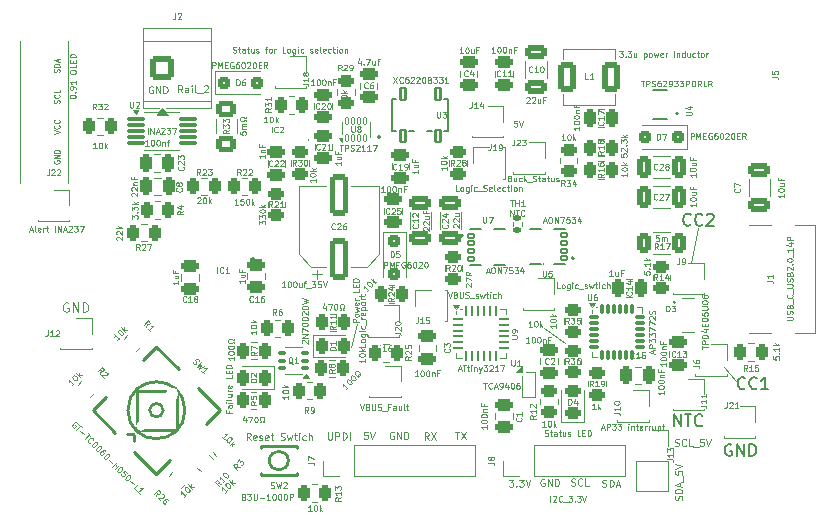
<source format=gbr>
%TF.GenerationSoftware,KiCad,Pcbnew,9.0.0*%
%TF.CreationDate,2025-05-18T23:18:51+02:00*%
%TF.ProjectId,CYPD3177_DEV_BOARD,43595044-3331-4373-975f-4445565f424f,rev?*%
%TF.SameCoordinates,Original*%
%TF.FileFunction,Legend,Top*%
%TF.FilePolarity,Positive*%
%FSLAX46Y46*%
G04 Gerber Fmt 4.6, Leading zero omitted, Abs format (unit mm)*
G04 Created by KiCad (PCBNEW 9.0.0) date 2025-05-18 23:18:51*
%MOMM*%
%LPD*%
G01*
G04 APERTURE LIST*
G04 Aperture macros list*
%AMRoundRect*
0 Rectangle with rounded corners*
0 $1 Rounding radius*
0 $2 $3 $4 $5 $6 $7 $8 $9 X,Y pos of 4 corners*
0 Add a 4 corners polygon primitive as box body*
4,1,4,$2,$3,$4,$5,$6,$7,$8,$9,$2,$3,0*
0 Add four circle primitives for the rounded corners*
1,1,$1+$1,$2,$3*
1,1,$1+$1,$4,$5*
1,1,$1+$1,$6,$7*
1,1,$1+$1,$8,$9*
0 Add four rect primitives between the rounded corners*
20,1,$1+$1,$2,$3,$4,$5,0*
20,1,$1+$1,$4,$5,$6,$7,0*
20,1,$1+$1,$6,$7,$8,$9,0*
20,1,$1+$1,$8,$9,$2,$3,0*%
%AMRotRect*
0 Rectangle, with rotation*
0 The origin of the aperture is its center*
0 $1 length*
0 $2 width*
0 $3 Rotation angle, in degrees counterclockwise*
0 Add horizontal line*
21,1,$1,$2,0,0,$3*%
%AMFreePoly0*
4,1,45,0.915337,4.272534,0.924317,4.268814,0.972251,4.227872,0.979514,4.213617,0.983234,4.204637,0.991000,4.165600,0.991000,1.397000,0.983234,1.357963,0.979514,1.348983,0.955942,1.314462,0.955561,1.314096,0.953959,1.312589,0.356000,0.762465,0.356000,0.508000,0.348234,0.468963,0.344514,0.459983,0.343300,0.458561,0.343300,-0.508000,0.323820,-0.567954,0.272820,-0.605008,
0.241300,-0.610000,-0.241300,-0.610000,-0.301254,-0.590520,-0.338308,-0.539520,-0.343300,-0.508000,-0.343300,0.457600,-0.344514,0.459983,-0.348234,0.468963,-0.356000,0.508000,-0.356000,0.762465,-0.953959,1.312589,-0.977428,1.344732,-0.981518,1.353549,-0.990967,1.394350,-0.990978,1.394879,-0.991000,1.397000,-0.991000,4.165600,-0.983234,4.204637,-0.979514,4.213617,-0.938572,4.261551,
-0.924317,4.268814,-0.915337,4.272534,-0.876300,4.280300,0.876300,4.280300,0.915337,4.272534,0.915337,4.272534,$1*%
G04 Aperture macros list end*
%ADD10C,0.100000*%
%ADD11C,0.095000*%
%ADD12C,0.085000*%
%ADD13C,0.140000*%
%ADD14C,0.150000*%
%ADD15C,0.070000*%
%ADD16C,0.120000*%
%ADD17C,0.250000*%
%ADD18C,0.127000*%
%ADD19C,0.200000*%
%ADD20C,0.152400*%
%ADD21C,0.010000*%
%ADD22C,0.025400*%
%ADD23RoundRect,0.250000X-0.450000X0.262500X-0.450000X-0.262500X0.450000X-0.262500X0.450000X0.262500X0*%
%ADD24RoundRect,0.250000X-0.262500X-0.450000X0.262500X-0.450000X0.262500X0.450000X-0.262500X0.450000X0*%
%ADD25R,1.700000X1.700000*%
%ADD26RoundRect,0.250000X0.262500X0.450000X-0.262500X0.450000X-0.262500X-0.450000X0.262500X-0.450000X0*%
%ADD27RoundRect,0.250001X-0.799999X-0.799999X0.799999X-0.799999X0.799999X0.799999X-0.799999X0.799999X0*%
%ADD28C,2.100000*%
%ADD29RoundRect,0.250000X0.450000X-0.262500X0.450000X0.262500X-0.450000X0.262500X-0.450000X-0.262500X0*%
%ADD30RoundRect,0.250000X-0.250000X-0.475000X0.250000X-0.475000X0.250000X0.475000X-0.250000X0.475000X0*%
%ADD31RoundRect,0.250000X0.475000X-0.250000X0.475000X0.250000X-0.475000X0.250000X-0.475000X-0.250000X0*%
%ADD32R,0.800000X1.700000*%
%ADD33RoundRect,0.250000X-0.475000X0.250000X-0.475000X-0.250000X0.475000X-0.250000X0.475000X0.250000X0*%
%ADD34RoundRect,0.243750X0.243750X0.456250X-0.243750X0.456250X-0.243750X-0.456250X0.243750X-0.456250X0*%
%ADD35RoundRect,0.062500X-0.350000X-0.062500X0.350000X-0.062500X0.350000X0.062500X-0.350000X0.062500X0*%
%ADD36RoundRect,0.062500X-0.062500X-0.350000X0.062500X-0.350000X0.062500X0.350000X-0.062500X0.350000X0*%
%ADD37R,2.600000X2.600000*%
%ADD38RoundRect,0.135000X0.185000X-0.135000X0.185000X0.135000X-0.185000X0.135000X-0.185000X-0.135000X0*%
%ADD39R,1.150000X0.300000*%
%ADD40C,0.650000*%
%ADD41O,2.100000X1.000000*%
%ADD42O,1.600000X1.000000*%
%ADD43RoundRect,0.250000X0.325000X0.650000X-0.325000X0.650000X-0.325000X-0.650000X0.325000X-0.650000X0*%
%ADD44RoundRect,0.250000X0.250000X0.475000X-0.250000X0.475000X-0.250000X-0.475000X0.250000X-0.475000X0*%
%ADD45RoundRect,0.102000X0.250000X0.175000X-0.250000X0.175000X-0.250000X-0.175000X0.250000X-0.175000X0*%
%ADD46RoundRect,0.243750X-0.243750X-0.456250X0.243750X-0.456250X0.243750X0.456250X-0.243750X0.456250X0*%
%ADD47RoundRect,0.250000X0.650000X-0.325000X0.650000X0.325000X-0.650000X0.325000X-0.650000X-0.325000X0*%
%ADD48R,0.200000X0.450000*%
%ADD49R,0.700000X0.250000*%
%ADD50O,1.700000X1.700000*%
%ADD51RoundRect,0.250000X0.550000X-1.500000X0.550000X1.500000X-0.550000X1.500000X-0.550000X-1.500000X0*%
%ADD52RoundRect,0.250000X0.132583X-0.503814X0.503814X-0.132583X-0.132583X0.503814X-0.503814X0.132583X0*%
%ADD53C,1.100000*%
%ADD54C,0.800000*%
%ADD55RotRect,1.000000X1.100000X315.000000*%
%ADD56RotRect,1.800000X1.150000X315.000000*%
%ADD57RoundRect,0.050000X0.100000X-0.285000X0.100000X0.285000X-0.100000X0.285000X-0.100000X-0.285000X0*%
%ADD58RoundRect,0.102000X-0.250000X-0.175000X0.250000X-0.175000X0.250000X0.175000X-0.250000X0.175000X0*%
%ADD59RoundRect,0.250000X0.300000X0.300000X-0.300000X0.300000X-0.300000X-0.300000X0.300000X-0.300000X0*%
%ADD60C,0.365000*%
%ADD61R,0.800000X0.300000*%
%ADD62R,0.300000X0.800000*%
%ADD63R,2.800000X2.800000*%
%ADD64RoundRect,0.075000X-0.650000X-0.075000X0.650000X-0.075000X0.650000X0.075000X-0.650000X0.075000X0*%
%ADD65RoundRect,0.250000X-0.132583X0.503814X-0.503814X0.132583X0.132583X-0.503814X0.503814X-0.132583X0*%
%ADD66RoundRect,0.250000X-0.300000X0.300000X-0.300000X-0.300000X0.300000X-0.300000X0.300000X0.300000X0*%
%ADD67RoundRect,0.250000X-0.300000X-0.300000X0.300000X-0.300000X0.300000X0.300000X-0.300000X0.300000X0*%
%ADD68RoundRect,0.075000X-0.350000X-0.075000X0.350000X-0.075000X0.350000X0.075000X-0.350000X0.075000X0*%
%ADD69RoundRect,0.075000X-0.075000X-0.350000X0.075000X-0.350000X0.075000X0.350000X-0.075000X0.350000X0*%
%ADD70R,2.650000X2.650000*%
%ADD71RoundRect,0.250001X0.624999X-0.462499X0.624999X0.462499X-0.624999X0.462499X-0.624999X-0.462499X0*%
%ADD72RoundRect,0.250001X0.499999X0.999999X-0.499999X0.999999X-0.499999X-0.999999X0.499999X-0.999999X0*%
%ADD73RoundRect,0.250000X0.503814X0.132583X0.132583X0.503814X-0.503814X-0.132583X-0.132583X-0.503814X0*%
%ADD74RoundRect,0.250000X0.312500X0.625000X-0.312500X0.625000X-0.312500X-0.625000X0.312500X-0.625000X0*%
%ADD75RoundRect,0.243750X0.456250X-0.243750X0.456250X0.243750X-0.456250X0.243750X-0.456250X-0.243750X0*%
%ADD76RoundRect,0.100000X0.225000X0.100000X-0.225000X0.100000X-0.225000X-0.100000X0.225000X-0.100000X0*%
%ADD77RoundRect,0.102000X-0.215900X-0.508000X0.215900X-0.508000X0.215900X0.508000X-0.215900X0.508000X0*%
%ADD78FreePoly0,0.000000*%
G04 APERTURE END LIST*
D10*
X157050000Y-94200000D02*
X158850000Y-95450000D01*
X141250000Y-93850000D02*
X140750000Y-95750000D01*
X172300000Y-97450000D02*
X173300000Y-98700000D01*
X169500000Y-88650000D02*
X170150000Y-85750000D01*
D11*
X149542856Y-102972631D02*
X149885714Y-102972631D01*
X149714285Y-103572631D02*
X149714285Y-102972631D01*
X150028571Y-102972631D02*
X150428571Y-103572631D01*
X150428571Y-102972631D02*
X150028571Y-103572631D01*
X132235714Y-103672631D02*
X132035714Y-103386917D01*
X131892857Y-103672631D02*
X131892857Y-103072631D01*
X131892857Y-103072631D02*
X132121428Y-103072631D01*
X132121428Y-103072631D02*
X132178571Y-103101202D01*
X132178571Y-103101202D02*
X132207142Y-103129774D01*
X132207142Y-103129774D02*
X132235714Y-103186917D01*
X132235714Y-103186917D02*
X132235714Y-103272631D01*
X132235714Y-103272631D02*
X132207142Y-103329774D01*
X132207142Y-103329774D02*
X132178571Y-103358345D01*
X132178571Y-103358345D02*
X132121428Y-103386917D01*
X132121428Y-103386917D02*
X131892857Y-103386917D01*
X132721428Y-103644060D02*
X132664285Y-103672631D01*
X132664285Y-103672631D02*
X132550000Y-103672631D01*
X132550000Y-103672631D02*
X132492857Y-103644060D01*
X132492857Y-103644060D02*
X132464285Y-103586917D01*
X132464285Y-103586917D02*
X132464285Y-103358345D01*
X132464285Y-103358345D02*
X132492857Y-103301202D01*
X132492857Y-103301202D02*
X132550000Y-103272631D01*
X132550000Y-103272631D02*
X132664285Y-103272631D01*
X132664285Y-103272631D02*
X132721428Y-103301202D01*
X132721428Y-103301202D02*
X132750000Y-103358345D01*
X132750000Y-103358345D02*
X132750000Y-103415488D01*
X132750000Y-103415488D02*
X132464285Y-103472631D01*
X132978571Y-103644060D02*
X133035714Y-103672631D01*
X133035714Y-103672631D02*
X133150000Y-103672631D01*
X133150000Y-103672631D02*
X133207143Y-103644060D01*
X133207143Y-103644060D02*
X133235714Y-103586917D01*
X133235714Y-103586917D02*
X133235714Y-103558345D01*
X133235714Y-103558345D02*
X133207143Y-103501202D01*
X133207143Y-103501202D02*
X133150000Y-103472631D01*
X133150000Y-103472631D02*
X133064286Y-103472631D01*
X133064286Y-103472631D02*
X133007143Y-103444060D01*
X133007143Y-103444060D02*
X132978571Y-103386917D01*
X132978571Y-103386917D02*
X132978571Y-103358345D01*
X132978571Y-103358345D02*
X133007143Y-103301202D01*
X133007143Y-103301202D02*
X133064286Y-103272631D01*
X133064286Y-103272631D02*
X133150000Y-103272631D01*
X133150000Y-103272631D02*
X133207143Y-103301202D01*
X133721428Y-103644060D02*
X133664285Y-103672631D01*
X133664285Y-103672631D02*
X133550000Y-103672631D01*
X133550000Y-103672631D02*
X133492857Y-103644060D01*
X133492857Y-103644060D02*
X133464285Y-103586917D01*
X133464285Y-103586917D02*
X133464285Y-103358345D01*
X133464285Y-103358345D02*
X133492857Y-103301202D01*
X133492857Y-103301202D02*
X133550000Y-103272631D01*
X133550000Y-103272631D02*
X133664285Y-103272631D01*
X133664285Y-103272631D02*
X133721428Y-103301202D01*
X133721428Y-103301202D02*
X133750000Y-103358345D01*
X133750000Y-103358345D02*
X133750000Y-103415488D01*
X133750000Y-103415488D02*
X133464285Y-103472631D01*
X133921428Y-103272631D02*
X134150000Y-103272631D01*
X134007143Y-103072631D02*
X134007143Y-103586917D01*
X134007143Y-103586917D02*
X134035714Y-103644060D01*
X134035714Y-103644060D02*
X134092857Y-103672631D01*
X134092857Y-103672631D02*
X134150000Y-103672631D01*
X134778571Y-103644060D02*
X134864286Y-103672631D01*
X134864286Y-103672631D02*
X135007143Y-103672631D01*
X135007143Y-103672631D02*
X135064286Y-103644060D01*
X135064286Y-103644060D02*
X135092857Y-103615488D01*
X135092857Y-103615488D02*
X135121428Y-103558345D01*
X135121428Y-103558345D02*
X135121428Y-103501202D01*
X135121428Y-103501202D02*
X135092857Y-103444060D01*
X135092857Y-103444060D02*
X135064286Y-103415488D01*
X135064286Y-103415488D02*
X135007143Y-103386917D01*
X135007143Y-103386917D02*
X134892857Y-103358345D01*
X134892857Y-103358345D02*
X134835714Y-103329774D01*
X134835714Y-103329774D02*
X134807143Y-103301202D01*
X134807143Y-103301202D02*
X134778571Y-103244060D01*
X134778571Y-103244060D02*
X134778571Y-103186917D01*
X134778571Y-103186917D02*
X134807143Y-103129774D01*
X134807143Y-103129774D02*
X134835714Y-103101202D01*
X134835714Y-103101202D02*
X134892857Y-103072631D01*
X134892857Y-103072631D02*
X135035714Y-103072631D01*
X135035714Y-103072631D02*
X135121428Y-103101202D01*
X135321429Y-103272631D02*
X135435715Y-103672631D01*
X135435715Y-103672631D02*
X135550000Y-103386917D01*
X135550000Y-103386917D02*
X135664286Y-103672631D01*
X135664286Y-103672631D02*
X135778572Y-103272631D01*
X135921428Y-103272631D02*
X136150000Y-103272631D01*
X136007143Y-103072631D02*
X136007143Y-103586917D01*
X136007143Y-103586917D02*
X136035714Y-103644060D01*
X136035714Y-103644060D02*
X136092857Y-103672631D01*
X136092857Y-103672631D02*
X136150000Y-103672631D01*
X136350000Y-103672631D02*
X136350000Y-103272631D01*
X136350000Y-103072631D02*
X136321428Y-103101202D01*
X136321428Y-103101202D02*
X136350000Y-103129774D01*
X136350000Y-103129774D02*
X136378571Y-103101202D01*
X136378571Y-103101202D02*
X136350000Y-103072631D01*
X136350000Y-103072631D02*
X136350000Y-103129774D01*
X136892857Y-103644060D02*
X136835714Y-103672631D01*
X136835714Y-103672631D02*
X136721428Y-103672631D01*
X136721428Y-103672631D02*
X136664285Y-103644060D01*
X136664285Y-103644060D02*
X136635714Y-103615488D01*
X136635714Y-103615488D02*
X136607142Y-103558345D01*
X136607142Y-103558345D02*
X136607142Y-103386917D01*
X136607142Y-103386917D02*
X136635714Y-103329774D01*
X136635714Y-103329774D02*
X136664285Y-103301202D01*
X136664285Y-103301202D02*
X136721428Y-103272631D01*
X136721428Y-103272631D02*
X136835714Y-103272631D01*
X136835714Y-103272631D02*
X136892857Y-103301202D01*
X137150000Y-103672631D02*
X137150000Y-103072631D01*
X137407143Y-103672631D02*
X137407143Y-103358345D01*
X137407143Y-103358345D02*
X137378571Y-103301202D01*
X137378571Y-103301202D02*
X137321428Y-103272631D01*
X137321428Y-103272631D02*
X137235714Y-103272631D01*
X137235714Y-103272631D02*
X137178571Y-103301202D01*
X137178571Y-103301202D02*
X137150000Y-103329774D01*
D12*
X148926191Y-91126889D02*
X149092857Y-91626889D01*
X149092857Y-91626889D02*
X149259524Y-91126889D01*
X149592857Y-91364984D02*
X149664285Y-91388794D01*
X149664285Y-91388794D02*
X149688095Y-91412603D01*
X149688095Y-91412603D02*
X149711904Y-91460222D01*
X149711904Y-91460222D02*
X149711904Y-91531651D01*
X149711904Y-91531651D02*
X149688095Y-91579270D01*
X149688095Y-91579270D02*
X149664285Y-91603080D01*
X149664285Y-91603080D02*
X149616666Y-91626889D01*
X149616666Y-91626889D02*
X149426190Y-91626889D01*
X149426190Y-91626889D02*
X149426190Y-91126889D01*
X149426190Y-91126889D02*
X149592857Y-91126889D01*
X149592857Y-91126889D02*
X149640476Y-91150699D01*
X149640476Y-91150699D02*
X149664285Y-91174508D01*
X149664285Y-91174508D02*
X149688095Y-91222127D01*
X149688095Y-91222127D02*
X149688095Y-91269746D01*
X149688095Y-91269746D02*
X149664285Y-91317365D01*
X149664285Y-91317365D02*
X149640476Y-91341175D01*
X149640476Y-91341175D02*
X149592857Y-91364984D01*
X149592857Y-91364984D02*
X149426190Y-91364984D01*
X149926190Y-91126889D02*
X149926190Y-91531651D01*
X149926190Y-91531651D02*
X149950000Y-91579270D01*
X149950000Y-91579270D02*
X149973809Y-91603080D01*
X149973809Y-91603080D02*
X150021428Y-91626889D01*
X150021428Y-91626889D02*
X150116666Y-91626889D01*
X150116666Y-91626889D02*
X150164285Y-91603080D01*
X150164285Y-91603080D02*
X150188095Y-91579270D01*
X150188095Y-91579270D02*
X150211904Y-91531651D01*
X150211904Y-91531651D02*
X150211904Y-91126889D01*
X150426191Y-91603080D02*
X150497619Y-91626889D01*
X150497619Y-91626889D02*
X150616667Y-91626889D01*
X150616667Y-91626889D02*
X150664286Y-91603080D01*
X150664286Y-91603080D02*
X150688095Y-91579270D01*
X150688095Y-91579270D02*
X150711905Y-91531651D01*
X150711905Y-91531651D02*
X150711905Y-91484032D01*
X150711905Y-91484032D02*
X150688095Y-91436413D01*
X150688095Y-91436413D02*
X150664286Y-91412603D01*
X150664286Y-91412603D02*
X150616667Y-91388794D01*
X150616667Y-91388794D02*
X150521429Y-91364984D01*
X150521429Y-91364984D02*
X150473810Y-91341175D01*
X150473810Y-91341175D02*
X150450000Y-91317365D01*
X150450000Y-91317365D02*
X150426191Y-91269746D01*
X150426191Y-91269746D02*
X150426191Y-91222127D01*
X150426191Y-91222127D02*
X150450000Y-91174508D01*
X150450000Y-91174508D02*
X150473810Y-91150699D01*
X150473810Y-91150699D02*
X150521429Y-91126889D01*
X150521429Y-91126889D02*
X150640476Y-91126889D01*
X150640476Y-91126889D02*
X150711905Y-91150699D01*
X150807143Y-91674508D02*
X151188095Y-91674508D01*
X151283333Y-91603080D02*
X151330952Y-91626889D01*
X151330952Y-91626889D02*
X151426190Y-91626889D01*
X151426190Y-91626889D02*
X151473809Y-91603080D01*
X151473809Y-91603080D02*
X151497618Y-91555460D01*
X151497618Y-91555460D02*
X151497618Y-91531651D01*
X151497618Y-91531651D02*
X151473809Y-91484032D01*
X151473809Y-91484032D02*
X151426190Y-91460222D01*
X151426190Y-91460222D02*
X151354761Y-91460222D01*
X151354761Y-91460222D02*
X151307142Y-91436413D01*
X151307142Y-91436413D02*
X151283333Y-91388794D01*
X151283333Y-91388794D02*
X151283333Y-91364984D01*
X151283333Y-91364984D02*
X151307142Y-91317365D01*
X151307142Y-91317365D02*
X151354761Y-91293556D01*
X151354761Y-91293556D02*
X151426190Y-91293556D01*
X151426190Y-91293556D02*
X151473809Y-91317365D01*
X151664285Y-91293556D02*
X151759523Y-91626889D01*
X151759523Y-91626889D02*
X151854761Y-91388794D01*
X151854761Y-91388794D02*
X151949999Y-91626889D01*
X151949999Y-91626889D02*
X152045237Y-91293556D01*
X152164286Y-91293556D02*
X152354762Y-91293556D01*
X152235714Y-91126889D02*
X152235714Y-91555460D01*
X152235714Y-91555460D02*
X152259524Y-91603080D01*
X152259524Y-91603080D02*
X152307143Y-91626889D01*
X152307143Y-91626889D02*
X152354762Y-91626889D01*
X152521428Y-91626889D02*
X152521428Y-91293556D01*
X152521428Y-91126889D02*
X152497619Y-91150699D01*
X152497619Y-91150699D02*
X152521428Y-91174508D01*
X152521428Y-91174508D02*
X152545238Y-91150699D01*
X152545238Y-91150699D02*
X152521428Y-91126889D01*
X152521428Y-91126889D02*
X152521428Y-91174508D01*
X152973809Y-91603080D02*
X152926190Y-91626889D01*
X152926190Y-91626889D02*
X152830952Y-91626889D01*
X152830952Y-91626889D02*
X152783333Y-91603080D01*
X152783333Y-91603080D02*
X152759523Y-91579270D01*
X152759523Y-91579270D02*
X152735714Y-91531651D01*
X152735714Y-91531651D02*
X152735714Y-91388794D01*
X152735714Y-91388794D02*
X152759523Y-91341175D01*
X152759523Y-91341175D02*
X152783333Y-91317365D01*
X152783333Y-91317365D02*
X152830952Y-91293556D01*
X152830952Y-91293556D02*
X152926190Y-91293556D01*
X152926190Y-91293556D02*
X152973809Y-91317365D01*
X153188094Y-91626889D02*
X153188094Y-91126889D01*
X153402380Y-91626889D02*
X153402380Y-91364984D01*
X153402380Y-91364984D02*
X153378570Y-91317365D01*
X153378570Y-91317365D02*
X153330951Y-91293556D01*
X153330951Y-91293556D02*
X153259523Y-91293556D01*
X153259523Y-91293556D02*
X153211904Y-91317365D01*
X153211904Y-91317365D02*
X153188094Y-91341175D01*
D11*
X123942857Y-73751202D02*
X123885715Y-73722631D01*
X123885715Y-73722631D02*
X123800000Y-73722631D01*
X123800000Y-73722631D02*
X123714286Y-73751202D01*
X123714286Y-73751202D02*
X123657143Y-73808345D01*
X123657143Y-73808345D02*
X123628572Y-73865488D01*
X123628572Y-73865488D02*
X123600000Y-73979774D01*
X123600000Y-73979774D02*
X123600000Y-74065488D01*
X123600000Y-74065488D02*
X123628572Y-74179774D01*
X123628572Y-74179774D02*
X123657143Y-74236917D01*
X123657143Y-74236917D02*
X123714286Y-74294060D01*
X123714286Y-74294060D02*
X123800000Y-74322631D01*
X123800000Y-74322631D02*
X123857143Y-74322631D01*
X123857143Y-74322631D02*
X123942857Y-74294060D01*
X123942857Y-74294060D02*
X123971429Y-74265488D01*
X123971429Y-74265488D02*
X123971429Y-74065488D01*
X123971429Y-74065488D02*
X123857143Y-74065488D01*
X124228572Y-74322631D02*
X124228572Y-73722631D01*
X124228572Y-73722631D02*
X124571429Y-74322631D01*
X124571429Y-74322631D02*
X124571429Y-73722631D01*
X124857143Y-74322631D02*
X124857143Y-73722631D01*
X124857143Y-73722631D02*
X125000000Y-73722631D01*
X125000000Y-73722631D02*
X125085714Y-73751202D01*
X125085714Y-73751202D02*
X125142857Y-73808345D01*
X125142857Y-73808345D02*
X125171428Y-73865488D01*
X125171428Y-73865488D02*
X125200000Y-73979774D01*
X125200000Y-73979774D02*
X125200000Y-74065488D01*
X125200000Y-74065488D02*
X125171428Y-74179774D01*
X125171428Y-74179774D02*
X125142857Y-74236917D01*
X125142857Y-74236917D02*
X125085714Y-74294060D01*
X125085714Y-74294060D02*
X125000000Y-74322631D01*
X125000000Y-74322631D02*
X124857143Y-74322631D01*
X126450000Y-74222631D02*
X126250000Y-73936917D01*
X126107143Y-74222631D02*
X126107143Y-73622631D01*
X126107143Y-73622631D02*
X126335714Y-73622631D01*
X126335714Y-73622631D02*
X126392857Y-73651202D01*
X126392857Y-73651202D02*
X126421428Y-73679774D01*
X126421428Y-73679774D02*
X126450000Y-73736917D01*
X126450000Y-73736917D02*
X126450000Y-73822631D01*
X126450000Y-73822631D02*
X126421428Y-73879774D01*
X126421428Y-73879774D02*
X126392857Y-73908345D01*
X126392857Y-73908345D02*
X126335714Y-73936917D01*
X126335714Y-73936917D02*
X126107143Y-73936917D01*
X126964286Y-74222631D02*
X126964286Y-73908345D01*
X126964286Y-73908345D02*
X126935714Y-73851202D01*
X126935714Y-73851202D02*
X126878571Y-73822631D01*
X126878571Y-73822631D02*
X126764286Y-73822631D01*
X126764286Y-73822631D02*
X126707143Y-73851202D01*
X126964286Y-74194060D02*
X126907143Y-74222631D01*
X126907143Y-74222631D02*
X126764286Y-74222631D01*
X126764286Y-74222631D02*
X126707143Y-74194060D01*
X126707143Y-74194060D02*
X126678571Y-74136917D01*
X126678571Y-74136917D02*
X126678571Y-74079774D01*
X126678571Y-74079774D02*
X126707143Y-74022631D01*
X126707143Y-74022631D02*
X126764286Y-73994060D01*
X126764286Y-73994060D02*
X126907143Y-73994060D01*
X126907143Y-73994060D02*
X126964286Y-73965488D01*
X127250000Y-74222631D02*
X127250000Y-73822631D01*
X127250000Y-73622631D02*
X127221428Y-73651202D01*
X127221428Y-73651202D02*
X127250000Y-73679774D01*
X127250000Y-73679774D02*
X127278571Y-73651202D01*
X127278571Y-73651202D02*
X127250000Y-73622631D01*
X127250000Y-73622631D02*
X127250000Y-73679774D01*
X127621428Y-74222631D02*
X127564285Y-74194060D01*
X127564285Y-74194060D02*
X127535714Y-74136917D01*
X127535714Y-74136917D02*
X127535714Y-73622631D01*
X127707143Y-74279774D02*
X128164285Y-74279774D01*
X128278571Y-73679774D02*
X128307143Y-73651202D01*
X128307143Y-73651202D02*
X128364286Y-73622631D01*
X128364286Y-73622631D02*
X128507143Y-73622631D01*
X128507143Y-73622631D02*
X128564286Y-73651202D01*
X128564286Y-73651202D02*
X128592857Y-73679774D01*
X128592857Y-73679774D02*
X128621428Y-73736917D01*
X128621428Y-73736917D02*
X128621428Y-73794060D01*
X128621428Y-73794060D02*
X128592857Y-73879774D01*
X128592857Y-73879774D02*
X128250000Y-74222631D01*
X128250000Y-74222631D02*
X128621428Y-74222631D01*
X138785715Y-103022631D02*
X138785715Y-103508345D01*
X138785715Y-103508345D02*
X138814286Y-103565488D01*
X138814286Y-103565488D02*
X138842858Y-103594060D01*
X138842858Y-103594060D02*
X138900000Y-103622631D01*
X138900000Y-103622631D02*
X139014286Y-103622631D01*
X139014286Y-103622631D02*
X139071429Y-103594060D01*
X139071429Y-103594060D02*
X139100000Y-103565488D01*
X139100000Y-103565488D02*
X139128572Y-103508345D01*
X139128572Y-103508345D02*
X139128572Y-103022631D01*
X139414286Y-103622631D02*
X139414286Y-103022631D01*
X139414286Y-103022631D02*
X139642857Y-103022631D01*
X139642857Y-103022631D02*
X139700000Y-103051202D01*
X139700000Y-103051202D02*
X139728571Y-103079774D01*
X139728571Y-103079774D02*
X139757143Y-103136917D01*
X139757143Y-103136917D02*
X139757143Y-103222631D01*
X139757143Y-103222631D02*
X139728571Y-103279774D01*
X139728571Y-103279774D02*
X139700000Y-103308345D01*
X139700000Y-103308345D02*
X139642857Y-103336917D01*
X139642857Y-103336917D02*
X139414286Y-103336917D01*
X140014286Y-103622631D02*
X140014286Y-103022631D01*
X140014286Y-103022631D02*
X140157143Y-103022631D01*
X140157143Y-103022631D02*
X140242857Y-103051202D01*
X140242857Y-103051202D02*
X140300000Y-103108345D01*
X140300000Y-103108345D02*
X140328571Y-103165488D01*
X140328571Y-103165488D02*
X140357143Y-103279774D01*
X140357143Y-103279774D02*
X140357143Y-103365488D01*
X140357143Y-103365488D02*
X140328571Y-103479774D01*
X140328571Y-103479774D02*
X140300000Y-103536917D01*
X140300000Y-103536917D02*
X140242857Y-103594060D01*
X140242857Y-103594060D02*
X140157143Y-103622631D01*
X140157143Y-103622631D02*
X140014286Y-103622631D01*
X140614286Y-103622631D02*
X140614286Y-103022631D01*
X159385714Y-107494060D02*
X159471429Y-107522631D01*
X159471429Y-107522631D02*
X159614286Y-107522631D01*
X159614286Y-107522631D02*
X159671429Y-107494060D01*
X159671429Y-107494060D02*
X159700000Y-107465488D01*
X159700000Y-107465488D02*
X159728571Y-107408345D01*
X159728571Y-107408345D02*
X159728571Y-107351202D01*
X159728571Y-107351202D02*
X159700000Y-107294060D01*
X159700000Y-107294060D02*
X159671429Y-107265488D01*
X159671429Y-107265488D02*
X159614286Y-107236917D01*
X159614286Y-107236917D02*
X159500000Y-107208345D01*
X159500000Y-107208345D02*
X159442857Y-107179774D01*
X159442857Y-107179774D02*
X159414286Y-107151202D01*
X159414286Y-107151202D02*
X159385714Y-107094060D01*
X159385714Y-107094060D02*
X159385714Y-107036917D01*
X159385714Y-107036917D02*
X159414286Y-106979774D01*
X159414286Y-106979774D02*
X159442857Y-106951202D01*
X159442857Y-106951202D02*
X159500000Y-106922631D01*
X159500000Y-106922631D02*
X159642857Y-106922631D01*
X159642857Y-106922631D02*
X159728571Y-106951202D01*
X160328572Y-107465488D02*
X160300000Y-107494060D01*
X160300000Y-107494060D02*
X160214286Y-107522631D01*
X160214286Y-107522631D02*
X160157143Y-107522631D01*
X160157143Y-107522631D02*
X160071429Y-107494060D01*
X160071429Y-107494060D02*
X160014286Y-107436917D01*
X160014286Y-107436917D02*
X159985715Y-107379774D01*
X159985715Y-107379774D02*
X159957143Y-107265488D01*
X159957143Y-107265488D02*
X159957143Y-107179774D01*
X159957143Y-107179774D02*
X159985715Y-107065488D01*
X159985715Y-107065488D02*
X160014286Y-107008345D01*
X160014286Y-107008345D02*
X160071429Y-106951202D01*
X160071429Y-106951202D02*
X160157143Y-106922631D01*
X160157143Y-106922631D02*
X160214286Y-106922631D01*
X160214286Y-106922631D02*
X160300000Y-106951202D01*
X160300000Y-106951202D02*
X160328572Y-106979774D01*
X160871429Y-107522631D02*
X160585715Y-107522631D01*
X160585715Y-107522631D02*
X160585715Y-106922631D01*
X144342857Y-103001202D02*
X144285715Y-102972631D01*
X144285715Y-102972631D02*
X144200000Y-102972631D01*
X144200000Y-102972631D02*
X144114286Y-103001202D01*
X144114286Y-103001202D02*
X144057143Y-103058345D01*
X144057143Y-103058345D02*
X144028572Y-103115488D01*
X144028572Y-103115488D02*
X144000000Y-103229774D01*
X144000000Y-103229774D02*
X144000000Y-103315488D01*
X144000000Y-103315488D02*
X144028572Y-103429774D01*
X144028572Y-103429774D02*
X144057143Y-103486917D01*
X144057143Y-103486917D02*
X144114286Y-103544060D01*
X144114286Y-103544060D02*
X144200000Y-103572631D01*
X144200000Y-103572631D02*
X144257143Y-103572631D01*
X144257143Y-103572631D02*
X144342857Y-103544060D01*
X144342857Y-103544060D02*
X144371429Y-103515488D01*
X144371429Y-103515488D02*
X144371429Y-103315488D01*
X144371429Y-103315488D02*
X144257143Y-103315488D01*
X144628572Y-103572631D02*
X144628572Y-102972631D01*
X144628572Y-102972631D02*
X144971429Y-103572631D01*
X144971429Y-103572631D02*
X144971429Y-102972631D01*
X145257143Y-103572631D02*
X145257143Y-102972631D01*
X145257143Y-102972631D02*
X145400000Y-102972631D01*
X145400000Y-102972631D02*
X145485714Y-103001202D01*
X145485714Y-103001202D02*
X145542857Y-103058345D01*
X145542857Y-103058345D02*
X145571428Y-103115488D01*
X145571428Y-103115488D02*
X145600000Y-103229774D01*
X145600000Y-103229774D02*
X145600000Y-103315488D01*
X145600000Y-103315488D02*
X145571428Y-103429774D01*
X145571428Y-103429774D02*
X145542857Y-103486917D01*
X145542857Y-103486917D02*
X145485714Y-103544060D01*
X145485714Y-103544060D02*
X145400000Y-103572631D01*
X145400000Y-103572631D02*
X145257143Y-103572631D01*
X168164285Y-104144060D02*
X168250000Y-104172631D01*
X168250000Y-104172631D02*
X168392857Y-104172631D01*
X168392857Y-104172631D02*
X168450000Y-104144060D01*
X168450000Y-104144060D02*
X168478571Y-104115488D01*
X168478571Y-104115488D02*
X168507142Y-104058345D01*
X168507142Y-104058345D02*
X168507142Y-104001202D01*
X168507142Y-104001202D02*
X168478571Y-103944060D01*
X168478571Y-103944060D02*
X168450000Y-103915488D01*
X168450000Y-103915488D02*
X168392857Y-103886917D01*
X168392857Y-103886917D02*
X168278571Y-103858345D01*
X168278571Y-103858345D02*
X168221428Y-103829774D01*
X168221428Y-103829774D02*
X168192857Y-103801202D01*
X168192857Y-103801202D02*
X168164285Y-103744060D01*
X168164285Y-103744060D02*
X168164285Y-103686917D01*
X168164285Y-103686917D02*
X168192857Y-103629774D01*
X168192857Y-103629774D02*
X168221428Y-103601202D01*
X168221428Y-103601202D02*
X168278571Y-103572631D01*
X168278571Y-103572631D02*
X168421428Y-103572631D01*
X168421428Y-103572631D02*
X168507142Y-103601202D01*
X169107143Y-104115488D02*
X169078571Y-104144060D01*
X169078571Y-104144060D02*
X168992857Y-104172631D01*
X168992857Y-104172631D02*
X168935714Y-104172631D01*
X168935714Y-104172631D02*
X168850000Y-104144060D01*
X168850000Y-104144060D02*
X168792857Y-104086917D01*
X168792857Y-104086917D02*
X168764286Y-104029774D01*
X168764286Y-104029774D02*
X168735714Y-103915488D01*
X168735714Y-103915488D02*
X168735714Y-103829774D01*
X168735714Y-103829774D02*
X168764286Y-103715488D01*
X168764286Y-103715488D02*
X168792857Y-103658345D01*
X168792857Y-103658345D02*
X168850000Y-103601202D01*
X168850000Y-103601202D02*
X168935714Y-103572631D01*
X168935714Y-103572631D02*
X168992857Y-103572631D01*
X168992857Y-103572631D02*
X169078571Y-103601202D01*
X169078571Y-103601202D02*
X169107143Y-103629774D01*
X169650000Y-104172631D02*
X169364286Y-104172631D01*
X169364286Y-104172631D02*
X169364286Y-103572631D01*
X169707143Y-104229774D02*
X170164285Y-104229774D01*
X170592857Y-103572631D02*
X170307143Y-103572631D01*
X170307143Y-103572631D02*
X170278571Y-103858345D01*
X170278571Y-103858345D02*
X170307143Y-103829774D01*
X170307143Y-103829774D02*
X170364286Y-103801202D01*
X170364286Y-103801202D02*
X170507143Y-103801202D01*
X170507143Y-103801202D02*
X170564286Y-103829774D01*
X170564286Y-103829774D02*
X170592857Y-103858345D01*
X170592857Y-103858345D02*
X170621428Y-103915488D01*
X170621428Y-103915488D02*
X170621428Y-104058345D01*
X170621428Y-104058345D02*
X170592857Y-104115488D01*
X170592857Y-104115488D02*
X170564286Y-104144060D01*
X170564286Y-104144060D02*
X170507143Y-104172631D01*
X170507143Y-104172631D02*
X170364286Y-104172631D01*
X170364286Y-104172631D02*
X170307143Y-104144060D01*
X170307143Y-104144060D02*
X170278571Y-104115488D01*
X170792857Y-103572631D02*
X170992857Y-104172631D01*
X170992857Y-104172631D02*
X171192857Y-103572631D01*
X147300000Y-103622631D02*
X147100000Y-103336917D01*
X146957143Y-103622631D02*
X146957143Y-103022631D01*
X146957143Y-103022631D02*
X147185714Y-103022631D01*
X147185714Y-103022631D02*
X147242857Y-103051202D01*
X147242857Y-103051202D02*
X147271428Y-103079774D01*
X147271428Y-103079774D02*
X147300000Y-103136917D01*
X147300000Y-103136917D02*
X147300000Y-103222631D01*
X147300000Y-103222631D02*
X147271428Y-103279774D01*
X147271428Y-103279774D02*
X147242857Y-103308345D01*
X147242857Y-103308345D02*
X147185714Y-103336917D01*
X147185714Y-103336917D02*
X146957143Y-103336917D01*
X147500000Y-103022631D02*
X147900000Y-103622631D01*
X147900000Y-103022631D02*
X147500000Y-103622631D01*
X157092857Y-107001202D02*
X157035715Y-106972631D01*
X157035715Y-106972631D02*
X156950000Y-106972631D01*
X156950000Y-106972631D02*
X156864286Y-107001202D01*
X156864286Y-107001202D02*
X156807143Y-107058345D01*
X156807143Y-107058345D02*
X156778572Y-107115488D01*
X156778572Y-107115488D02*
X156750000Y-107229774D01*
X156750000Y-107229774D02*
X156750000Y-107315488D01*
X156750000Y-107315488D02*
X156778572Y-107429774D01*
X156778572Y-107429774D02*
X156807143Y-107486917D01*
X156807143Y-107486917D02*
X156864286Y-107544060D01*
X156864286Y-107544060D02*
X156950000Y-107572631D01*
X156950000Y-107572631D02*
X157007143Y-107572631D01*
X157007143Y-107572631D02*
X157092857Y-107544060D01*
X157092857Y-107544060D02*
X157121429Y-107515488D01*
X157121429Y-107515488D02*
X157121429Y-107315488D01*
X157121429Y-107315488D02*
X157007143Y-107315488D01*
X157378572Y-107572631D02*
X157378572Y-106972631D01*
X157378572Y-106972631D02*
X157721429Y-107572631D01*
X157721429Y-107572631D02*
X157721429Y-106972631D01*
X158007143Y-107572631D02*
X158007143Y-106972631D01*
X158007143Y-106972631D02*
X158150000Y-106972631D01*
X158150000Y-106972631D02*
X158235714Y-107001202D01*
X158235714Y-107001202D02*
X158292857Y-107058345D01*
X158292857Y-107058345D02*
X158321428Y-107115488D01*
X158321428Y-107115488D02*
X158350000Y-107229774D01*
X158350000Y-107229774D02*
X158350000Y-107315488D01*
X158350000Y-107315488D02*
X158321428Y-107429774D01*
X158321428Y-107429774D02*
X158292857Y-107486917D01*
X158292857Y-107486917D02*
X158235714Y-107544060D01*
X158235714Y-107544060D02*
X158150000Y-107572631D01*
X158150000Y-107572631D02*
X158007143Y-107572631D01*
X168744060Y-108750000D02*
X168772631Y-108664286D01*
X168772631Y-108664286D02*
X168772631Y-108521428D01*
X168772631Y-108521428D02*
X168744060Y-108464286D01*
X168744060Y-108464286D02*
X168715488Y-108435714D01*
X168715488Y-108435714D02*
X168658345Y-108407143D01*
X168658345Y-108407143D02*
X168601202Y-108407143D01*
X168601202Y-108407143D02*
X168544060Y-108435714D01*
X168544060Y-108435714D02*
X168515488Y-108464286D01*
X168515488Y-108464286D02*
X168486917Y-108521428D01*
X168486917Y-108521428D02*
X168458345Y-108635714D01*
X168458345Y-108635714D02*
X168429774Y-108692857D01*
X168429774Y-108692857D02*
X168401202Y-108721428D01*
X168401202Y-108721428D02*
X168344060Y-108750000D01*
X168344060Y-108750000D02*
X168286917Y-108750000D01*
X168286917Y-108750000D02*
X168229774Y-108721428D01*
X168229774Y-108721428D02*
X168201202Y-108692857D01*
X168201202Y-108692857D02*
X168172631Y-108635714D01*
X168172631Y-108635714D02*
X168172631Y-108492857D01*
X168172631Y-108492857D02*
X168201202Y-108407143D01*
X168772631Y-108149999D02*
X168172631Y-108149999D01*
X168172631Y-108149999D02*
X168172631Y-108007142D01*
X168172631Y-108007142D02*
X168201202Y-107921428D01*
X168201202Y-107921428D02*
X168258345Y-107864285D01*
X168258345Y-107864285D02*
X168315488Y-107835714D01*
X168315488Y-107835714D02*
X168429774Y-107807142D01*
X168429774Y-107807142D02*
X168515488Y-107807142D01*
X168515488Y-107807142D02*
X168629774Y-107835714D01*
X168629774Y-107835714D02*
X168686917Y-107864285D01*
X168686917Y-107864285D02*
X168744060Y-107921428D01*
X168744060Y-107921428D02*
X168772631Y-108007142D01*
X168772631Y-108007142D02*
X168772631Y-108149999D01*
X168601202Y-107578571D02*
X168601202Y-107292857D01*
X168772631Y-107635714D02*
X168172631Y-107435714D01*
X168172631Y-107435714D02*
X168772631Y-107235714D01*
X168829774Y-107178571D02*
X168829774Y-106721428D01*
X168172631Y-106292856D02*
X168172631Y-106578570D01*
X168172631Y-106578570D02*
X168458345Y-106607142D01*
X168458345Y-106607142D02*
X168429774Y-106578570D01*
X168429774Y-106578570D02*
X168401202Y-106521428D01*
X168401202Y-106521428D02*
X168401202Y-106378570D01*
X168401202Y-106378570D02*
X168429774Y-106321428D01*
X168429774Y-106321428D02*
X168458345Y-106292856D01*
X168458345Y-106292856D02*
X168515488Y-106264285D01*
X168515488Y-106264285D02*
X168658345Y-106264285D01*
X168658345Y-106264285D02*
X168715488Y-106292856D01*
X168715488Y-106292856D02*
X168744060Y-106321428D01*
X168744060Y-106321428D02*
X168772631Y-106378570D01*
X168772631Y-106378570D02*
X168772631Y-106521428D01*
X168772631Y-106521428D02*
X168744060Y-106578570D01*
X168744060Y-106578570D02*
X168715488Y-106607142D01*
X168172631Y-106092856D02*
X168772631Y-105892856D01*
X168772631Y-105892856D02*
X168172631Y-105692856D01*
X154114285Y-107022631D02*
X154485713Y-107022631D01*
X154485713Y-107022631D02*
X154285713Y-107251202D01*
X154285713Y-107251202D02*
X154371428Y-107251202D01*
X154371428Y-107251202D02*
X154428571Y-107279774D01*
X154428571Y-107279774D02*
X154457142Y-107308345D01*
X154457142Y-107308345D02*
X154485713Y-107365488D01*
X154485713Y-107365488D02*
X154485713Y-107508345D01*
X154485713Y-107508345D02*
X154457142Y-107565488D01*
X154457142Y-107565488D02*
X154428571Y-107594060D01*
X154428571Y-107594060D02*
X154371428Y-107622631D01*
X154371428Y-107622631D02*
X154199999Y-107622631D01*
X154199999Y-107622631D02*
X154142856Y-107594060D01*
X154142856Y-107594060D02*
X154114285Y-107565488D01*
X154742857Y-107565488D02*
X154771428Y-107594060D01*
X154771428Y-107594060D02*
X154742857Y-107622631D01*
X154742857Y-107622631D02*
X154714285Y-107594060D01*
X154714285Y-107594060D02*
X154742857Y-107565488D01*
X154742857Y-107565488D02*
X154742857Y-107622631D01*
X154971428Y-107022631D02*
X155342856Y-107022631D01*
X155342856Y-107022631D02*
X155142856Y-107251202D01*
X155142856Y-107251202D02*
X155228571Y-107251202D01*
X155228571Y-107251202D02*
X155285714Y-107279774D01*
X155285714Y-107279774D02*
X155314285Y-107308345D01*
X155314285Y-107308345D02*
X155342856Y-107365488D01*
X155342856Y-107365488D02*
X155342856Y-107508345D01*
X155342856Y-107508345D02*
X155314285Y-107565488D01*
X155314285Y-107565488D02*
X155285714Y-107594060D01*
X155285714Y-107594060D02*
X155228571Y-107622631D01*
X155228571Y-107622631D02*
X155057142Y-107622631D01*
X155057142Y-107622631D02*
X154999999Y-107594060D01*
X154999999Y-107594060D02*
X154971428Y-107565488D01*
X155514285Y-107022631D02*
X155714285Y-107622631D01*
X155714285Y-107622631D02*
X155914285Y-107022631D01*
X142135714Y-102972631D02*
X141850000Y-102972631D01*
X141850000Y-102972631D02*
X141821428Y-103258345D01*
X141821428Y-103258345D02*
X141850000Y-103229774D01*
X141850000Y-103229774D02*
X141907143Y-103201202D01*
X141907143Y-103201202D02*
X142050000Y-103201202D01*
X142050000Y-103201202D02*
X142107143Y-103229774D01*
X142107143Y-103229774D02*
X142135714Y-103258345D01*
X142135714Y-103258345D02*
X142164285Y-103315488D01*
X142164285Y-103315488D02*
X142164285Y-103458345D01*
X142164285Y-103458345D02*
X142135714Y-103515488D01*
X142135714Y-103515488D02*
X142107143Y-103544060D01*
X142107143Y-103544060D02*
X142050000Y-103572631D01*
X142050000Y-103572631D02*
X141907143Y-103572631D01*
X141907143Y-103572631D02*
X141850000Y-103544060D01*
X141850000Y-103544060D02*
X141821428Y-103515488D01*
X142335714Y-102972631D02*
X142535714Y-103572631D01*
X142535714Y-103572631D02*
X142735714Y-102972631D01*
X162021428Y-107594060D02*
X162107143Y-107622631D01*
X162107143Y-107622631D02*
X162250000Y-107622631D01*
X162250000Y-107622631D02*
X162307143Y-107594060D01*
X162307143Y-107594060D02*
X162335714Y-107565488D01*
X162335714Y-107565488D02*
X162364285Y-107508345D01*
X162364285Y-107508345D02*
X162364285Y-107451202D01*
X162364285Y-107451202D02*
X162335714Y-107394060D01*
X162335714Y-107394060D02*
X162307143Y-107365488D01*
X162307143Y-107365488D02*
X162250000Y-107336917D01*
X162250000Y-107336917D02*
X162135714Y-107308345D01*
X162135714Y-107308345D02*
X162078571Y-107279774D01*
X162078571Y-107279774D02*
X162050000Y-107251202D01*
X162050000Y-107251202D02*
X162021428Y-107194060D01*
X162021428Y-107194060D02*
X162021428Y-107136917D01*
X162021428Y-107136917D02*
X162050000Y-107079774D01*
X162050000Y-107079774D02*
X162078571Y-107051202D01*
X162078571Y-107051202D02*
X162135714Y-107022631D01*
X162135714Y-107022631D02*
X162278571Y-107022631D01*
X162278571Y-107022631D02*
X162364285Y-107051202D01*
X162621429Y-107622631D02*
X162621429Y-107022631D01*
X162621429Y-107022631D02*
X162764286Y-107022631D01*
X162764286Y-107022631D02*
X162850000Y-107051202D01*
X162850000Y-107051202D02*
X162907143Y-107108345D01*
X162907143Y-107108345D02*
X162935714Y-107165488D01*
X162935714Y-107165488D02*
X162964286Y-107279774D01*
X162964286Y-107279774D02*
X162964286Y-107365488D01*
X162964286Y-107365488D02*
X162935714Y-107479774D01*
X162935714Y-107479774D02*
X162907143Y-107536917D01*
X162907143Y-107536917D02*
X162850000Y-107594060D01*
X162850000Y-107594060D02*
X162764286Y-107622631D01*
X162764286Y-107622631D02*
X162621429Y-107622631D01*
X163192857Y-107451202D02*
X163478572Y-107451202D01*
X163135714Y-107622631D02*
X163335714Y-107022631D01*
X163335714Y-107022631D02*
X163535714Y-107622631D01*
D12*
X161228571Y-99126889D02*
X161061905Y-98888794D01*
X160942857Y-99126889D02*
X160942857Y-98626889D01*
X160942857Y-98626889D02*
X161133333Y-98626889D01*
X161133333Y-98626889D02*
X161180952Y-98650699D01*
X161180952Y-98650699D02*
X161204762Y-98674508D01*
X161204762Y-98674508D02*
X161228571Y-98722127D01*
X161228571Y-98722127D02*
X161228571Y-98793556D01*
X161228571Y-98793556D02*
X161204762Y-98841175D01*
X161204762Y-98841175D02*
X161180952Y-98864984D01*
X161180952Y-98864984D02*
X161133333Y-98888794D01*
X161133333Y-98888794D02*
X160942857Y-98888794D01*
X161704762Y-99126889D02*
X161419048Y-99126889D01*
X161561905Y-99126889D02*
X161561905Y-98626889D01*
X161561905Y-98626889D02*
X161514286Y-98698318D01*
X161514286Y-98698318D02*
X161466667Y-98745937D01*
X161466667Y-98745937D02*
X161419048Y-98769746D01*
X161942857Y-99126889D02*
X162038095Y-99126889D01*
X162038095Y-99126889D02*
X162085714Y-99103080D01*
X162085714Y-99103080D02*
X162109523Y-99079270D01*
X162109523Y-99079270D02*
X162157142Y-99007841D01*
X162157142Y-99007841D02*
X162180952Y-98912603D01*
X162180952Y-98912603D02*
X162180952Y-98722127D01*
X162180952Y-98722127D02*
X162157142Y-98674508D01*
X162157142Y-98674508D02*
X162133333Y-98650699D01*
X162133333Y-98650699D02*
X162085714Y-98626889D01*
X162085714Y-98626889D02*
X161990476Y-98626889D01*
X161990476Y-98626889D02*
X161942857Y-98650699D01*
X161942857Y-98650699D02*
X161919047Y-98674508D01*
X161919047Y-98674508D02*
X161895238Y-98722127D01*
X161895238Y-98722127D02*
X161895238Y-98841175D01*
X161895238Y-98841175D02*
X161919047Y-98888794D01*
X161919047Y-98888794D02*
X161942857Y-98912603D01*
X161942857Y-98912603D02*
X161990476Y-98936413D01*
X161990476Y-98936413D02*
X162085714Y-98936413D01*
X162085714Y-98936413D02*
X162133333Y-98912603D01*
X162133333Y-98912603D02*
X162157142Y-98888794D01*
X162157142Y-98888794D02*
X162180952Y-98841175D01*
X161440476Y-101076889D02*
X161154762Y-101076889D01*
X161297619Y-101076889D02*
X161297619Y-100576889D01*
X161297619Y-100576889D02*
X161250000Y-100648318D01*
X161250000Y-100648318D02*
X161202381Y-100695937D01*
X161202381Y-100695937D02*
X161154762Y-100719746D01*
X161654761Y-101076889D02*
X161654761Y-100576889D01*
X161702380Y-100886413D02*
X161845237Y-101076889D01*
X161845237Y-100743556D02*
X161654761Y-100934032D01*
X119166071Y-75676889D02*
X118999405Y-75438794D01*
X118880357Y-75676889D02*
X118880357Y-75176889D01*
X118880357Y-75176889D02*
X119070833Y-75176889D01*
X119070833Y-75176889D02*
X119118452Y-75200699D01*
X119118452Y-75200699D02*
X119142262Y-75224508D01*
X119142262Y-75224508D02*
X119166071Y-75272127D01*
X119166071Y-75272127D02*
X119166071Y-75343556D01*
X119166071Y-75343556D02*
X119142262Y-75391175D01*
X119142262Y-75391175D02*
X119118452Y-75414984D01*
X119118452Y-75414984D02*
X119070833Y-75438794D01*
X119070833Y-75438794D02*
X118880357Y-75438794D01*
X119332738Y-75176889D02*
X119642262Y-75176889D01*
X119642262Y-75176889D02*
X119475595Y-75367365D01*
X119475595Y-75367365D02*
X119547024Y-75367365D01*
X119547024Y-75367365D02*
X119594643Y-75391175D01*
X119594643Y-75391175D02*
X119618452Y-75414984D01*
X119618452Y-75414984D02*
X119642262Y-75462603D01*
X119642262Y-75462603D02*
X119642262Y-75581651D01*
X119642262Y-75581651D02*
X119618452Y-75629270D01*
X119618452Y-75629270D02*
X119594643Y-75653080D01*
X119594643Y-75653080D02*
X119547024Y-75676889D01*
X119547024Y-75676889D02*
X119404167Y-75676889D01*
X119404167Y-75676889D02*
X119356548Y-75653080D01*
X119356548Y-75653080D02*
X119332738Y-75629270D01*
X119832738Y-75224508D02*
X119856547Y-75200699D01*
X119856547Y-75200699D02*
X119904166Y-75176889D01*
X119904166Y-75176889D02*
X120023214Y-75176889D01*
X120023214Y-75176889D02*
X120070833Y-75200699D01*
X120070833Y-75200699D02*
X120094642Y-75224508D01*
X120094642Y-75224508D02*
X120118452Y-75272127D01*
X120118452Y-75272127D02*
X120118452Y-75319746D01*
X120118452Y-75319746D02*
X120094642Y-75391175D01*
X120094642Y-75391175D02*
X119808928Y-75676889D01*
X119808928Y-75676889D02*
X120118452Y-75676889D01*
X119189881Y-78976889D02*
X118904167Y-78976889D01*
X119047024Y-78976889D02*
X119047024Y-78476889D01*
X119047024Y-78476889D02*
X118999405Y-78548318D01*
X118999405Y-78548318D02*
X118951786Y-78595937D01*
X118951786Y-78595937D02*
X118904167Y-78619746D01*
X119499404Y-78476889D02*
X119547023Y-78476889D01*
X119547023Y-78476889D02*
X119594642Y-78500699D01*
X119594642Y-78500699D02*
X119618452Y-78524508D01*
X119618452Y-78524508D02*
X119642261Y-78572127D01*
X119642261Y-78572127D02*
X119666071Y-78667365D01*
X119666071Y-78667365D02*
X119666071Y-78786413D01*
X119666071Y-78786413D02*
X119642261Y-78881651D01*
X119642261Y-78881651D02*
X119618452Y-78929270D01*
X119618452Y-78929270D02*
X119594642Y-78953080D01*
X119594642Y-78953080D02*
X119547023Y-78976889D01*
X119547023Y-78976889D02*
X119499404Y-78976889D01*
X119499404Y-78976889D02*
X119451785Y-78953080D01*
X119451785Y-78953080D02*
X119427976Y-78929270D01*
X119427976Y-78929270D02*
X119404166Y-78881651D01*
X119404166Y-78881651D02*
X119380357Y-78786413D01*
X119380357Y-78786413D02*
X119380357Y-78667365D01*
X119380357Y-78667365D02*
X119404166Y-78572127D01*
X119404166Y-78572127D02*
X119427976Y-78524508D01*
X119427976Y-78524508D02*
X119451785Y-78500699D01*
X119451785Y-78500699D02*
X119499404Y-78476889D01*
X119880356Y-78976889D02*
X119880356Y-78476889D01*
X119927975Y-78786413D02*
X120070832Y-78976889D01*
X120070832Y-78643556D02*
X119880356Y-78834032D01*
X136626889Y-73504761D02*
X136984032Y-73504761D01*
X136984032Y-73504761D02*
X137055460Y-73528570D01*
X137055460Y-73528570D02*
X137103080Y-73576189D01*
X137103080Y-73576189D02*
X137126889Y-73647618D01*
X137126889Y-73647618D02*
X137126889Y-73695237D01*
X137126889Y-73004761D02*
X137126889Y-73290475D01*
X137126889Y-73147618D02*
X136626889Y-73147618D01*
X136626889Y-73147618D02*
X136698318Y-73195237D01*
X136698318Y-73195237D02*
X136745937Y-73242856D01*
X136745937Y-73242856D02*
X136769746Y-73290475D01*
X136841175Y-72719047D02*
X136817365Y-72766666D01*
X136817365Y-72766666D02*
X136793556Y-72790476D01*
X136793556Y-72790476D02*
X136745937Y-72814285D01*
X136745937Y-72814285D02*
X136722127Y-72814285D01*
X136722127Y-72814285D02*
X136674508Y-72790476D01*
X136674508Y-72790476D02*
X136650699Y-72766666D01*
X136650699Y-72766666D02*
X136626889Y-72719047D01*
X136626889Y-72719047D02*
X136626889Y-72623809D01*
X136626889Y-72623809D02*
X136650699Y-72576190D01*
X136650699Y-72576190D02*
X136674508Y-72552381D01*
X136674508Y-72552381D02*
X136722127Y-72528571D01*
X136722127Y-72528571D02*
X136745937Y-72528571D01*
X136745937Y-72528571D02*
X136793556Y-72552381D01*
X136793556Y-72552381D02*
X136817365Y-72576190D01*
X136817365Y-72576190D02*
X136841175Y-72623809D01*
X136841175Y-72623809D02*
X136841175Y-72719047D01*
X136841175Y-72719047D02*
X136864984Y-72766666D01*
X136864984Y-72766666D02*
X136888794Y-72790476D01*
X136888794Y-72790476D02*
X136936413Y-72814285D01*
X136936413Y-72814285D02*
X137031651Y-72814285D01*
X137031651Y-72814285D02*
X137079270Y-72790476D01*
X137079270Y-72790476D02*
X137103080Y-72766666D01*
X137103080Y-72766666D02*
X137126889Y-72719047D01*
X137126889Y-72719047D02*
X137126889Y-72623809D01*
X137126889Y-72623809D02*
X137103080Y-72576190D01*
X137103080Y-72576190D02*
X137079270Y-72552381D01*
X137079270Y-72552381D02*
X137031651Y-72528571D01*
X137031651Y-72528571D02*
X136936413Y-72528571D01*
X136936413Y-72528571D02*
X136888794Y-72552381D01*
X136888794Y-72552381D02*
X136864984Y-72576190D01*
X136864984Y-72576190D02*
X136841175Y-72623809D01*
X130742859Y-70853080D02*
X130814287Y-70876889D01*
X130814287Y-70876889D02*
X130933335Y-70876889D01*
X130933335Y-70876889D02*
X130980954Y-70853080D01*
X130980954Y-70853080D02*
X131004763Y-70829270D01*
X131004763Y-70829270D02*
X131028573Y-70781651D01*
X131028573Y-70781651D02*
X131028573Y-70734032D01*
X131028573Y-70734032D02*
X131004763Y-70686413D01*
X131004763Y-70686413D02*
X130980954Y-70662603D01*
X130980954Y-70662603D02*
X130933335Y-70638794D01*
X130933335Y-70638794D02*
X130838097Y-70614984D01*
X130838097Y-70614984D02*
X130790478Y-70591175D01*
X130790478Y-70591175D02*
X130766668Y-70567365D01*
X130766668Y-70567365D02*
X130742859Y-70519746D01*
X130742859Y-70519746D02*
X130742859Y-70472127D01*
X130742859Y-70472127D02*
X130766668Y-70424508D01*
X130766668Y-70424508D02*
X130790478Y-70400699D01*
X130790478Y-70400699D02*
X130838097Y-70376889D01*
X130838097Y-70376889D02*
X130957144Y-70376889D01*
X130957144Y-70376889D02*
X131028573Y-70400699D01*
X131171430Y-70543556D02*
X131361906Y-70543556D01*
X131242858Y-70376889D02*
X131242858Y-70805460D01*
X131242858Y-70805460D02*
X131266668Y-70853080D01*
X131266668Y-70853080D02*
X131314287Y-70876889D01*
X131314287Y-70876889D02*
X131361906Y-70876889D01*
X131742858Y-70876889D02*
X131742858Y-70614984D01*
X131742858Y-70614984D02*
X131719048Y-70567365D01*
X131719048Y-70567365D02*
X131671429Y-70543556D01*
X131671429Y-70543556D02*
X131576191Y-70543556D01*
X131576191Y-70543556D02*
X131528572Y-70567365D01*
X131742858Y-70853080D02*
X131695239Y-70876889D01*
X131695239Y-70876889D02*
X131576191Y-70876889D01*
X131576191Y-70876889D02*
X131528572Y-70853080D01*
X131528572Y-70853080D02*
X131504763Y-70805460D01*
X131504763Y-70805460D02*
X131504763Y-70757841D01*
X131504763Y-70757841D02*
X131528572Y-70710222D01*
X131528572Y-70710222D02*
X131576191Y-70686413D01*
X131576191Y-70686413D02*
X131695239Y-70686413D01*
X131695239Y-70686413D02*
X131742858Y-70662603D01*
X131909525Y-70543556D02*
X132100001Y-70543556D01*
X131980953Y-70376889D02*
X131980953Y-70805460D01*
X131980953Y-70805460D02*
X132004763Y-70853080D01*
X132004763Y-70853080D02*
X132052382Y-70876889D01*
X132052382Y-70876889D02*
X132100001Y-70876889D01*
X132480953Y-70543556D02*
X132480953Y-70876889D01*
X132266667Y-70543556D02*
X132266667Y-70805460D01*
X132266667Y-70805460D02*
X132290477Y-70853080D01*
X132290477Y-70853080D02*
X132338096Y-70876889D01*
X132338096Y-70876889D02*
X132409524Y-70876889D01*
X132409524Y-70876889D02*
X132457143Y-70853080D01*
X132457143Y-70853080D02*
X132480953Y-70829270D01*
X132695239Y-70853080D02*
X132742858Y-70876889D01*
X132742858Y-70876889D02*
X132838096Y-70876889D01*
X132838096Y-70876889D02*
X132885715Y-70853080D01*
X132885715Y-70853080D02*
X132909524Y-70805460D01*
X132909524Y-70805460D02*
X132909524Y-70781651D01*
X132909524Y-70781651D02*
X132885715Y-70734032D01*
X132885715Y-70734032D02*
X132838096Y-70710222D01*
X132838096Y-70710222D02*
X132766667Y-70710222D01*
X132766667Y-70710222D02*
X132719048Y-70686413D01*
X132719048Y-70686413D02*
X132695239Y-70638794D01*
X132695239Y-70638794D02*
X132695239Y-70614984D01*
X132695239Y-70614984D02*
X132719048Y-70567365D01*
X132719048Y-70567365D02*
X132766667Y-70543556D01*
X132766667Y-70543556D02*
X132838096Y-70543556D01*
X132838096Y-70543556D02*
X132885715Y-70567365D01*
X133433334Y-70543556D02*
X133623810Y-70543556D01*
X133504762Y-70876889D02*
X133504762Y-70448318D01*
X133504762Y-70448318D02*
X133528572Y-70400699D01*
X133528572Y-70400699D02*
X133576191Y-70376889D01*
X133576191Y-70376889D02*
X133623810Y-70376889D01*
X133861905Y-70876889D02*
X133814286Y-70853080D01*
X133814286Y-70853080D02*
X133790476Y-70829270D01*
X133790476Y-70829270D02*
X133766667Y-70781651D01*
X133766667Y-70781651D02*
X133766667Y-70638794D01*
X133766667Y-70638794D02*
X133790476Y-70591175D01*
X133790476Y-70591175D02*
X133814286Y-70567365D01*
X133814286Y-70567365D02*
X133861905Y-70543556D01*
X133861905Y-70543556D02*
X133933333Y-70543556D01*
X133933333Y-70543556D02*
X133980952Y-70567365D01*
X133980952Y-70567365D02*
X134004762Y-70591175D01*
X134004762Y-70591175D02*
X134028571Y-70638794D01*
X134028571Y-70638794D02*
X134028571Y-70781651D01*
X134028571Y-70781651D02*
X134004762Y-70829270D01*
X134004762Y-70829270D02*
X133980952Y-70853080D01*
X133980952Y-70853080D02*
X133933333Y-70876889D01*
X133933333Y-70876889D02*
X133861905Y-70876889D01*
X134242857Y-70876889D02*
X134242857Y-70543556D01*
X134242857Y-70638794D02*
X134266667Y-70591175D01*
X134266667Y-70591175D02*
X134290476Y-70567365D01*
X134290476Y-70567365D02*
X134338095Y-70543556D01*
X134338095Y-70543556D02*
X134385714Y-70543556D01*
X135171428Y-70876889D02*
X134933333Y-70876889D01*
X134933333Y-70876889D02*
X134933333Y-70376889D01*
X135409524Y-70876889D02*
X135361905Y-70853080D01*
X135361905Y-70853080D02*
X135338095Y-70829270D01*
X135338095Y-70829270D02*
X135314286Y-70781651D01*
X135314286Y-70781651D02*
X135314286Y-70638794D01*
X135314286Y-70638794D02*
X135338095Y-70591175D01*
X135338095Y-70591175D02*
X135361905Y-70567365D01*
X135361905Y-70567365D02*
X135409524Y-70543556D01*
X135409524Y-70543556D02*
X135480952Y-70543556D01*
X135480952Y-70543556D02*
X135528571Y-70567365D01*
X135528571Y-70567365D02*
X135552381Y-70591175D01*
X135552381Y-70591175D02*
X135576190Y-70638794D01*
X135576190Y-70638794D02*
X135576190Y-70781651D01*
X135576190Y-70781651D02*
X135552381Y-70829270D01*
X135552381Y-70829270D02*
X135528571Y-70853080D01*
X135528571Y-70853080D02*
X135480952Y-70876889D01*
X135480952Y-70876889D02*
X135409524Y-70876889D01*
X136004762Y-70543556D02*
X136004762Y-70948318D01*
X136004762Y-70948318D02*
X135980952Y-70995937D01*
X135980952Y-70995937D02*
X135957143Y-71019746D01*
X135957143Y-71019746D02*
X135909524Y-71043556D01*
X135909524Y-71043556D02*
X135838095Y-71043556D01*
X135838095Y-71043556D02*
X135790476Y-71019746D01*
X136004762Y-70853080D02*
X135957143Y-70876889D01*
X135957143Y-70876889D02*
X135861905Y-70876889D01*
X135861905Y-70876889D02*
X135814286Y-70853080D01*
X135814286Y-70853080D02*
X135790476Y-70829270D01*
X135790476Y-70829270D02*
X135766667Y-70781651D01*
X135766667Y-70781651D02*
X135766667Y-70638794D01*
X135766667Y-70638794D02*
X135790476Y-70591175D01*
X135790476Y-70591175D02*
X135814286Y-70567365D01*
X135814286Y-70567365D02*
X135861905Y-70543556D01*
X135861905Y-70543556D02*
X135957143Y-70543556D01*
X135957143Y-70543556D02*
X136004762Y-70567365D01*
X136242857Y-70876889D02*
X136242857Y-70543556D01*
X136242857Y-70376889D02*
X136219048Y-70400699D01*
X136219048Y-70400699D02*
X136242857Y-70424508D01*
X136242857Y-70424508D02*
X136266667Y-70400699D01*
X136266667Y-70400699D02*
X136242857Y-70376889D01*
X136242857Y-70376889D02*
X136242857Y-70424508D01*
X136695238Y-70853080D02*
X136647619Y-70876889D01*
X136647619Y-70876889D02*
X136552381Y-70876889D01*
X136552381Y-70876889D02*
X136504762Y-70853080D01*
X136504762Y-70853080D02*
X136480952Y-70829270D01*
X136480952Y-70829270D02*
X136457143Y-70781651D01*
X136457143Y-70781651D02*
X136457143Y-70638794D01*
X136457143Y-70638794D02*
X136480952Y-70591175D01*
X136480952Y-70591175D02*
X136504762Y-70567365D01*
X136504762Y-70567365D02*
X136552381Y-70543556D01*
X136552381Y-70543556D02*
X136647619Y-70543556D01*
X136647619Y-70543556D02*
X136695238Y-70567365D01*
X137266666Y-70853080D02*
X137314285Y-70876889D01*
X137314285Y-70876889D02*
X137409523Y-70876889D01*
X137409523Y-70876889D02*
X137457142Y-70853080D01*
X137457142Y-70853080D02*
X137480951Y-70805460D01*
X137480951Y-70805460D02*
X137480951Y-70781651D01*
X137480951Y-70781651D02*
X137457142Y-70734032D01*
X137457142Y-70734032D02*
X137409523Y-70710222D01*
X137409523Y-70710222D02*
X137338094Y-70710222D01*
X137338094Y-70710222D02*
X137290475Y-70686413D01*
X137290475Y-70686413D02*
X137266666Y-70638794D01*
X137266666Y-70638794D02*
X137266666Y-70614984D01*
X137266666Y-70614984D02*
X137290475Y-70567365D01*
X137290475Y-70567365D02*
X137338094Y-70543556D01*
X137338094Y-70543556D02*
X137409523Y-70543556D01*
X137409523Y-70543556D02*
X137457142Y-70567365D01*
X137885713Y-70853080D02*
X137838094Y-70876889D01*
X137838094Y-70876889D02*
X137742856Y-70876889D01*
X137742856Y-70876889D02*
X137695237Y-70853080D01*
X137695237Y-70853080D02*
X137671428Y-70805460D01*
X137671428Y-70805460D02*
X137671428Y-70614984D01*
X137671428Y-70614984D02*
X137695237Y-70567365D01*
X137695237Y-70567365D02*
X137742856Y-70543556D01*
X137742856Y-70543556D02*
X137838094Y-70543556D01*
X137838094Y-70543556D02*
X137885713Y-70567365D01*
X137885713Y-70567365D02*
X137909523Y-70614984D01*
X137909523Y-70614984D02*
X137909523Y-70662603D01*
X137909523Y-70662603D02*
X137671428Y-70710222D01*
X138195237Y-70876889D02*
X138147618Y-70853080D01*
X138147618Y-70853080D02*
X138123808Y-70805460D01*
X138123808Y-70805460D02*
X138123808Y-70376889D01*
X138576189Y-70853080D02*
X138528570Y-70876889D01*
X138528570Y-70876889D02*
X138433332Y-70876889D01*
X138433332Y-70876889D02*
X138385713Y-70853080D01*
X138385713Y-70853080D02*
X138361904Y-70805460D01*
X138361904Y-70805460D02*
X138361904Y-70614984D01*
X138361904Y-70614984D02*
X138385713Y-70567365D01*
X138385713Y-70567365D02*
X138433332Y-70543556D01*
X138433332Y-70543556D02*
X138528570Y-70543556D01*
X138528570Y-70543556D02*
X138576189Y-70567365D01*
X138576189Y-70567365D02*
X138599999Y-70614984D01*
X138599999Y-70614984D02*
X138599999Y-70662603D01*
X138599999Y-70662603D02*
X138361904Y-70710222D01*
X139028570Y-70853080D02*
X138980951Y-70876889D01*
X138980951Y-70876889D02*
X138885713Y-70876889D01*
X138885713Y-70876889D02*
X138838094Y-70853080D01*
X138838094Y-70853080D02*
X138814284Y-70829270D01*
X138814284Y-70829270D02*
X138790475Y-70781651D01*
X138790475Y-70781651D02*
X138790475Y-70638794D01*
X138790475Y-70638794D02*
X138814284Y-70591175D01*
X138814284Y-70591175D02*
X138838094Y-70567365D01*
X138838094Y-70567365D02*
X138885713Y-70543556D01*
X138885713Y-70543556D02*
X138980951Y-70543556D01*
X138980951Y-70543556D02*
X139028570Y-70567365D01*
X139171427Y-70543556D02*
X139361903Y-70543556D01*
X139242855Y-70376889D02*
X139242855Y-70805460D01*
X139242855Y-70805460D02*
X139266665Y-70853080D01*
X139266665Y-70853080D02*
X139314284Y-70876889D01*
X139314284Y-70876889D02*
X139361903Y-70876889D01*
X139528569Y-70876889D02*
X139528569Y-70543556D01*
X139528569Y-70376889D02*
X139504760Y-70400699D01*
X139504760Y-70400699D02*
X139528569Y-70424508D01*
X139528569Y-70424508D02*
X139552379Y-70400699D01*
X139552379Y-70400699D02*
X139528569Y-70376889D01*
X139528569Y-70376889D02*
X139528569Y-70424508D01*
X139838093Y-70876889D02*
X139790474Y-70853080D01*
X139790474Y-70853080D02*
X139766664Y-70829270D01*
X139766664Y-70829270D02*
X139742855Y-70781651D01*
X139742855Y-70781651D02*
X139742855Y-70638794D01*
X139742855Y-70638794D02*
X139766664Y-70591175D01*
X139766664Y-70591175D02*
X139790474Y-70567365D01*
X139790474Y-70567365D02*
X139838093Y-70543556D01*
X139838093Y-70543556D02*
X139909521Y-70543556D01*
X139909521Y-70543556D02*
X139957140Y-70567365D01*
X139957140Y-70567365D02*
X139980950Y-70591175D01*
X139980950Y-70591175D02*
X140004759Y-70638794D01*
X140004759Y-70638794D02*
X140004759Y-70781651D01*
X140004759Y-70781651D02*
X139980950Y-70829270D01*
X139980950Y-70829270D02*
X139957140Y-70853080D01*
X139957140Y-70853080D02*
X139909521Y-70876889D01*
X139909521Y-70876889D02*
X139838093Y-70876889D01*
X140219045Y-70543556D02*
X140219045Y-70876889D01*
X140219045Y-70591175D02*
X140242855Y-70567365D01*
X140242855Y-70567365D02*
X140290474Y-70543556D01*
X140290474Y-70543556D02*
X140361902Y-70543556D01*
X140361902Y-70543556D02*
X140409521Y-70567365D01*
X140409521Y-70567365D02*
X140433331Y-70614984D01*
X140433331Y-70614984D02*
X140433331Y-70876889D01*
X139426889Y-94021428D02*
X139188794Y-94188094D01*
X139426889Y-94307142D02*
X138926889Y-94307142D01*
X138926889Y-94307142D02*
X138926889Y-94116666D01*
X138926889Y-94116666D02*
X138950699Y-94069047D01*
X138950699Y-94069047D02*
X138974508Y-94045237D01*
X138974508Y-94045237D02*
X139022127Y-94021428D01*
X139022127Y-94021428D02*
X139093556Y-94021428D01*
X139093556Y-94021428D02*
X139141175Y-94045237D01*
X139141175Y-94045237D02*
X139164984Y-94069047D01*
X139164984Y-94069047D02*
X139188794Y-94116666D01*
X139188794Y-94116666D02*
X139188794Y-94307142D01*
X139426889Y-93545237D02*
X139426889Y-93830951D01*
X139426889Y-93688094D02*
X138926889Y-93688094D01*
X138926889Y-93688094D02*
X138998318Y-93735713D01*
X138998318Y-93735713D02*
X139045937Y-93783332D01*
X139045937Y-93783332D02*
X139069746Y-93830951D01*
X139426889Y-93069047D02*
X139426889Y-93354761D01*
X139426889Y-93211904D02*
X138926889Y-93211904D01*
X138926889Y-93211904D02*
X138998318Y-93259523D01*
X138998318Y-93259523D02*
X139045937Y-93307142D01*
X139045937Y-93307142D02*
X139069746Y-93354761D01*
X138583334Y-92293556D02*
X138583334Y-92626889D01*
X138464286Y-92103080D02*
X138345239Y-92460222D01*
X138345239Y-92460222D02*
X138654762Y-92460222D01*
X138797619Y-92126889D02*
X139130952Y-92126889D01*
X139130952Y-92126889D02*
X138916667Y-92626889D01*
X139416666Y-92126889D02*
X139464285Y-92126889D01*
X139464285Y-92126889D02*
X139511904Y-92150699D01*
X139511904Y-92150699D02*
X139535714Y-92174508D01*
X139535714Y-92174508D02*
X139559523Y-92222127D01*
X139559523Y-92222127D02*
X139583333Y-92317365D01*
X139583333Y-92317365D02*
X139583333Y-92436413D01*
X139583333Y-92436413D02*
X139559523Y-92531651D01*
X139559523Y-92531651D02*
X139535714Y-92579270D01*
X139535714Y-92579270D02*
X139511904Y-92603080D01*
X139511904Y-92603080D02*
X139464285Y-92626889D01*
X139464285Y-92626889D02*
X139416666Y-92626889D01*
X139416666Y-92626889D02*
X139369047Y-92603080D01*
X139369047Y-92603080D02*
X139345238Y-92579270D01*
X139345238Y-92579270D02*
X139321428Y-92531651D01*
X139321428Y-92531651D02*
X139297619Y-92436413D01*
X139297619Y-92436413D02*
X139297619Y-92317365D01*
X139297619Y-92317365D02*
X139321428Y-92222127D01*
X139321428Y-92222127D02*
X139345238Y-92174508D01*
X139345238Y-92174508D02*
X139369047Y-92150699D01*
X139369047Y-92150699D02*
X139416666Y-92126889D01*
X139773809Y-92626889D02*
X139892856Y-92626889D01*
X139892856Y-92626889D02*
X139892856Y-92531651D01*
X139892856Y-92531651D02*
X139845237Y-92507841D01*
X139845237Y-92507841D02*
X139797618Y-92460222D01*
X139797618Y-92460222D02*
X139773809Y-92388794D01*
X139773809Y-92388794D02*
X139773809Y-92269746D01*
X139773809Y-92269746D02*
X139797618Y-92198318D01*
X139797618Y-92198318D02*
X139845237Y-92150699D01*
X139845237Y-92150699D02*
X139916666Y-92126889D01*
X139916666Y-92126889D02*
X140011904Y-92126889D01*
X140011904Y-92126889D02*
X140083332Y-92150699D01*
X140083332Y-92150699D02*
X140130951Y-92198318D01*
X140130951Y-92198318D02*
X140154761Y-92269746D01*
X140154761Y-92269746D02*
X140154761Y-92388794D01*
X140154761Y-92388794D02*
X140130951Y-92460222D01*
X140130951Y-92460222D02*
X140083332Y-92507841D01*
X140083332Y-92507841D02*
X140035713Y-92531651D01*
X140035713Y-92531651D02*
X140035713Y-92626889D01*
X140035713Y-92626889D02*
X140154761Y-92626889D01*
X125863333Y-67506889D02*
X125863333Y-67864032D01*
X125863333Y-67864032D02*
X125839524Y-67935460D01*
X125839524Y-67935460D02*
X125791905Y-67983080D01*
X125791905Y-67983080D02*
X125720476Y-68006889D01*
X125720476Y-68006889D02*
X125672857Y-68006889D01*
X126077619Y-67554508D02*
X126101428Y-67530699D01*
X126101428Y-67530699D02*
X126149047Y-67506889D01*
X126149047Y-67506889D02*
X126268095Y-67506889D01*
X126268095Y-67506889D02*
X126315714Y-67530699D01*
X126315714Y-67530699D02*
X126339523Y-67554508D01*
X126339523Y-67554508D02*
X126363333Y-67602127D01*
X126363333Y-67602127D02*
X126363333Y-67649746D01*
X126363333Y-67649746D02*
X126339523Y-67721175D01*
X126339523Y-67721175D02*
X126053809Y-68006889D01*
X126053809Y-68006889D02*
X126363333Y-68006889D01*
X139876889Y-108521428D02*
X139638794Y-108688094D01*
X139876889Y-108807142D02*
X139376889Y-108807142D01*
X139376889Y-108807142D02*
X139376889Y-108616666D01*
X139376889Y-108616666D02*
X139400699Y-108569047D01*
X139400699Y-108569047D02*
X139424508Y-108545237D01*
X139424508Y-108545237D02*
X139472127Y-108521428D01*
X139472127Y-108521428D02*
X139543556Y-108521428D01*
X139543556Y-108521428D02*
X139591175Y-108545237D01*
X139591175Y-108545237D02*
X139614984Y-108569047D01*
X139614984Y-108569047D02*
X139638794Y-108616666D01*
X139638794Y-108616666D02*
X139638794Y-108807142D01*
X139876889Y-108045237D02*
X139876889Y-108330951D01*
X139876889Y-108188094D02*
X139376889Y-108188094D01*
X139376889Y-108188094D02*
X139448318Y-108235713D01*
X139448318Y-108235713D02*
X139495937Y-108283332D01*
X139495937Y-108283332D02*
X139519746Y-108330951D01*
X139376889Y-107878571D02*
X139376889Y-107569047D01*
X139376889Y-107569047D02*
X139567365Y-107735714D01*
X139567365Y-107735714D02*
X139567365Y-107664285D01*
X139567365Y-107664285D02*
X139591175Y-107616666D01*
X139591175Y-107616666D02*
X139614984Y-107592857D01*
X139614984Y-107592857D02*
X139662603Y-107569047D01*
X139662603Y-107569047D02*
X139781651Y-107569047D01*
X139781651Y-107569047D02*
X139829270Y-107592857D01*
X139829270Y-107592857D02*
X139853080Y-107616666D01*
X139853080Y-107616666D02*
X139876889Y-107664285D01*
X139876889Y-107664285D02*
X139876889Y-107807142D01*
X139876889Y-107807142D02*
X139853080Y-107854761D01*
X139853080Y-107854761D02*
X139829270Y-107878571D01*
X137402381Y-109676889D02*
X137116667Y-109676889D01*
X137259524Y-109676889D02*
X137259524Y-109176889D01*
X137259524Y-109176889D02*
X137211905Y-109248318D01*
X137211905Y-109248318D02*
X137164286Y-109295937D01*
X137164286Y-109295937D02*
X137116667Y-109319746D01*
X137711904Y-109176889D02*
X137759523Y-109176889D01*
X137759523Y-109176889D02*
X137807142Y-109200699D01*
X137807142Y-109200699D02*
X137830952Y-109224508D01*
X137830952Y-109224508D02*
X137854761Y-109272127D01*
X137854761Y-109272127D02*
X137878571Y-109367365D01*
X137878571Y-109367365D02*
X137878571Y-109486413D01*
X137878571Y-109486413D02*
X137854761Y-109581651D01*
X137854761Y-109581651D02*
X137830952Y-109629270D01*
X137830952Y-109629270D02*
X137807142Y-109653080D01*
X137807142Y-109653080D02*
X137759523Y-109676889D01*
X137759523Y-109676889D02*
X137711904Y-109676889D01*
X137711904Y-109676889D02*
X137664285Y-109653080D01*
X137664285Y-109653080D02*
X137640476Y-109629270D01*
X137640476Y-109629270D02*
X137616666Y-109581651D01*
X137616666Y-109581651D02*
X137592857Y-109486413D01*
X137592857Y-109486413D02*
X137592857Y-109367365D01*
X137592857Y-109367365D02*
X137616666Y-109272127D01*
X137616666Y-109272127D02*
X137640476Y-109224508D01*
X137640476Y-109224508D02*
X137664285Y-109200699D01*
X137664285Y-109200699D02*
X137711904Y-109176889D01*
X138092856Y-109676889D02*
X138092856Y-109176889D01*
X138140475Y-109486413D02*
X138283332Y-109676889D01*
X138283332Y-109343556D02*
X138092856Y-109534032D01*
X158828571Y-82176889D02*
X158661905Y-81938794D01*
X158542857Y-82176889D02*
X158542857Y-81676889D01*
X158542857Y-81676889D02*
X158733333Y-81676889D01*
X158733333Y-81676889D02*
X158780952Y-81700699D01*
X158780952Y-81700699D02*
X158804762Y-81724508D01*
X158804762Y-81724508D02*
X158828571Y-81772127D01*
X158828571Y-81772127D02*
X158828571Y-81843556D01*
X158828571Y-81843556D02*
X158804762Y-81891175D01*
X158804762Y-81891175D02*
X158780952Y-81914984D01*
X158780952Y-81914984D02*
X158733333Y-81938794D01*
X158733333Y-81938794D02*
X158542857Y-81938794D01*
X158995238Y-81676889D02*
X159304762Y-81676889D01*
X159304762Y-81676889D02*
X159138095Y-81867365D01*
X159138095Y-81867365D02*
X159209524Y-81867365D01*
X159209524Y-81867365D02*
X159257143Y-81891175D01*
X159257143Y-81891175D02*
X159280952Y-81914984D01*
X159280952Y-81914984D02*
X159304762Y-81962603D01*
X159304762Y-81962603D02*
X159304762Y-82081651D01*
X159304762Y-82081651D02*
X159280952Y-82129270D01*
X159280952Y-82129270D02*
X159257143Y-82153080D01*
X159257143Y-82153080D02*
X159209524Y-82176889D01*
X159209524Y-82176889D02*
X159066667Y-82176889D01*
X159066667Y-82176889D02*
X159019048Y-82153080D01*
X159019048Y-82153080D02*
X158995238Y-82129270D01*
X159733333Y-81843556D02*
X159733333Y-82176889D01*
X159614285Y-81653080D02*
X159495238Y-82010222D01*
X159495238Y-82010222D02*
X159804761Y-82010222D01*
X158852381Y-78276889D02*
X158566667Y-78276889D01*
X158709524Y-78276889D02*
X158709524Y-77776889D01*
X158709524Y-77776889D02*
X158661905Y-77848318D01*
X158661905Y-77848318D02*
X158614286Y-77895937D01*
X158614286Y-77895937D02*
X158566667Y-77919746D01*
X159161904Y-77776889D02*
X159209523Y-77776889D01*
X159209523Y-77776889D02*
X159257142Y-77800699D01*
X159257142Y-77800699D02*
X159280952Y-77824508D01*
X159280952Y-77824508D02*
X159304761Y-77872127D01*
X159304761Y-77872127D02*
X159328571Y-77967365D01*
X159328571Y-77967365D02*
X159328571Y-78086413D01*
X159328571Y-78086413D02*
X159304761Y-78181651D01*
X159304761Y-78181651D02*
X159280952Y-78229270D01*
X159280952Y-78229270D02*
X159257142Y-78253080D01*
X159257142Y-78253080D02*
X159209523Y-78276889D01*
X159209523Y-78276889D02*
X159161904Y-78276889D01*
X159161904Y-78276889D02*
X159114285Y-78253080D01*
X159114285Y-78253080D02*
X159090476Y-78229270D01*
X159090476Y-78229270D02*
X159066666Y-78181651D01*
X159066666Y-78181651D02*
X159042857Y-78086413D01*
X159042857Y-78086413D02*
X159042857Y-77967365D01*
X159042857Y-77967365D02*
X159066666Y-77872127D01*
X159066666Y-77872127D02*
X159090476Y-77824508D01*
X159090476Y-77824508D02*
X159114285Y-77800699D01*
X159114285Y-77800699D02*
X159161904Y-77776889D01*
X159542856Y-78276889D02*
X159542856Y-77776889D01*
X159590475Y-78086413D02*
X159733332Y-78276889D01*
X159733332Y-77943556D02*
X159542856Y-78134032D01*
X164479270Y-91121428D02*
X164503080Y-91145237D01*
X164503080Y-91145237D02*
X164526889Y-91216666D01*
X164526889Y-91216666D02*
X164526889Y-91264285D01*
X164526889Y-91264285D02*
X164503080Y-91335713D01*
X164503080Y-91335713D02*
X164455460Y-91383332D01*
X164455460Y-91383332D02*
X164407841Y-91407142D01*
X164407841Y-91407142D02*
X164312603Y-91430951D01*
X164312603Y-91430951D02*
X164241175Y-91430951D01*
X164241175Y-91430951D02*
X164145937Y-91407142D01*
X164145937Y-91407142D02*
X164098318Y-91383332D01*
X164098318Y-91383332D02*
X164050699Y-91335713D01*
X164050699Y-91335713D02*
X164026889Y-91264285D01*
X164026889Y-91264285D02*
X164026889Y-91216666D01*
X164026889Y-91216666D02*
X164050699Y-91145237D01*
X164050699Y-91145237D02*
X164074508Y-91121428D01*
X164526889Y-90645237D02*
X164526889Y-90930951D01*
X164526889Y-90788094D02*
X164026889Y-90788094D01*
X164026889Y-90788094D02*
X164098318Y-90835713D01*
X164098318Y-90835713D02*
X164145937Y-90883332D01*
X164145937Y-90883332D02*
X164169746Y-90930951D01*
X164193556Y-90216666D02*
X164526889Y-90216666D01*
X164003080Y-90335714D02*
X164360222Y-90454761D01*
X164360222Y-90454761D02*
X164360222Y-90145238D01*
X162902381Y-89776889D02*
X162616667Y-89776889D01*
X162759524Y-89776889D02*
X162759524Y-89276889D01*
X162759524Y-89276889D02*
X162711905Y-89348318D01*
X162711905Y-89348318D02*
X162664286Y-89395937D01*
X162664286Y-89395937D02*
X162616667Y-89419746D01*
X163330952Y-89443556D02*
X163330952Y-89776889D01*
X163116666Y-89443556D02*
X163116666Y-89705460D01*
X163116666Y-89705460D02*
X163140476Y-89753080D01*
X163140476Y-89753080D02*
X163188095Y-89776889D01*
X163188095Y-89776889D02*
X163259523Y-89776889D01*
X163259523Y-89776889D02*
X163307142Y-89753080D01*
X163307142Y-89753080D02*
X163330952Y-89729270D01*
X163735714Y-89514984D02*
X163569047Y-89514984D01*
X163569047Y-89776889D02*
X163569047Y-89276889D01*
X163569047Y-89276889D02*
X163807142Y-89276889D01*
X153378571Y-72829270D02*
X153354762Y-72853080D01*
X153354762Y-72853080D02*
X153283333Y-72876889D01*
X153283333Y-72876889D02*
X153235714Y-72876889D01*
X153235714Y-72876889D02*
X153164286Y-72853080D01*
X153164286Y-72853080D02*
X153116667Y-72805460D01*
X153116667Y-72805460D02*
X153092857Y-72757841D01*
X153092857Y-72757841D02*
X153069048Y-72662603D01*
X153069048Y-72662603D02*
X153069048Y-72591175D01*
X153069048Y-72591175D02*
X153092857Y-72495937D01*
X153092857Y-72495937D02*
X153116667Y-72448318D01*
X153116667Y-72448318D02*
X153164286Y-72400699D01*
X153164286Y-72400699D02*
X153235714Y-72376889D01*
X153235714Y-72376889D02*
X153283333Y-72376889D01*
X153283333Y-72376889D02*
X153354762Y-72400699D01*
X153354762Y-72400699D02*
X153378571Y-72424508D01*
X153854762Y-72876889D02*
X153569048Y-72876889D01*
X153711905Y-72876889D02*
X153711905Y-72376889D01*
X153711905Y-72376889D02*
X153664286Y-72448318D01*
X153664286Y-72448318D02*
X153616667Y-72495937D01*
X153616667Y-72495937D02*
X153569048Y-72519746D01*
X154330952Y-72876889D02*
X154045238Y-72876889D01*
X154188095Y-72876889D02*
X154188095Y-72376889D01*
X154188095Y-72376889D02*
X154140476Y-72448318D01*
X154140476Y-72448318D02*
X154092857Y-72495937D01*
X154092857Y-72495937D02*
X154045238Y-72519746D01*
X152926191Y-70876889D02*
X152640477Y-70876889D01*
X152783334Y-70876889D02*
X152783334Y-70376889D01*
X152783334Y-70376889D02*
X152735715Y-70448318D01*
X152735715Y-70448318D02*
X152688096Y-70495937D01*
X152688096Y-70495937D02*
X152640477Y-70519746D01*
X153235714Y-70376889D02*
X153283333Y-70376889D01*
X153283333Y-70376889D02*
X153330952Y-70400699D01*
X153330952Y-70400699D02*
X153354762Y-70424508D01*
X153354762Y-70424508D02*
X153378571Y-70472127D01*
X153378571Y-70472127D02*
X153402381Y-70567365D01*
X153402381Y-70567365D02*
X153402381Y-70686413D01*
X153402381Y-70686413D02*
X153378571Y-70781651D01*
X153378571Y-70781651D02*
X153354762Y-70829270D01*
X153354762Y-70829270D02*
X153330952Y-70853080D01*
X153330952Y-70853080D02*
X153283333Y-70876889D01*
X153283333Y-70876889D02*
X153235714Y-70876889D01*
X153235714Y-70876889D02*
X153188095Y-70853080D01*
X153188095Y-70853080D02*
X153164286Y-70829270D01*
X153164286Y-70829270D02*
X153140476Y-70781651D01*
X153140476Y-70781651D02*
X153116667Y-70686413D01*
X153116667Y-70686413D02*
X153116667Y-70567365D01*
X153116667Y-70567365D02*
X153140476Y-70472127D01*
X153140476Y-70472127D02*
X153164286Y-70424508D01*
X153164286Y-70424508D02*
X153188095Y-70400699D01*
X153188095Y-70400699D02*
X153235714Y-70376889D01*
X153711904Y-70376889D02*
X153759523Y-70376889D01*
X153759523Y-70376889D02*
X153807142Y-70400699D01*
X153807142Y-70400699D02*
X153830952Y-70424508D01*
X153830952Y-70424508D02*
X153854761Y-70472127D01*
X153854761Y-70472127D02*
X153878571Y-70567365D01*
X153878571Y-70567365D02*
X153878571Y-70686413D01*
X153878571Y-70686413D02*
X153854761Y-70781651D01*
X153854761Y-70781651D02*
X153830952Y-70829270D01*
X153830952Y-70829270D02*
X153807142Y-70853080D01*
X153807142Y-70853080D02*
X153759523Y-70876889D01*
X153759523Y-70876889D02*
X153711904Y-70876889D01*
X153711904Y-70876889D02*
X153664285Y-70853080D01*
X153664285Y-70853080D02*
X153640476Y-70829270D01*
X153640476Y-70829270D02*
X153616666Y-70781651D01*
X153616666Y-70781651D02*
X153592857Y-70686413D01*
X153592857Y-70686413D02*
X153592857Y-70567365D01*
X153592857Y-70567365D02*
X153616666Y-70472127D01*
X153616666Y-70472127D02*
X153640476Y-70424508D01*
X153640476Y-70424508D02*
X153664285Y-70400699D01*
X153664285Y-70400699D02*
X153711904Y-70376889D01*
X154092856Y-70543556D02*
X154092856Y-70876889D01*
X154092856Y-70591175D02*
X154116666Y-70567365D01*
X154116666Y-70567365D02*
X154164285Y-70543556D01*
X154164285Y-70543556D02*
X154235713Y-70543556D01*
X154235713Y-70543556D02*
X154283332Y-70567365D01*
X154283332Y-70567365D02*
X154307142Y-70614984D01*
X154307142Y-70614984D02*
X154307142Y-70876889D01*
X154711904Y-70614984D02*
X154545237Y-70614984D01*
X154545237Y-70876889D02*
X154545237Y-70376889D01*
X154545237Y-70376889D02*
X154783332Y-70376889D01*
X174278571Y-97826889D02*
X174111905Y-97588794D01*
X173992857Y-97826889D02*
X173992857Y-97326889D01*
X173992857Y-97326889D02*
X174183333Y-97326889D01*
X174183333Y-97326889D02*
X174230952Y-97350699D01*
X174230952Y-97350699D02*
X174254762Y-97374508D01*
X174254762Y-97374508D02*
X174278571Y-97422127D01*
X174278571Y-97422127D02*
X174278571Y-97493556D01*
X174278571Y-97493556D02*
X174254762Y-97541175D01*
X174254762Y-97541175D02*
X174230952Y-97564984D01*
X174230952Y-97564984D02*
X174183333Y-97588794D01*
X174183333Y-97588794D02*
X173992857Y-97588794D01*
X174754762Y-97826889D02*
X174469048Y-97826889D01*
X174611905Y-97826889D02*
X174611905Y-97326889D01*
X174611905Y-97326889D02*
X174564286Y-97398318D01*
X174564286Y-97398318D02*
X174516667Y-97445937D01*
X174516667Y-97445937D02*
X174469048Y-97469746D01*
X175207142Y-97326889D02*
X174969047Y-97326889D01*
X174969047Y-97326889D02*
X174945238Y-97564984D01*
X174945238Y-97564984D02*
X174969047Y-97541175D01*
X174969047Y-97541175D02*
X175016666Y-97517365D01*
X175016666Y-97517365D02*
X175135714Y-97517365D01*
X175135714Y-97517365D02*
X175183333Y-97541175D01*
X175183333Y-97541175D02*
X175207142Y-97564984D01*
X175207142Y-97564984D02*
X175230952Y-97612603D01*
X175230952Y-97612603D02*
X175230952Y-97731651D01*
X175230952Y-97731651D02*
X175207142Y-97779270D01*
X175207142Y-97779270D02*
X175183333Y-97803080D01*
X175183333Y-97803080D02*
X175135714Y-97826889D01*
X175135714Y-97826889D02*
X175016666Y-97826889D01*
X175016666Y-97826889D02*
X174969047Y-97803080D01*
X174969047Y-97803080D02*
X174945238Y-97779270D01*
X176476889Y-96590475D02*
X176476889Y-96828570D01*
X176476889Y-96828570D02*
X176714984Y-96852379D01*
X176714984Y-96852379D02*
X176691175Y-96828570D01*
X176691175Y-96828570D02*
X176667365Y-96780951D01*
X176667365Y-96780951D02*
X176667365Y-96661903D01*
X176667365Y-96661903D02*
X176691175Y-96614284D01*
X176691175Y-96614284D02*
X176714984Y-96590475D01*
X176714984Y-96590475D02*
X176762603Y-96566665D01*
X176762603Y-96566665D02*
X176881651Y-96566665D01*
X176881651Y-96566665D02*
X176929270Y-96590475D01*
X176929270Y-96590475D02*
X176953080Y-96614284D01*
X176953080Y-96614284D02*
X176976889Y-96661903D01*
X176976889Y-96661903D02*
X176976889Y-96780951D01*
X176976889Y-96780951D02*
X176953080Y-96828570D01*
X176953080Y-96828570D02*
X176929270Y-96852379D01*
X176929270Y-96352380D02*
X176953080Y-96328570D01*
X176953080Y-96328570D02*
X176976889Y-96352380D01*
X176976889Y-96352380D02*
X176953080Y-96376189D01*
X176953080Y-96376189D02*
X176929270Y-96352380D01*
X176929270Y-96352380D02*
X176976889Y-96352380D01*
X176976889Y-95852380D02*
X176976889Y-96138094D01*
X176976889Y-95995237D02*
X176476889Y-95995237D01*
X176476889Y-95995237D02*
X176548318Y-96042856D01*
X176548318Y-96042856D02*
X176595937Y-96090475D01*
X176595937Y-96090475D02*
X176619746Y-96138094D01*
X176976889Y-95638095D02*
X176476889Y-95638095D01*
X176786413Y-95590476D02*
X176976889Y-95447619D01*
X176643556Y-95447619D02*
X176834032Y-95638095D01*
X168533333Y-88276889D02*
X168533333Y-88634032D01*
X168533333Y-88634032D02*
X168509524Y-88705460D01*
X168509524Y-88705460D02*
X168461905Y-88753080D01*
X168461905Y-88753080D02*
X168390476Y-88776889D01*
X168390476Y-88776889D02*
X168342857Y-88776889D01*
X168795238Y-88776889D02*
X168890476Y-88776889D01*
X168890476Y-88776889D02*
X168938095Y-88753080D01*
X168938095Y-88753080D02*
X168961904Y-88729270D01*
X168961904Y-88729270D02*
X169009523Y-88657841D01*
X169009523Y-88657841D02*
X169033333Y-88562603D01*
X169033333Y-88562603D02*
X169033333Y-88372127D01*
X169033333Y-88372127D02*
X169009523Y-88324508D01*
X169009523Y-88324508D02*
X168985714Y-88300699D01*
X168985714Y-88300699D02*
X168938095Y-88276889D01*
X168938095Y-88276889D02*
X168842857Y-88276889D01*
X168842857Y-88276889D02*
X168795238Y-88300699D01*
X168795238Y-88300699D02*
X168771428Y-88324508D01*
X168771428Y-88324508D02*
X168747619Y-88372127D01*
X168747619Y-88372127D02*
X168747619Y-88491175D01*
X168747619Y-88491175D02*
X168771428Y-88538794D01*
X168771428Y-88538794D02*
X168795238Y-88562603D01*
X168795238Y-88562603D02*
X168842857Y-88586413D01*
X168842857Y-88586413D02*
X168938095Y-88586413D01*
X168938095Y-88586413D02*
X168985714Y-88562603D01*
X168985714Y-88562603D02*
X169009523Y-88538794D01*
X169009523Y-88538794D02*
X169033333Y-88491175D01*
D13*
X169483333Y-85410100D02*
X169435714Y-85457720D01*
X169435714Y-85457720D02*
X169292857Y-85505339D01*
X169292857Y-85505339D02*
X169197619Y-85505339D01*
X169197619Y-85505339D02*
X169054762Y-85457720D01*
X169054762Y-85457720D02*
X168959524Y-85362481D01*
X168959524Y-85362481D02*
X168911905Y-85267243D01*
X168911905Y-85267243D02*
X168864286Y-85076767D01*
X168864286Y-85076767D02*
X168864286Y-84933910D01*
X168864286Y-84933910D02*
X168911905Y-84743434D01*
X168911905Y-84743434D02*
X168959524Y-84648196D01*
X168959524Y-84648196D02*
X169054762Y-84552958D01*
X169054762Y-84552958D02*
X169197619Y-84505339D01*
X169197619Y-84505339D02*
X169292857Y-84505339D01*
X169292857Y-84505339D02*
X169435714Y-84552958D01*
X169435714Y-84552958D02*
X169483333Y-84600577D01*
X170483333Y-85410100D02*
X170435714Y-85457720D01*
X170435714Y-85457720D02*
X170292857Y-85505339D01*
X170292857Y-85505339D02*
X170197619Y-85505339D01*
X170197619Y-85505339D02*
X170054762Y-85457720D01*
X170054762Y-85457720D02*
X169959524Y-85362481D01*
X169959524Y-85362481D02*
X169911905Y-85267243D01*
X169911905Y-85267243D02*
X169864286Y-85076767D01*
X169864286Y-85076767D02*
X169864286Y-84933910D01*
X169864286Y-84933910D02*
X169911905Y-84743434D01*
X169911905Y-84743434D02*
X169959524Y-84648196D01*
X169959524Y-84648196D02*
X170054762Y-84552958D01*
X170054762Y-84552958D02*
X170197619Y-84505339D01*
X170197619Y-84505339D02*
X170292857Y-84505339D01*
X170292857Y-84505339D02*
X170435714Y-84552958D01*
X170435714Y-84552958D02*
X170483333Y-84600577D01*
X170864286Y-84600577D02*
X170911905Y-84552958D01*
X170911905Y-84552958D02*
X171007143Y-84505339D01*
X171007143Y-84505339D02*
X171245238Y-84505339D01*
X171245238Y-84505339D02*
X171340476Y-84552958D01*
X171340476Y-84552958D02*
X171388095Y-84600577D01*
X171388095Y-84600577D02*
X171435714Y-84695815D01*
X171435714Y-84695815D02*
X171435714Y-84791053D01*
X171435714Y-84791053D02*
X171388095Y-84933910D01*
X171388095Y-84933910D02*
X170816667Y-85505339D01*
X170816667Y-85505339D02*
X171435714Y-85505339D01*
D12*
X134078571Y-83939389D02*
X133911905Y-83701294D01*
X133792857Y-83939389D02*
X133792857Y-83439389D01*
X133792857Y-83439389D02*
X133983333Y-83439389D01*
X133983333Y-83439389D02*
X134030952Y-83463199D01*
X134030952Y-83463199D02*
X134054762Y-83487008D01*
X134054762Y-83487008D02*
X134078571Y-83534627D01*
X134078571Y-83534627D02*
X134078571Y-83606056D01*
X134078571Y-83606056D02*
X134054762Y-83653675D01*
X134054762Y-83653675D02*
X134030952Y-83677484D01*
X134030952Y-83677484D02*
X133983333Y-83701294D01*
X133983333Y-83701294D02*
X133792857Y-83701294D01*
X134269048Y-83487008D02*
X134292857Y-83463199D01*
X134292857Y-83463199D02*
X134340476Y-83439389D01*
X134340476Y-83439389D02*
X134459524Y-83439389D01*
X134459524Y-83439389D02*
X134507143Y-83463199D01*
X134507143Y-83463199D02*
X134530952Y-83487008D01*
X134530952Y-83487008D02*
X134554762Y-83534627D01*
X134554762Y-83534627D02*
X134554762Y-83582246D01*
X134554762Y-83582246D02*
X134530952Y-83653675D01*
X134530952Y-83653675D02*
X134245238Y-83939389D01*
X134245238Y-83939389D02*
X134554762Y-83939389D01*
X135030952Y-83939389D02*
X134745238Y-83939389D01*
X134888095Y-83939389D02*
X134888095Y-83439389D01*
X134888095Y-83439389D02*
X134840476Y-83510818D01*
X134840476Y-83510818D02*
X134792857Y-83558437D01*
X134792857Y-83558437D02*
X134745238Y-83582246D01*
X132976889Y-85395237D02*
X132976889Y-85085713D01*
X132976889Y-85085713D02*
X133167365Y-85252380D01*
X133167365Y-85252380D02*
X133167365Y-85180951D01*
X133167365Y-85180951D02*
X133191175Y-85133332D01*
X133191175Y-85133332D02*
X133214984Y-85109523D01*
X133214984Y-85109523D02*
X133262603Y-85085713D01*
X133262603Y-85085713D02*
X133381651Y-85085713D01*
X133381651Y-85085713D02*
X133429270Y-85109523D01*
X133429270Y-85109523D02*
X133453080Y-85133332D01*
X133453080Y-85133332D02*
X133476889Y-85180951D01*
X133476889Y-85180951D02*
X133476889Y-85323808D01*
X133476889Y-85323808D02*
X133453080Y-85371427D01*
X133453080Y-85371427D02*
X133429270Y-85395237D01*
X132976889Y-84919047D02*
X132976889Y-84609523D01*
X132976889Y-84609523D02*
X133167365Y-84776190D01*
X133167365Y-84776190D02*
X133167365Y-84704761D01*
X133167365Y-84704761D02*
X133191175Y-84657142D01*
X133191175Y-84657142D02*
X133214984Y-84633333D01*
X133214984Y-84633333D02*
X133262603Y-84609523D01*
X133262603Y-84609523D02*
X133381651Y-84609523D01*
X133381651Y-84609523D02*
X133429270Y-84633333D01*
X133429270Y-84633333D02*
X133453080Y-84657142D01*
X133453080Y-84657142D02*
X133476889Y-84704761D01*
X133476889Y-84704761D02*
X133476889Y-84847618D01*
X133476889Y-84847618D02*
X133453080Y-84895237D01*
X133453080Y-84895237D02*
X133429270Y-84919047D01*
X132976889Y-84300000D02*
X132976889Y-84252381D01*
X132976889Y-84252381D02*
X133000699Y-84204762D01*
X133000699Y-84204762D02*
X133024508Y-84180952D01*
X133024508Y-84180952D02*
X133072127Y-84157143D01*
X133072127Y-84157143D02*
X133167365Y-84133333D01*
X133167365Y-84133333D02*
X133286413Y-84133333D01*
X133286413Y-84133333D02*
X133381651Y-84157143D01*
X133381651Y-84157143D02*
X133429270Y-84180952D01*
X133429270Y-84180952D02*
X133453080Y-84204762D01*
X133453080Y-84204762D02*
X133476889Y-84252381D01*
X133476889Y-84252381D02*
X133476889Y-84300000D01*
X133476889Y-84300000D02*
X133453080Y-84347619D01*
X133453080Y-84347619D02*
X133429270Y-84371428D01*
X133429270Y-84371428D02*
X133381651Y-84395238D01*
X133381651Y-84395238D02*
X133286413Y-84419047D01*
X133286413Y-84419047D02*
X133167365Y-84419047D01*
X133167365Y-84419047D02*
X133072127Y-84395238D01*
X133072127Y-84395238D02*
X133024508Y-84371428D01*
X133024508Y-84371428D02*
X133000699Y-84347619D01*
X133000699Y-84347619D02*
X132976889Y-84300000D01*
X133476889Y-83919048D02*
X132976889Y-83919048D01*
X133286413Y-83871429D02*
X133476889Y-83728572D01*
X133143556Y-83728572D02*
X133334032Y-83919048D01*
X156195238Y-88256889D02*
X156195238Y-88614032D01*
X156195238Y-88614032D02*
X156171429Y-88685460D01*
X156171429Y-88685460D02*
X156123810Y-88733080D01*
X156123810Y-88733080D02*
X156052381Y-88756889D01*
X156052381Y-88756889D02*
X156004762Y-88756889D01*
X156695238Y-88756889D02*
X156409524Y-88756889D01*
X156552381Y-88756889D02*
X156552381Y-88256889D01*
X156552381Y-88256889D02*
X156504762Y-88328318D01*
X156504762Y-88328318D02*
X156457143Y-88375937D01*
X156457143Y-88375937D02*
X156409524Y-88399746D01*
X156861904Y-88256889D02*
X157195237Y-88256889D01*
X157195237Y-88256889D02*
X156980952Y-88756889D01*
X158411905Y-90826889D02*
X158173810Y-90826889D01*
X158173810Y-90826889D02*
X158173810Y-90326889D01*
X158650001Y-90826889D02*
X158602382Y-90803080D01*
X158602382Y-90803080D02*
X158578572Y-90779270D01*
X158578572Y-90779270D02*
X158554763Y-90731651D01*
X158554763Y-90731651D02*
X158554763Y-90588794D01*
X158554763Y-90588794D02*
X158578572Y-90541175D01*
X158578572Y-90541175D02*
X158602382Y-90517365D01*
X158602382Y-90517365D02*
X158650001Y-90493556D01*
X158650001Y-90493556D02*
X158721429Y-90493556D01*
X158721429Y-90493556D02*
X158769048Y-90517365D01*
X158769048Y-90517365D02*
X158792858Y-90541175D01*
X158792858Y-90541175D02*
X158816667Y-90588794D01*
X158816667Y-90588794D02*
X158816667Y-90731651D01*
X158816667Y-90731651D02*
X158792858Y-90779270D01*
X158792858Y-90779270D02*
X158769048Y-90803080D01*
X158769048Y-90803080D02*
X158721429Y-90826889D01*
X158721429Y-90826889D02*
X158650001Y-90826889D01*
X159245239Y-90493556D02*
X159245239Y-90898318D01*
X159245239Y-90898318D02*
X159221429Y-90945937D01*
X159221429Y-90945937D02*
X159197620Y-90969746D01*
X159197620Y-90969746D02*
X159150001Y-90993556D01*
X159150001Y-90993556D02*
X159078572Y-90993556D01*
X159078572Y-90993556D02*
X159030953Y-90969746D01*
X159245239Y-90803080D02*
X159197620Y-90826889D01*
X159197620Y-90826889D02*
X159102382Y-90826889D01*
X159102382Y-90826889D02*
X159054763Y-90803080D01*
X159054763Y-90803080D02*
X159030953Y-90779270D01*
X159030953Y-90779270D02*
X159007144Y-90731651D01*
X159007144Y-90731651D02*
X159007144Y-90588794D01*
X159007144Y-90588794D02*
X159030953Y-90541175D01*
X159030953Y-90541175D02*
X159054763Y-90517365D01*
X159054763Y-90517365D02*
X159102382Y-90493556D01*
X159102382Y-90493556D02*
X159197620Y-90493556D01*
X159197620Y-90493556D02*
X159245239Y-90517365D01*
X159483334Y-90826889D02*
X159483334Y-90493556D01*
X159483334Y-90326889D02*
X159459525Y-90350699D01*
X159459525Y-90350699D02*
X159483334Y-90374508D01*
X159483334Y-90374508D02*
X159507144Y-90350699D01*
X159507144Y-90350699D02*
X159483334Y-90326889D01*
X159483334Y-90326889D02*
X159483334Y-90374508D01*
X159935715Y-90803080D02*
X159888096Y-90826889D01*
X159888096Y-90826889D02*
X159792858Y-90826889D01*
X159792858Y-90826889D02*
X159745239Y-90803080D01*
X159745239Y-90803080D02*
X159721429Y-90779270D01*
X159721429Y-90779270D02*
X159697620Y-90731651D01*
X159697620Y-90731651D02*
X159697620Y-90588794D01*
X159697620Y-90588794D02*
X159721429Y-90541175D01*
X159721429Y-90541175D02*
X159745239Y-90517365D01*
X159745239Y-90517365D02*
X159792858Y-90493556D01*
X159792858Y-90493556D02*
X159888096Y-90493556D01*
X159888096Y-90493556D02*
X159935715Y-90517365D01*
X160030953Y-90874508D02*
X160411905Y-90874508D01*
X160507143Y-90803080D02*
X160554762Y-90826889D01*
X160554762Y-90826889D02*
X160650000Y-90826889D01*
X160650000Y-90826889D02*
X160697619Y-90803080D01*
X160697619Y-90803080D02*
X160721428Y-90755460D01*
X160721428Y-90755460D02*
X160721428Y-90731651D01*
X160721428Y-90731651D02*
X160697619Y-90684032D01*
X160697619Y-90684032D02*
X160650000Y-90660222D01*
X160650000Y-90660222D02*
X160578571Y-90660222D01*
X160578571Y-90660222D02*
X160530952Y-90636413D01*
X160530952Y-90636413D02*
X160507143Y-90588794D01*
X160507143Y-90588794D02*
X160507143Y-90564984D01*
X160507143Y-90564984D02*
X160530952Y-90517365D01*
X160530952Y-90517365D02*
X160578571Y-90493556D01*
X160578571Y-90493556D02*
X160650000Y-90493556D01*
X160650000Y-90493556D02*
X160697619Y-90517365D01*
X160888095Y-90493556D02*
X160983333Y-90826889D01*
X160983333Y-90826889D02*
X161078571Y-90588794D01*
X161078571Y-90588794D02*
X161173809Y-90826889D01*
X161173809Y-90826889D02*
X161269047Y-90493556D01*
X161388096Y-90493556D02*
X161578572Y-90493556D01*
X161459524Y-90326889D02*
X161459524Y-90755460D01*
X161459524Y-90755460D02*
X161483334Y-90803080D01*
X161483334Y-90803080D02*
X161530953Y-90826889D01*
X161530953Y-90826889D02*
X161578572Y-90826889D01*
X161745238Y-90826889D02*
X161745238Y-90493556D01*
X161745238Y-90326889D02*
X161721429Y-90350699D01*
X161721429Y-90350699D02*
X161745238Y-90374508D01*
X161745238Y-90374508D02*
X161769048Y-90350699D01*
X161769048Y-90350699D02*
X161745238Y-90326889D01*
X161745238Y-90326889D02*
X161745238Y-90374508D01*
X162197619Y-90803080D02*
X162150000Y-90826889D01*
X162150000Y-90826889D02*
X162054762Y-90826889D01*
X162054762Y-90826889D02*
X162007143Y-90803080D01*
X162007143Y-90803080D02*
X161983333Y-90779270D01*
X161983333Y-90779270D02*
X161959524Y-90731651D01*
X161959524Y-90731651D02*
X161959524Y-90588794D01*
X161959524Y-90588794D02*
X161983333Y-90541175D01*
X161983333Y-90541175D02*
X162007143Y-90517365D01*
X162007143Y-90517365D02*
X162054762Y-90493556D01*
X162054762Y-90493556D02*
X162150000Y-90493556D01*
X162150000Y-90493556D02*
X162197619Y-90517365D01*
X162411904Y-90826889D02*
X162411904Y-90326889D01*
X162626190Y-90826889D02*
X162626190Y-90564984D01*
X162626190Y-90564984D02*
X162602380Y-90517365D01*
X162602380Y-90517365D02*
X162554761Y-90493556D01*
X162554761Y-90493556D02*
X162483333Y-90493556D01*
X162483333Y-90493556D02*
X162435714Y-90517365D01*
X162435714Y-90517365D02*
X162411904Y-90541175D01*
X133953334Y-107713080D02*
X134024762Y-107736889D01*
X134024762Y-107736889D02*
X134143810Y-107736889D01*
X134143810Y-107736889D02*
X134191429Y-107713080D01*
X134191429Y-107713080D02*
X134215238Y-107689270D01*
X134215238Y-107689270D02*
X134239048Y-107641651D01*
X134239048Y-107641651D02*
X134239048Y-107594032D01*
X134239048Y-107594032D02*
X134215238Y-107546413D01*
X134215238Y-107546413D02*
X134191429Y-107522603D01*
X134191429Y-107522603D02*
X134143810Y-107498794D01*
X134143810Y-107498794D02*
X134048572Y-107474984D01*
X134048572Y-107474984D02*
X134000953Y-107451175D01*
X134000953Y-107451175D02*
X133977143Y-107427365D01*
X133977143Y-107427365D02*
X133953334Y-107379746D01*
X133953334Y-107379746D02*
X133953334Y-107332127D01*
X133953334Y-107332127D02*
X133977143Y-107284508D01*
X133977143Y-107284508D02*
X134000953Y-107260699D01*
X134000953Y-107260699D02*
X134048572Y-107236889D01*
X134048572Y-107236889D02*
X134167619Y-107236889D01*
X134167619Y-107236889D02*
X134239048Y-107260699D01*
X134405714Y-107236889D02*
X134524762Y-107736889D01*
X134524762Y-107736889D02*
X134620000Y-107379746D01*
X134620000Y-107379746D02*
X134715238Y-107736889D01*
X134715238Y-107736889D02*
X134834286Y-107236889D01*
X135000953Y-107284508D02*
X135024762Y-107260699D01*
X135024762Y-107260699D02*
X135072381Y-107236889D01*
X135072381Y-107236889D02*
X135191429Y-107236889D01*
X135191429Y-107236889D02*
X135239048Y-107260699D01*
X135239048Y-107260699D02*
X135262857Y-107284508D01*
X135262857Y-107284508D02*
X135286667Y-107332127D01*
X135286667Y-107332127D02*
X135286667Y-107379746D01*
X135286667Y-107379746D02*
X135262857Y-107451175D01*
X135262857Y-107451175D02*
X134977143Y-107736889D01*
X134977143Y-107736889D02*
X135286667Y-107736889D01*
X131673810Y-108464984D02*
X131745238Y-108488794D01*
X131745238Y-108488794D02*
X131769048Y-108512603D01*
X131769048Y-108512603D02*
X131792857Y-108560222D01*
X131792857Y-108560222D02*
X131792857Y-108631651D01*
X131792857Y-108631651D02*
X131769048Y-108679270D01*
X131769048Y-108679270D02*
X131745238Y-108703080D01*
X131745238Y-108703080D02*
X131697619Y-108726889D01*
X131697619Y-108726889D02*
X131507143Y-108726889D01*
X131507143Y-108726889D02*
X131507143Y-108226889D01*
X131507143Y-108226889D02*
X131673810Y-108226889D01*
X131673810Y-108226889D02*
X131721429Y-108250699D01*
X131721429Y-108250699D02*
X131745238Y-108274508D01*
X131745238Y-108274508D02*
X131769048Y-108322127D01*
X131769048Y-108322127D02*
X131769048Y-108369746D01*
X131769048Y-108369746D02*
X131745238Y-108417365D01*
X131745238Y-108417365D02*
X131721429Y-108441175D01*
X131721429Y-108441175D02*
X131673810Y-108464984D01*
X131673810Y-108464984D02*
X131507143Y-108464984D01*
X131959524Y-108226889D02*
X132269048Y-108226889D01*
X132269048Y-108226889D02*
X132102381Y-108417365D01*
X132102381Y-108417365D02*
X132173810Y-108417365D01*
X132173810Y-108417365D02*
X132221429Y-108441175D01*
X132221429Y-108441175D02*
X132245238Y-108464984D01*
X132245238Y-108464984D02*
X132269048Y-108512603D01*
X132269048Y-108512603D02*
X132269048Y-108631651D01*
X132269048Y-108631651D02*
X132245238Y-108679270D01*
X132245238Y-108679270D02*
X132221429Y-108703080D01*
X132221429Y-108703080D02*
X132173810Y-108726889D01*
X132173810Y-108726889D02*
X132030953Y-108726889D01*
X132030953Y-108726889D02*
X131983334Y-108703080D01*
X131983334Y-108703080D02*
X131959524Y-108679270D01*
X132483333Y-108226889D02*
X132483333Y-108631651D01*
X132483333Y-108631651D02*
X132507143Y-108679270D01*
X132507143Y-108679270D02*
X132530952Y-108703080D01*
X132530952Y-108703080D02*
X132578571Y-108726889D01*
X132578571Y-108726889D02*
X132673809Y-108726889D01*
X132673809Y-108726889D02*
X132721428Y-108703080D01*
X132721428Y-108703080D02*
X132745238Y-108679270D01*
X132745238Y-108679270D02*
X132769047Y-108631651D01*
X132769047Y-108631651D02*
X132769047Y-108226889D01*
X133007143Y-108536413D02*
X133388096Y-108536413D01*
X133888096Y-108726889D02*
X133602382Y-108726889D01*
X133745239Y-108726889D02*
X133745239Y-108226889D01*
X133745239Y-108226889D02*
X133697620Y-108298318D01*
X133697620Y-108298318D02*
X133650001Y-108345937D01*
X133650001Y-108345937D02*
X133602382Y-108369746D01*
X134197619Y-108226889D02*
X134245238Y-108226889D01*
X134245238Y-108226889D02*
X134292857Y-108250699D01*
X134292857Y-108250699D02*
X134316667Y-108274508D01*
X134316667Y-108274508D02*
X134340476Y-108322127D01*
X134340476Y-108322127D02*
X134364286Y-108417365D01*
X134364286Y-108417365D02*
X134364286Y-108536413D01*
X134364286Y-108536413D02*
X134340476Y-108631651D01*
X134340476Y-108631651D02*
X134316667Y-108679270D01*
X134316667Y-108679270D02*
X134292857Y-108703080D01*
X134292857Y-108703080D02*
X134245238Y-108726889D01*
X134245238Y-108726889D02*
X134197619Y-108726889D01*
X134197619Y-108726889D02*
X134150000Y-108703080D01*
X134150000Y-108703080D02*
X134126191Y-108679270D01*
X134126191Y-108679270D02*
X134102381Y-108631651D01*
X134102381Y-108631651D02*
X134078572Y-108536413D01*
X134078572Y-108536413D02*
X134078572Y-108417365D01*
X134078572Y-108417365D02*
X134102381Y-108322127D01*
X134102381Y-108322127D02*
X134126191Y-108274508D01*
X134126191Y-108274508D02*
X134150000Y-108250699D01*
X134150000Y-108250699D02*
X134197619Y-108226889D01*
X134673809Y-108226889D02*
X134721428Y-108226889D01*
X134721428Y-108226889D02*
X134769047Y-108250699D01*
X134769047Y-108250699D02*
X134792857Y-108274508D01*
X134792857Y-108274508D02*
X134816666Y-108322127D01*
X134816666Y-108322127D02*
X134840476Y-108417365D01*
X134840476Y-108417365D02*
X134840476Y-108536413D01*
X134840476Y-108536413D02*
X134816666Y-108631651D01*
X134816666Y-108631651D02*
X134792857Y-108679270D01*
X134792857Y-108679270D02*
X134769047Y-108703080D01*
X134769047Y-108703080D02*
X134721428Y-108726889D01*
X134721428Y-108726889D02*
X134673809Y-108726889D01*
X134673809Y-108726889D02*
X134626190Y-108703080D01*
X134626190Y-108703080D02*
X134602381Y-108679270D01*
X134602381Y-108679270D02*
X134578571Y-108631651D01*
X134578571Y-108631651D02*
X134554762Y-108536413D01*
X134554762Y-108536413D02*
X134554762Y-108417365D01*
X134554762Y-108417365D02*
X134578571Y-108322127D01*
X134578571Y-108322127D02*
X134602381Y-108274508D01*
X134602381Y-108274508D02*
X134626190Y-108250699D01*
X134626190Y-108250699D02*
X134673809Y-108226889D01*
X135149999Y-108226889D02*
X135197618Y-108226889D01*
X135197618Y-108226889D02*
X135245237Y-108250699D01*
X135245237Y-108250699D02*
X135269047Y-108274508D01*
X135269047Y-108274508D02*
X135292856Y-108322127D01*
X135292856Y-108322127D02*
X135316666Y-108417365D01*
X135316666Y-108417365D02*
X135316666Y-108536413D01*
X135316666Y-108536413D02*
X135292856Y-108631651D01*
X135292856Y-108631651D02*
X135269047Y-108679270D01*
X135269047Y-108679270D02*
X135245237Y-108703080D01*
X135245237Y-108703080D02*
X135197618Y-108726889D01*
X135197618Y-108726889D02*
X135149999Y-108726889D01*
X135149999Y-108726889D02*
X135102380Y-108703080D01*
X135102380Y-108703080D02*
X135078571Y-108679270D01*
X135078571Y-108679270D02*
X135054761Y-108631651D01*
X135054761Y-108631651D02*
X135030952Y-108536413D01*
X135030952Y-108536413D02*
X135030952Y-108417365D01*
X135030952Y-108417365D02*
X135054761Y-108322127D01*
X135054761Y-108322127D02*
X135078571Y-108274508D01*
X135078571Y-108274508D02*
X135102380Y-108250699D01*
X135102380Y-108250699D02*
X135149999Y-108226889D01*
X135530951Y-108726889D02*
X135530951Y-108226889D01*
X135530951Y-108226889D02*
X135721427Y-108226889D01*
X135721427Y-108226889D02*
X135769046Y-108250699D01*
X135769046Y-108250699D02*
X135792856Y-108274508D01*
X135792856Y-108274508D02*
X135816665Y-108322127D01*
X135816665Y-108322127D02*
X135816665Y-108393556D01*
X135816665Y-108393556D02*
X135792856Y-108441175D01*
X135792856Y-108441175D02*
X135769046Y-108464984D01*
X135769046Y-108464984D02*
X135721427Y-108488794D01*
X135721427Y-108488794D02*
X135530951Y-108488794D01*
X172545238Y-100476889D02*
X172545238Y-100834032D01*
X172545238Y-100834032D02*
X172521429Y-100905460D01*
X172521429Y-100905460D02*
X172473810Y-100953080D01*
X172473810Y-100953080D02*
X172402381Y-100976889D01*
X172402381Y-100976889D02*
X172354762Y-100976889D01*
X172759524Y-100524508D02*
X172783333Y-100500699D01*
X172783333Y-100500699D02*
X172830952Y-100476889D01*
X172830952Y-100476889D02*
X172950000Y-100476889D01*
X172950000Y-100476889D02*
X172997619Y-100500699D01*
X172997619Y-100500699D02*
X173021428Y-100524508D01*
X173021428Y-100524508D02*
X173045238Y-100572127D01*
X173045238Y-100572127D02*
X173045238Y-100619746D01*
X173045238Y-100619746D02*
X173021428Y-100691175D01*
X173021428Y-100691175D02*
X172735714Y-100976889D01*
X172735714Y-100976889D02*
X173045238Y-100976889D01*
X173521428Y-100976889D02*
X173235714Y-100976889D01*
X173378571Y-100976889D02*
X173378571Y-100476889D01*
X173378571Y-100476889D02*
X173330952Y-100548318D01*
X173330952Y-100548318D02*
X173283333Y-100595937D01*
X173283333Y-100595937D02*
X173235714Y-100619746D01*
D14*
X172938095Y-104052438D02*
X172842857Y-104004819D01*
X172842857Y-104004819D02*
X172700000Y-104004819D01*
X172700000Y-104004819D02*
X172557143Y-104052438D01*
X172557143Y-104052438D02*
X172461905Y-104147676D01*
X172461905Y-104147676D02*
X172414286Y-104242914D01*
X172414286Y-104242914D02*
X172366667Y-104433390D01*
X172366667Y-104433390D02*
X172366667Y-104576247D01*
X172366667Y-104576247D02*
X172414286Y-104766723D01*
X172414286Y-104766723D02*
X172461905Y-104861961D01*
X172461905Y-104861961D02*
X172557143Y-104957200D01*
X172557143Y-104957200D02*
X172700000Y-105004819D01*
X172700000Y-105004819D02*
X172795238Y-105004819D01*
X172795238Y-105004819D02*
X172938095Y-104957200D01*
X172938095Y-104957200D02*
X172985714Y-104909580D01*
X172985714Y-104909580D02*
X172985714Y-104576247D01*
X172985714Y-104576247D02*
X172795238Y-104576247D01*
X173414286Y-105004819D02*
X173414286Y-104004819D01*
X173414286Y-104004819D02*
X173985714Y-105004819D01*
X173985714Y-105004819D02*
X173985714Y-104004819D01*
X174461905Y-105004819D02*
X174461905Y-104004819D01*
X174461905Y-104004819D02*
X174700000Y-104004819D01*
X174700000Y-104004819D02*
X174842857Y-104052438D01*
X174842857Y-104052438D02*
X174938095Y-104147676D01*
X174938095Y-104147676D02*
X174985714Y-104242914D01*
X174985714Y-104242914D02*
X175033333Y-104433390D01*
X175033333Y-104433390D02*
X175033333Y-104576247D01*
X175033333Y-104576247D02*
X174985714Y-104766723D01*
X174985714Y-104766723D02*
X174938095Y-104861961D01*
X174938095Y-104861961D02*
X174842857Y-104957200D01*
X174842857Y-104957200D02*
X174700000Y-105004819D01*
X174700000Y-105004819D02*
X174461905Y-105004819D01*
D12*
X132726889Y-100383333D02*
X132488794Y-100549999D01*
X132726889Y-100669047D02*
X132226889Y-100669047D01*
X132226889Y-100669047D02*
X132226889Y-100478571D01*
X132226889Y-100478571D02*
X132250699Y-100430952D01*
X132250699Y-100430952D02*
X132274508Y-100407142D01*
X132274508Y-100407142D02*
X132322127Y-100383333D01*
X132322127Y-100383333D02*
X132393556Y-100383333D01*
X132393556Y-100383333D02*
X132441175Y-100407142D01*
X132441175Y-100407142D02*
X132464984Y-100430952D01*
X132464984Y-100430952D02*
X132488794Y-100478571D01*
X132488794Y-100478571D02*
X132488794Y-100669047D01*
X132226889Y-99930952D02*
X132226889Y-100169047D01*
X132226889Y-100169047D02*
X132464984Y-100192856D01*
X132464984Y-100192856D02*
X132441175Y-100169047D01*
X132441175Y-100169047D02*
X132417365Y-100121428D01*
X132417365Y-100121428D02*
X132417365Y-100002380D01*
X132417365Y-100002380D02*
X132441175Y-99954761D01*
X132441175Y-99954761D02*
X132464984Y-99930952D01*
X132464984Y-99930952D02*
X132512603Y-99907142D01*
X132512603Y-99907142D02*
X132631651Y-99907142D01*
X132631651Y-99907142D02*
X132679270Y-99930952D01*
X132679270Y-99930952D02*
X132703080Y-99954761D01*
X132703080Y-99954761D02*
X132726889Y-100002380D01*
X132726889Y-100002380D02*
X132726889Y-100121428D01*
X132726889Y-100121428D02*
X132703080Y-100169047D01*
X132703080Y-100169047D02*
X132679270Y-100192856D01*
X131833334Y-101843556D02*
X131833334Y-102176889D01*
X131714286Y-101653080D02*
X131595239Y-102010222D01*
X131595239Y-102010222D02*
X131904762Y-102010222D01*
X132047619Y-101676889D02*
X132380952Y-101676889D01*
X132380952Y-101676889D02*
X132166667Y-102176889D01*
X132666666Y-101676889D02*
X132714285Y-101676889D01*
X132714285Y-101676889D02*
X132761904Y-101700699D01*
X132761904Y-101700699D02*
X132785714Y-101724508D01*
X132785714Y-101724508D02*
X132809523Y-101772127D01*
X132809523Y-101772127D02*
X132833333Y-101867365D01*
X132833333Y-101867365D02*
X132833333Y-101986413D01*
X132833333Y-101986413D02*
X132809523Y-102081651D01*
X132809523Y-102081651D02*
X132785714Y-102129270D01*
X132785714Y-102129270D02*
X132761904Y-102153080D01*
X132761904Y-102153080D02*
X132714285Y-102176889D01*
X132714285Y-102176889D02*
X132666666Y-102176889D01*
X132666666Y-102176889D02*
X132619047Y-102153080D01*
X132619047Y-102153080D02*
X132595238Y-102129270D01*
X132595238Y-102129270D02*
X132571428Y-102081651D01*
X132571428Y-102081651D02*
X132547619Y-101986413D01*
X132547619Y-101986413D02*
X132547619Y-101867365D01*
X132547619Y-101867365D02*
X132571428Y-101772127D01*
X132571428Y-101772127D02*
X132595238Y-101724508D01*
X132595238Y-101724508D02*
X132619047Y-101700699D01*
X132619047Y-101700699D02*
X132666666Y-101676889D01*
X133023809Y-102176889D02*
X133142856Y-102176889D01*
X133142856Y-102176889D02*
X133142856Y-102081651D01*
X133142856Y-102081651D02*
X133095237Y-102057841D01*
X133095237Y-102057841D02*
X133047618Y-102010222D01*
X133047618Y-102010222D02*
X133023809Y-101938794D01*
X133023809Y-101938794D02*
X133023809Y-101819746D01*
X133023809Y-101819746D02*
X133047618Y-101748318D01*
X133047618Y-101748318D02*
X133095237Y-101700699D01*
X133095237Y-101700699D02*
X133166666Y-101676889D01*
X133166666Y-101676889D02*
X133261904Y-101676889D01*
X133261904Y-101676889D02*
X133333332Y-101700699D01*
X133333332Y-101700699D02*
X133380951Y-101748318D01*
X133380951Y-101748318D02*
X133404761Y-101819746D01*
X133404761Y-101819746D02*
X133404761Y-101938794D01*
X133404761Y-101938794D02*
X133380951Y-102010222D01*
X133380951Y-102010222D02*
X133333332Y-102057841D01*
X133333332Y-102057841D02*
X133285713Y-102081651D01*
X133285713Y-102081651D02*
X133285713Y-102176889D01*
X133285713Y-102176889D02*
X133404761Y-102176889D01*
X149059269Y-95933332D02*
X149083079Y-95957141D01*
X149083079Y-95957141D02*
X149106888Y-96028570D01*
X149106888Y-96028570D02*
X149106888Y-96076189D01*
X149106888Y-96076189D02*
X149083079Y-96147617D01*
X149083079Y-96147617D02*
X149035459Y-96195236D01*
X149035459Y-96195236D02*
X148987840Y-96219046D01*
X148987840Y-96219046D02*
X148892602Y-96242855D01*
X148892602Y-96242855D02*
X148821174Y-96242855D01*
X148821174Y-96242855D02*
X148725936Y-96219046D01*
X148725936Y-96219046D02*
X148678317Y-96195236D01*
X148678317Y-96195236D02*
X148630698Y-96147617D01*
X148630698Y-96147617D02*
X148606888Y-96076189D01*
X148606888Y-96076189D02*
X148606888Y-96028570D01*
X148606888Y-96028570D02*
X148630698Y-95957141D01*
X148630698Y-95957141D02*
X148654507Y-95933332D01*
X148606888Y-95766665D02*
X148606888Y-95457141D01*
X148606888Y-95457141D02*
X148797364Y-95623808D01*
X148797364Y-95623808D02*
X148797364Y-95552379D01*
X148797364Y-95552379D02*
X148821174Y-95504760D01*
X148821174Y-95504760D02*
X148844983Y-95480951D01*
X148844983Y-95480951D02*
X148892602Y-95457141D01*
X148892602Y-95457141D02*
X149011650Y-95457141D01*
X149011650Y-95457141D02*
X149059269Y-95480951D01*
X149059269Y-95480951D02*
X149083079Y-95504760D01*
X149083079Y-95504760D02*
X149106888Y-95552379D01*
X149106888Y-95552379D02*
X149106888Y-95695236D01*
X149106888Y-95695236D02*
X149083079Y-95742855D01*
X149083079Y-95742855D02*
X149059269Y-95766665D01*
X146426191Y-98276889D02*
X146140477Y-98276889D01*
X146283334Y-98276889D02*
X146283334Y-97776889D01*
X146283334Y-97776889D02*
X146235715Y-97848318D01*
X146235715Y-97848318D02*
X146188096Y-97895937D01*
X146188096Y-97895937D02*
X146140477Y-97919746D01*
X146735714Y-97776889D02*
X146783333Y-97776889D01*
X146783333Y-97776889D02*
X146830952Y-97800699D01*
X146830952Y-97800699D02*
X146854762Y-97824508D01*
X146854762Y-97824508D02*
X146878571Y-97872127D01*
X146878571Y-97872127D02*
X146902381Y-97967365D01*
X146902381Y-97967365D02*
X146902381Y-98086413D01*
X146902381Y-98086413D02*
X146878571Y-98181651D01*
X146878571Y-98181651D02*
X146854762Y-98229270D01*
X146854762Y-98229270D02*
X146830952Y-98253080D01*
X146830952Y-98253080D02*
X146783333Y-98276889D01*
X146783333Y-98276889D02*
X146735714Y-98276889D01*
X146735714Y-98276889D02*
X146688095Y-98253080D01*
X146688095Y-98253080D02*
X146664286Y-98229270D01*
X146664286Y-98229270D02*
X146640476Y-98181651D01*
X146640476Y-98181651D02*
X146616667Y-98086413D01*
X146616667Y-98086413D02*
X146616667Y-97967365D01*
X146616667Y-97967365D02*
X146640476Y-97872127D01*
X146640476Y-97872127D02*
X146664286Y-97824508D01*
X146664286Y-97824508D02*
X146688095Y-97800699D01*
X146688095Y-97800699D02*
X146735714Y-97776889D01*
X147211904Y-97776889D02*
X147259523Y-97776889D01*
X147259523Y-97776889D02*
X147307142Y-97800699D01*
X147307142Y-97800699D02*
X147330952Y-97824508D01*
X147330952Y-97824508D02*
X147354761Y-97872127D01*
X147354761Y-97872127D02*
X147378571Y-97967365D01*
X147378571Y-97967365D02*
X147378571Y-98086413D01*
X147378571Y-98086413D02*
X147354761Y-98181651D01*
X147354761Y-98181651D02*
X147330952Y-98229270D01*
X147330952Y-98229270D02*
X147307142Y-98253080D01*
X147307142Y-98253080D02*
X147259523Y-98276889D01*
X147259523Y-98276889D02*
X147211904Y-98276889D01*
X147211904Y-98276889D02*
X147164285Y-98253080D01*
X147164285Y-98253080D02*
X147140476Y-98229270D01*
X147140476Y-98229270D02*
X147116666Y-98181651D01*
X147116666Y-98181651D02*
X147092857Y-98086413D01*
X147092857Y-98086413D02*
X147092857Y-97967365D01*
X147092857Y-97967365D02*
X147116666Y-97872127D01*
X147116666Y-97872127D02*
X147140476Y-97824508D01*
X147140476Y-97824508D02*
X147164285Y-97800699D01*
X147164285Y-97800699D02*
X147211904Y-97776889D01*
X147592856Y-97943556D02*
X147592856Y-98276889D01*
X147592856Y-97991175D02*
X147616666Y-97967365D01*
X147616666Y-97967365D02*
X147664285Y-97943556D01*
X147664285Y-97943556D02*
X147735713Y-97943556D01*
X147735713Y-97943556D02*
X147783332Y-97967365D01*
X147783332Y-97967365D02*
X147807142Y-98014984D01*
X147807142Y-98014984D02*
X147807142Y-98276889D01*
X148211904Y-98014984D02*
X148045237Y-98014984D01*
X148045237Y-98276889D02*
X148045237Y-97776889D01*
X148045237Y-97776889D02*
X148283332Y-97776889D01*
X126379270Y-82333333D02*
X126403080Y-82357142D01*
X126403080Y-82357142D02*
X126426889Y-82428571D01*
X126426889Y-82428571D02*
X126426889Y-82476190D01*
X126426889Y-82476190D02*
X126403080Y-82547618D01*
X126403080Y-82547618D02*
X126355460Y-82595237D01*
X126355460Y-82595237D02*
X126307841Y-82619047D01*
X126307841Y-82619047D02*
X126212603Y-82642856D01*
X126212603Y-82642856D02*
X126141175Y-82642856D01*
X126141175Y-82642856D02*
X126045937Y-82619047D01*
X126045937Y-82619047D02*
X125998318Y-82595237D01*
X125998318Y-82595237D02*
X125950699Y-82547618D01*
X125950699Y-82547618D02*
X125926889Y-82476190D01*
X125926889Y-82476190D02*
X125926889Y-82428571D01*
X125926889Y-82428571D02*
X125950699Y-82357142D01*
X125950699Y-82357142D02*
X125974508Y-82333333D01*
X126141175Y-82047618D02*
X126117365Y-82095237D01*
X126117365Y-82095237D02*
X126093556Y-82119047D01*
X126093556Y-82119047D02*
X126045937Y-82142856D01*
X126045937Y-82142856D02*
X126022127Y-82142856D01*
X126022127Y-82142856D02*
X125974508Y-82119047D01*
X125974508Y-82119047D02*
X125950699Y-82095237D01*
X125950699Y-82095237D02*
X125926889Y-82047618D01*
X125926889Y-82047618D02*
X125926889Y-81952380D01*
X125926889Y-81952380D02*
X125950699Y-81904761D01*
X125950699Y-81904761D02*
X125974508Y-81880952D01*
X125974508Y-81880952D02*
X126022127Y-81857142D01*
X126022127Y-81857142D02*
X126045937Y-81857142D01*
X126045937Y-81857142D02*
X126093556Y-81880952D01*
X126093556Y-81880952D02*
X126117365Y-81904761D01*
X126117365Y-81904761D02*
X126141175Y-81952380D01*
X126141175Y-81952380D02*
X126141175Y-82047618D01*
X126141175Y-82047618D02*
X126164984Y-82095237D01*
X126164984Y-82095237D02*
X126188794Y-82119047D01*
X126188794Y-82119047D02*
X126236413Y-82142856D01*
X126236413Y-82142856D02*
X126331651Y-82142856D01*
X126331651Y-82142856D02*
X126379270Y-82119047D01*
X126379270Y-82119047D02*
X126403080Y-82095237D01*
X126403080Y-82095237D02*
X126426889Y-82047618D01*
X126426889Y-82047618D02*
X126426889Y-81952380D01*
X126426889Y-81952380D02*
X126403080Y-81904761D01*
X126403080Y-81904761D02*
X126379270Y-81880952D01*
X126379270Y-81880952D02*
X126331651Y-81857142D01*
X126331651Y-81857142D02*
X126236413Y-81857142D01*
X126236413Y-81857142D02*
X126188794Y-81880952D01*
X126188794Y-81880952D02*
X126164984Y-81904761D01*
X126164984Y-81904761D02*
X126141175Y-81952380D01*
X122174508Y-83021427D02*
X122150699Y-82997618D01*
X122150699Y-82997618D02*
X122126889Y-82949999D01*
X122126889Y-82949999D02*
X122126889Y-82830951D01*
X122126889Y-82830951D02*
X122150699Y-82783332D01*
X122150699Y-82783332D02*
X122174508Y-82759523D01*
X122174508Y-82759523D02*
X122222127Y-82735713D01*
X122222127Y-82735713D02*
X122269746Y-82735713D01*
X122269746Y-82735713D02*
X122341175Y-82759523D01*
X122341175Y-82759523D02*
X122626889Y-83045237D01*
X122626889Y-83045237D02*
X122626889Y-82735713D01*
X122174508Y-82545237D02*
X122150699Y-82521428D01*
X122150699Y-82521428D02*
X122126889Y-82473809D01*
X122126889Y-82473809D02*
X122126889Y-82354761D01*
X122126889Y-82354761D02*
X122150699Y-82307142D01*
X122150699Y-82307142D02*
X122174508Y-82283333D01*
X122174508Y-82283333D02*
X122222127Y-82259523D01*
X122222127Y-82259523D02*
X122269746Y-82259523D01*
X122269746Y-82259523D02*
X122341175Y-82283333D01*
X122341175Y-82283333D02*
X122626889Y-82569047D01*
X122626889Y-82569047D02*
X122626889Y-82259523D01*
X122293556Y-82045238D02*
X122626889Y-82045238D01*
X122341175Y-82045238D02*
X122317365Y-82021428D01*
X122317365Y-82021428D02*
X122293556Y-81973809D01*
X122293556Y-81973809D02*
X122293556Y-81902381D01*
X122293556Y-81902381D02*
X122317365Y-81854762D01*
X122317365Y-81854762D02*
X122364984Y-81830952D01*
X122364984Y-81830952D02*
X122626889Y-81830952D01*
X122364984Y-81426190D02*
X122364984Y-81592857D01*
X122626889Y-81592857D02*
X122126889Y-81592857D01*
X122126889Y-81592857D02*
X122126889Y-81354762D01*
X132726889Y-98769047D02*
X132226889Y-98769047D01*
X132226889Y-98769047D02*
X132226889Y-98649999D01*
X132226889Y-98649999D02*
X132250699Y-98578571D01*
X132250699Y-98578571D02*
X132298318Y-98530952D01*
X132298318Y-98530952D02*
X132345937Y-98507142D01*
X132345937Y-98507142D02*
X132441175Y-98483333D01*
X132441175Y-98483333D02*
X132512603Y-98483333D01*
X132512603Y-98483333D02*
X132607841Y-98507142D01*
X132607841Y-98507142D02*
X132655460Y-98530952D01*
X132655460Y-98530952D02*
X132703080Y-98578571D01*
X132703080Y-98578571D02*
X132726889Y-98649999D01*
X132726889Y-98649999D02*
X132726889Y-98769047D01*
X132274508Y-98292856D02*
X132250699Y-98269047D01*
X132250699Y-98269047D02*
X132226889Y-98221428D01*
X132226889Y-98221428D02*
X132226889Y-98102380D01*
X132226889Y-98102380D02*
X132250699Y-98054761D01*
X132250699Y-98054761D02*
X132274508Y-98030952D01*
X132274508Y-98030952D02*
X132322127Y-98007142D01*
X132322127Y-98007142D02*
X132369746Y-98007142D01*
X132369746Y-98007142D02*
X132441175Y-98030952D01*
X132441175Y-98030952D02*
X132726889Y-98316666D01*
X132726889Y-98316666D02*
X132726889Y-98007142D01*
X130364984Y-101219046D02*
X130364984Y-101385713D01*
X130626889Y-101385713D02*
X130126889Y-101385713D01*
X130126889Y-101385713D02*
X130126889Y-101147618D01*
X130626889Y-100742856D02*
X130364984Y-100742856D01*
X130364984Y-100742856D02*
X130317365Y-100766666D01*
X130317365Y-100766666D02*
X130293556Y-100814285D01*
X130293556Y-100814285D02*
X130293556Y-100909523D01*
X130293556Y-100909523D02*
X130317365Y-100957142D01*
X130603080Y-100742856D02*
X130626889Y-100790475D01*
X130626889Y-100790475D02*
X130626889Y-100909523D01*
X130626889Y-100909523D02*
X130603080Y-100957142D01*
X130603080Y-100957142D02*
X130555460Y-100980951D01*
X130555460Y-100980951D02*
X130507841Y-100980951D01*
X130507841Y-100980951D02*
X130460222Y-100957142D01*
X130460222Y-100957142D02*
X130436413Y-100909523D01*
X130436413Y-100909523D02*
X130436413Y-100790475D01*
X130436413Y-100790475D02*
X130412603Y-100742856D01*
X130626889Y-100504761D02*
X130293556Y-100504761D01*
X130126889Y-100504761D02*
X130150699Y-100528570D01*
X130150699Y-100528570D02*
X130174508Y-100504761D01*
X130174508Y-100504761D02*
X130150699Y-100480951D01*
X130150699Y-100480951D02*
X130126889Y-100504761D01*
X130126889Y-100504761D02*
X130174508Y-100504761D01*
X130626889Y-100195237D02*
X130603080Y-100242856D01*
X130603080Y-100242856D02*
X130555460Y-100266666D01*
X130555460Y-100266666D02*
X130126889Y-100266666D01*
X130293556Y-99790475D02*
X130626889Y-99790475D01*
X130293556Y-100004761D02*
X130555460Y-100004761D01*
X130555460Y-100004761D02*
X130603080Y-99980951D01*
X130603080Y-99980951D02*
X130626889Y-99933332D01*
X130626889Y-99933332D02*
X130626889Y-99861904D01*
X130626889Y-99861904D02*
X130603080Y-99814285D01*
X130603080Y-99814285D02*
X130579270Y-99790475D01*
X130626889Y-99552380D02*
X130293556Y-99552380D01*
X130388794Y-99552380D02*
X130341175Y-99528570D01*
X130341175Y-99528570D02*
X130317365Y-99504761D01*
X130317365Y-99504761D02*
X130293556Y-99457142D01*
X130293556Y-99457142D02*
X130293556Y-99409523D01*
X130603080Y-99052380D02*
X130626889Y-99099999D01*
X130626889Y-99099999D02*
X130626889Y-99195237D01*
X130626889Y-99195237D02*
X130603080Y-99242856D01*
X130603080Y-99242856D02*
X130555460Y-99266665D01*
X130555460Y-99266665D02*
X130364984Y-99266665D01*
X130364984Y-99266665D02*
X130317365Y-99242856D01*
X130317365Y-99242856D02*
X130293556Y-99195237D01*
X130293556Y-99195237D02*
X130293556Y-99099999D01*
X130293556Y-99099999D02*
X130317365Y-99052380D01*
X130317365Y-99052380D02*
X130364984Y-99028570D01*
X130364984Y-99028570D02*
X130412603Y-99028570D01*
X130412603Y-99028570D02*
X130460222Y-99266665D01*
X130626889Y-98195238D02*
X130626889Y-98433333D01*
X130626889Y-98433333D02*
X130126889Y-98433333D01*
X130364984Y-98028571D02*
X130364984Y-97861904D01*
X130626889Y-97790476D02*
X130626889Y-98028571D01*
X130626889Y-98028571D02*
X130126889Y-98028571D01*
X130126889Y-98028571D02*
X130126889Y-97790476D01*
X130626889Y-97576190D02*
X130126889Y-97576190D01*
X130126889Y-97576190D02*
X130126889Y-97457142D01*
X130126889Y-97457142D02*
X130150699Y-97385714D01*
X130150699Y-97385714D02*
X130198318Y-97338095D01*
X130198318Y-97338095D02*
X130245937Y-97314285D01*
X130245937Y-97314285D02*
X130341175Y-97290476D01*
X130341175Y-97290476D02*
X130412603Y-97290476D01*
X130412603Y-97290476D02*
X130507841Y-97314285D01*
X130507841Y-97314285D02*
X130555460Y-97338095D01*
X130555460Y-97338095D02*
X130603080Y-97385714D01*
X130603080Y-97385714D02*
X130626889Y-97457142D01*
X130626889Y-97457142D02*
X130626889Y-97576190D01*
X131391071Y-81226889D02*
X131224405Y-80988794D01*
X131105357Y-81226889D02*
X131105357Y-80726889D01*
X131105357Y-80726889D02*
X131295833Y-80726889D01*
X131295833Y-80726889D02*
X131343452Y-80750699D01*
X131343452Y-80750699D02*
X131367262Y-80774508D01*
X131367262Y-80774508D02*
X131391071Y-80822127D01*
X131391071Y-80822127D02*
X131391071Y-80893556D01*
X131391071Y-80893556D02*
X131367262Y-80941175D01*
X131367262Y-80941175D02*
X131343452Y-80964984D01*
X131343452Y-80964984D02*
X131295833Y-80988794D01*
X131295833Y-80988794D02*
X131105357Y-80988794D01*
X131581548Y-80774508D02*
X131605357Y-80750699D01*
X131605357Y-80750699D02*
X131652976Y-80726889D01*
X131652976Y-80726889D02*
X131772024Y-80726889D01*
X131772024Y-80726889D02*
X131819643Y-80750699D01*
X131819643Y-80750699D02*
X131843452Y-80774508D01*
X131843452Y-80774508D02*
X131867262Y-80822127D01*
X131867262Y-80822127D02*
X131867262Y-80869746D01*
X131867262Y-80869746D02*
X131843452Y-80941175D01*
X131843452Y-80941175D02*
X131557738Y-81226889D01*
X131557738Y-81226889D02*
X131867262Y-81226889D01*
X132057738Y-80774508D02*
X132081547Y-80750699D01*
X132081547Y-80750699D02*
X132129166Y-80726889D01*
X132129166Y-80726889D02*
X132248214Y-80726889D01*
X132248214Y-80726889D02*
X132295833Y-80750699D01*
X132295833Y-80750699D02*
X132319642Y-80774508D01*
X132319642Y-80774508D02*
X132343452Y-80822127D01*
X132343452Y-80822127D02*
X132343452Y-80869746D01*
X132343452Y-80869746D02*
X132319642Y-80941175D01*
X132319642Y-80941175D02*
X132033928Y-81226889D01*
X132033928Y-81226889D02*
X132343452Y-81226889D01*
X131176786Y-83726889D02*
X130891072Y-83726889D01*
X131033929Y-83726889D02*
X131033929Y-83226889D01*
X131033929Y-83226889D02*
X130986310Y-83298318D01*
X130986310Y-83298318D02*
X130938691Y-83345937D01*
X130938691Y-83345937D02*
X130891072Y-83369746D01*
X131629166Y-83226889D02*
X131391071Y-83226889D01*
X131391071Y-83226889D02*
X131367262Y-83464984D01*
X131367262Y-83464984D02*
X131391071Y-83441175D01*
X131391071Y-83441175D02*
X131438690Y-83417365D01*
X131438690Y-83417365D02*
X131557738Y-83417365D01*
X131557738Y-83417365D02*
X131605357Y-83441175D01*
X131605357Y-83441175D02*
X131629166Y-83464984D01*
X131629166Y-83464984D02*
X131652976Y-83512603D01*
X131652976Y-83512603D02*
X131652976Y-83631651D01*
X131652976Y-83631651D02*
X131629166Y-83679270D01*
X131629166Y-83679270D02*
X131605357Y-83703080D01*
X131605357Y-83703080D02*
X131557738Y-83726889D01*
X131557738Y-83726889D02*
X131438690Y-83726889D01*
X131438690Y-83726889D02*
X131391071Y-83703080D01*
X131391071Y-83703080D02*
X131367262Y-83679270D01*
X131962499Y-83226889D02*
X132010118Y-83226889D01*
X132010118Y-83226889D02*
X132057737Y-83250699D01*
X132057737Y-83250699D02*
X132081547Y-83274508D01*
X132081547Y-83274508D02*
X132105356Y-83322127D01*
X132105356Y-83322127D02*
X132129166Y-83417365D01*
X132129166Y-83417365D02*
X132129166Y-83536413D01*
X132129166Y-83536413D02*
X132105356Y-83631651D01*
X132105356Y-83631651D02*
X132081547Y-83679270D01*
X132081547Y-83679270D02*
X132057737Y-83703080D01*
X132057737Y-83703080D02*
X132010118Y-83726889D01*
X132010118Y-83726889D02*
X131962499Y-83726889D01*
X131962499Y-83726889D02*
X131914880Y-83703080D01*
X131914880Y-83703080D02*
X131891071Y-83679270D01*
X131891071Y-83679270D02*
X131867261Y-83631651D01*
X131867261Y-83631651D02*
X131843452Y-83536413D01*
X131843452Y-83536413D02*
X131843452Y-83417365D01*
X131843452Y-83417365D02*
X131867261Y-83322127D01*
X131867261Y-83322127D02*
X131891071Y-83274508D01*
X131891071Y-83274508D02*
X131914880Y-83250699D01*
X131914880Y-83250699D02*
X131962499Y-83226889D01*
X132343451Y-83726889D02*
X132343451Y-83226889D01*
X132391070Y-83536413D02*
X132533927Y-83726889D01*
X132533927Y-83393556D02*
X132343451Y-83584032D01*
X154326889Y-95080952D02*
X154731651Y-95080952D01*
X154731651Y-95080952D02*
X154779270Y-95057142D01*
X154779270Y-95057142D02*
X154803080Y-95033333D01*
X154803080Y-95033333D02*
X154826889Y-94985714D01*
X154826889Y-94985714D02*
X154826889Y-94890476D01*
X154826889Y-94890476D02*
X154803080Y-94842857D01*
X154803080Y-94842857D02*
X154779270Y-94819047D01*
X154779270Y-94819047D02*
X154731651Y-94795238D01*
X154731651Y-94795238D02*
X154326889Y-94795238D01*
X154826889Y-94533332D02*
X154826889Y-94438094D01*
X154826889Y-94438094D02*
X154803080Y-94390475D01*
X154803080Y-94390475D02*
X154779270Y-94366666D01*
X154779270Y-94366666D02*
X154707841Y-94319047D01*
X154707841Y-94319047D02*
X154612603Y-94295237D01*
X154612603Y-94295237D02*
X154422127Y-94295237D01*
X154422127Y-94295237D02*
X154374508Y-94319047D01*
X154374508Y-94319047D02*
X154350699Y-94342856D01*
X154350699Y-94342856D02*
X154326889Y-94390475D01*
X154326889Y-94390475D02*
X154326889Y-94485713D01*
X154326889Y-94485713D02*
X154350699Y-94533332D01*
X154350699Y-94533332D02*
X154374508Y-94557142D01*
X154374508Y-94557142D02*
X154422127Y-94580951D01*
X154422127Y-94580951D02*
X154541175Y-94580951D01*
X154541175Y-94580951D02*
X154588794Y-94557142D01*
X154588794Y-94557142D02*
X154612603Y-94533332D01*
X154612603Y-94533332D02*
X154636413Y-94485713D01*
X154636413Y-94485713D02*
X154636413Y-94390475D01*
X154636413Y-94390475D02*
X154612603Y-94342856D01*
X154612603Y-94342856D02*
X154588794Y-94319047D01*
X154588794Y-94319047D02*
X154541175Y-94295237D01*
X149809526Y-97684032D02*
X150047621Y-97684032D01*
X149761907Y-97826889D02*
X149928573Y-97326889D01*
X149928573Y-97326889D02*
X150095240Y-97826889D01*
X150190478Y-97326889D02*
X150476192Y-97326889D01*
X150333335Y-97826889D02*
X150333335Y-97326889D01*
X150571430Y-97493556D02*
X150761906Y-97493556D01*
X150642858Y-97326889D02*
X150642858Y-97755460D01*
X150642858Y-97755460D02*
X150666668Y-97803080D01*
X150666668Y-97803080D02*
X150714287Y-97826889D01*
X150714287Y-97826889D02*
X150761906Y-97826889D01*
X150928572Y-97826889D02*
X150928572Y-97493556D01*
X150928572Y-97326889D02*
X150904763Y-97350699D01*
X150904763Y-97350699D02*
X150928572Y-97374508D01*
X150928572Y-97374508D02*
X150952382Y-97350699D01*
X150952382Y-97350699D02*
X150928572Y-97326889D01*
X150928572Y-97326889D02*
X150928572Y-97374508D01*
X151166667Y-97493556D02*
X151166667Y-97826889D01*
X151166667Y-97541175D02*
X151190477Y-97517365D01*
X151190477Y-97517365D02*
X151238096Y-97493556D01*
X151238096Y-97493556D02*
X151309524Y-97493556D01*
X151309524Y-97493556D02*
X151357143Y-97517365D01*
X151357143Y-97517365D02*
X151380953Y-97564984D01*
X151380953Y-97564984D02*
X151380953Y-97826889D01*
X151571429Y-97493556D02*
X151690477Y-97826889D01*
X151809524Y-97493556D02*
X151690477Y-97826889D01*
X151690477Y-97826889D02*
X151642858Y-97945937D01*
X151642858Y-97945937D02*
X151619048Y-97969746D01*
X151619048Y-97969746D02*
X151571429Y-97993556D01*
X151952381Y-97326889D02*
X152261905Y-97326889D01*
X152261905Y-97326889D02*
X152095238Y-97517365D01*
X152095238Y-97517365D02*
X152166667Y-97517365D01*
X152166667Y-97517365D02*
X152214286Y-97541175D01*
X152214286Y-97541175D02*
X152238095Y-97564984D01*
X152238095Y-97564984D02*
X152261905Y-97612603D01*
X152261905Y-97612603D02*
X152261905Y-97731651D01*
X152261905Y-97731651D02*
X152238095Y-97779270D01*
X152238095Y-97779270D02*
X152214286Y-97803080D01*
X152214286Y-97803080D02*
X152166667Y-97826889D01*
X152166667Y-97826889D02*
X152023810Y-97826889D01*
X152023810Y-97826889D02*
X151976191Y-97803080D01*
X151976191Y-97803080D02*
X151952381Y-97779270D01*
X152452381Y-97374508D02*
X152476190Y-97350699D01*
X152476190Y-97350699D02*
X152523809Y-97326889D01*
X152523809Y-97326889D02*
X152642857Y-97326889D01*
X152642857Y-97326889D02*
X152690476Y-97350699D01*
X152690476Y-97350699D02*
X152714285Y-97374508D01*
X152714285Y-97374508D02*
X152738095Y-97422127D01*
X152738095Y-97422127D02*
X152738095Y-97469746D01*
X152738095Y-97469746D02*
X152714285Y-97541175D01*
X152714285Y-97541175D02*
X152428571Y-97826889D01*
X152428571Y-97826889D02*
X152738095Y-97826889D01*
X153214285Y-97826889D02*
X152928571Y-97826889D01*
X153071428Y-97826889D02*
X153071428Y-97326889D01*
X153071428Y-97326889D02*
X153023809Y-97398318D01*
X153023809Y-97398318D02*
X152976190Y-97445937D01*
X152976190Y-97445937D02*
X152928571Y-97469746D01*
X153380951Y-97326889D02*
X153714284Y-97326889D01*
X153714284Y-97326889D02*
X153499999Y-97826889D01*
X142156666Y-73839270D02*
X142132857Y-73863080D01*
X142132857Y-73863080D02*
X142061428Y-73886889D01*
X142061428Y-73886889D02*
X142013809Y-73886889D01*
X142013809Y-73886889D02*
X141942381Y-73863080D01*
X141942381Y-73863080D02*
X141894762Y-73815460D01*
X141894762Y-73815460D02*
X141870952Y-73767841D01*
X141870952Y-73767841D02*
X141847143Y-73672603D01*
X141847143Y-73672603D02*
X141847143Y-73601175D01*
X141847143Y-73601175D02*
X141870952Y-73505937D01*
X141870952Y-73505937D02*
X141894762Y-73458318D01*
X141894762Y-73458318D02*
X141942381Y-73410699D01*
X141942381Y-73410699D02*
X142013809Y-73386889D01*
X142013809Y-73386889D02*
X142061428Y-73386889D01*
X142061428Y-73386889D02*
X142132857Y-73410699D01*
X142132857Y-73410699D02*
X142156666Y-73434508D01*
X142585238Y-73386889D02*
X142490000Y-73386889D01*
X142490000Y-73386889D02*
X142442381Y-73410699D01*
X142442381Y-73410699D02*
X142418571Y-73434508D01*
X142418571Y-73434508D02*
X142370952Y-73505937D01*
X142370952Y-73505937D02*
X142347143Y-73601175D01*
X142347143Y-73601175D02*
X142347143Y-73791651D01*
X142347143Y-73791651D02*
X142370952Y-73839270D01*
X142370952Y-73839270D02*
X142394762Y-73863080D01*
X142394762Y-73863080D02*
X142442381Y-73886889D01*
X142442381Y-73886889D02*
X142537619Y-73886889D01*
X142537619Y-73886889D02*
X142585238Y-73863080D01*
X142585238Y-73863080D02*
X142609047Y-73839270D01*
X142609047Y-73839270D02*
X142632857Y-73791651D01*
X142632857Y-73791651D02*
X142632857Y-73672603D01*
X142632857Y-73672603D02*
X142609047Y-73624984D01*
X142609047Y-73624984D02*
X142585238Y-73601175D01*
X142585238Y-73601175D02*
X142537619Y-73577365D01*
X142537619Y-73577365D02*
X142442381Y-73577365D01*
X142442381Y-73577365D02*
X142394762Y-73601175D01*
X142394762Y-73601175D02*
X142370952Y-73624984D01*
X142370952Y-73624984D02*
X142347143Y-73672603D01*
X141547620Y-71543556D02*
X141547620Y-71876889D01*
X141428572Y-71353080D02*
X141309525Y-71710222D01*
X141309525Y-71710222D02*
X141619048Y-71710222D01*
X141809524Y-71829270D02*
X141833334Y-71853080D01*
X141833334Y-71853080D02*
X141809524Y-71876889D01*
X141809524Y-71876889D02*
X141785715Y-71853080D01*
X141785715Y-71853080D02*
X141809524Y-71829270D01*
X141809524Y-71829270D02*
X141809524Y-71876889D01*
X142000000Y-71376889D02*
X142333333Y-71376889D01*
X142333333Y-71376889D02*
X142119048Y-71876889D01*
X142738095Y-71543556D02*
X142738095Y-71876889D01*
X142523809Y-71543556D02*
X142523809Y-71805460D01*
X142523809Y-71805460D02*
X142547619Y-71853080D01*
X142547619Y-71853080D02*
X142595238Y-71876889D01*
X142595238Y-71876889D02*
X142666666Y-71876889D01*
X142666666Y-71876889D02*
X142714285Y-71853080D01*
X142714285Y-71853080D02*
X142738095Y-71829270D01*
X143142857Y-71614984D02*
X142976190Y-71614984D01*
X142976190Y-71876889D02*
X142976190Y-71376889D01*
X142976190Y-71376889D02*
X143214285Y-71376889D01*
X168178571Y-96579270D02*
X168154762Y-96603080D01*
X168154762Y-96603080D02*
X168083333Y-96626889D01*
X168083333Y-96626889D02*
X168035714Y-96626889D01*
X168035714Y-96626889D02*
X167964286Y-96603080D01*
X167964286Y-96603080D02*
X167916667Y-96555460D01*
X167916667Y-96555460D02*
X167892857Y-96507841D01*
X167892857Y-96507841D02*
X167869048Y-96412603D01*
X167869048Y-96412603D02*
X167869048Y-96341175D01*
X167869048Y-96341175D02*
X167892857Y-96245937D01*
X167892857Y-96245937D02*
X167916667Y-96198318D01*
X167916667Y-96198318D02*
X167964286Y-96150699D01*
X167964286Y-96150699D02*
X168035714Y-96126889D01*
X168035714Y-96126889D02*
X168083333Y-96126889D01*
X168083333Y-96126889D02*
X168154762Y-96150699D01*
X168154762Y-96150699D02*
X168178571Y-96174508D01*
X168654762Y-96626889D02*
X168369048Y-96626889D01*
X168511905Y-96626889D02*
X168511905Y-96126889D01*
X168511905Y-96126889D02*
X168464286Y-96198318D01*
X168464286Y-96198318D02*
X168416667Y-96245937D01*
X168416667Y-96245937D02*
X168369048Y-96269746D01*
X168821428Y-96126889D02*
X169130952Y-96126889D01*
X169130952Y-96126889D02*
X168964285Y-96317365D01*
X168964285Y-96317365D02*
X169035714Y-96317365D01*
X169035714Y-96317365D02*
X169083333Y-96341175D01*
X169083333Y-96341175D02*
X169107142Y-96364984D01*
X169107142Y-96364984D02*
X169130952Y-96412603D01*
X169130952Y-96412603D02*
X169130952Y-96531651D01*
X169130952Y-96531651D02*
X169107142Y-96579270D01*
X169107142Y-96579270D02*
X169083333Y-96603080D01*
X169083333Y-96603080D02*
X169035714Y-96626889D01*
X169035714Y-96626889D02*
X168892857Y-96626889D01*
X168892857Y-96626889D02*
X168845238Y-96603080D01*
X168845238Y-96603080D02*
X168821428Y-96579270D01*
X167426889Y-97123808D02*
X167426889Y-97409522D01*
X167426889Y-97266665D02*
X166926889Y-97266665D01*
X166926889Y-97266665D02*
X166998318Y-97314284D01*
X166998318Y-97314284D02*
X167045937Y-97361903D01*
X167045937Y-97361903D02*
X167069746Y-97409522D01*
X166926889Y-96814285D02*
X166926889Y-96766666D01*
X166926889Y-96766666D02*
X166950699Y-96719047D01*
X166950699Y-96719047D02*
X166974508Y-96695237D01*
X166974508Y-96695237D02*
X167022127Y-96671428D01*
X167022127Y-96671428D02*
X167117365Y-96647618D01*
X167117365Y-96647618D02*
X167236413Y-96647618D01*
X167236413Y-96647618D02*
X167331651Y-96671428D01*
X167331651Y-96671428D02*
X167379270Y-96695237D01*
X167379270Y-96695237D02*
X167403080Y-96719047D01*
X167403080Y-96719047D02*
X167426889Y-96766666D01*
X167426889Y-96766666D02*
X167426889Y-96814285D01*
X167426889Y-96814285D02*
X167403080Y-96861904D01*
X167403080Y-96861904D02*
X167379270Y-96885713D01*
X167379270Y-96885713D02*
X167331651Y-96909523D01*
X167331651Y-96909523D02*
X167236413Y-96933332D01*
X167236413Y-96933332D02*
X167117365Y-96933332D01*
X167117365Y-96933332D02*
X167022127Y-96909523D01*
X167022127Y-96909523D02*
X166974508Y-96885713D01*
X166974508Y-96885713D02*
X166950699Y-96861904D01*
X166950699Y-96861904D02*
X166926889Y-96814285D01*
X166926889Y-96338095D02*
X166926889Y-96290476D01*
X166926889Y-96290476D02*
X166950699Y-96242857D01*
X166950699Y-96242857D02*
X166974508Y-96219047D01*
X166974508Y-96219047D02*
X167022127Y-96195238D01*
X167022127Y-96195238D02*
X167117365Y-96171428D01*
X167117365Y-96171428D02*
X167236413Y-96171428D01*
X167236413Y-96171428D02*
X167331651Y-96195238D01*
X167331651Y-96195238D02*
X167379270Y-96219047D01*
X167379270Y-96219047D02*
X167403080Y-96242857D01*
X167403080Y-96242857D02*
X167426889Y-96290476D01*
X167426889Y-96290476D02*
X167426889Y-96338095D01*
X167426889Y-96338095D02*
X167403080Y-96385714D01*
X167403080Y-96385714D02*
X167379270Y-96409523D01*
X167379270Y-96409523D02*
X167331651Y-96433333D01*
X167331651Y-96433333D02*
X167236413Y-96457142D01*
X167236413Y-96457142D02*
X167117365Y-96457142D01*
X167117365Y-96457142D02*
X167022127Y-96433333D01*
X167022127Y-96433333D02*
X166974508Y-96409523D01*
X166974508Y-96409523D02*
X166950699Y-96385714D01*
X166950699Y-96385714D02*
X166926889Y-96338095D01*
X167093556Y-95957143D02*
X167426889Y-95957143D01*
X167141175Y-95957143D02*
X167117365Y-95933333D01*
X167117365Y-95933333D02*
X167093556Y-95885714D01*
X167093556Y-95885714D02*
X167093556Y-95814286D01*
X167093556Y-95814286D02*
X167117365Y-95766667D01*
X167117365Y-95766667D02*
X167164984Y-95742857D01*
X167164984Y-95742857D02*
X167426889Y-95742857D01*
X167164984Y-95338095D02*
X167164984Y-95504762D01*
X167426889Y-95504762D02*
X166926889Y-95504762D01*
X166926889Y-95504762D02*
X166926889Y-95266667D01*
X154207143Y-83376889D02*
X154492857Y-83376889D01*
X154350000Y-83876889D02*
X154350000Y-83376889D01*
X154659523Y-83876889D02*
X154659523Y-83376889D01*
X154659523Y-83614984D02*
X154945237Y-83614984D01*
X154945237Y-83876889D02*
X154945237Y-83376889D01*
X155445238Y-83876889D02*
X155159524Y-83876889D01*
X155302381Y-83876889D02*
X155302381Y-83376889D01*
X155302381Y-83376889D02*
X155254762Y-83448318D01*
X155254762Y-83448318D02*
X155207143Y-83495937D01*
X155207143Y-83495937D02*
X155159524Y-83519746D01*
X154216666Y-84696889D02*
X154216666Y-84196889D01*
X154216666Y-84196889D02*
X154502380Y-84696889D01*
X154502380Y-84696889D02*
X154502380Y-84196889D01*
X154669048Y-84196889D02*
X154954762Y-84196889D01*
X154811905Y-84696889D02*
X154811905Y-84196889D01*
X155407142Y-84649270D02*
X155383333Y-84673080D01*
X155383333Y-84673080D02*
X155311904Y-84696889D01*
X155311904Y-84696889D02*
X155264285Y-84696889D01*
X155264285Y-84696889D02*
X155192857Y-84673080D01*
X155192857Y-84673080D02*
X155145238Y-84625460D01*
X155145238Y-84625460D02*
X155121428Y-84577841D01*
X155121428Y-84577841D02*
X155097619Y-84482603D01*
X155097619Y-84482603D02*
X155097619Y-84411175D01*
X155097619Y-84411175D02*
X155121428Y-84315937D01*
X155121428Y-84315937D02*
X155145238Y-84268318D01*
X155145238Y-84268318D02*
X155192857Y-84220699D01*
X155192857Y-84220699D02*
X155264285Y-84196889D01*
X155264285Y-84196889D02*
X155311904Y-84196889D01*
X155311904Y-84196889D02*
X155383333Y-84220699D01*
X155383333Y-84220699D02*
X155407142Y-84244508D01*
X175926889Y-90166666D02*
X176284032Y-90166666D01*
X176284032Y-90166666D02*
X176355460Y-90190475D01*
X176355460Y-90190475D02*
X176403080Y-90238094D01*
X176403080Y-90238094D02*
X176426889Y-90309523D01*
X176426889Y-90309523D02*
X176426889Y-90357142D01*
X176426889Y-89666666D02*
X176426889Y-89952380D01*
X176426889Y-89809523D02*
X175926889Y-89809523D01*
X175926889Y-89809523D02*
X175998318Y-89857142D01*
X175998318Y-89857142D02*
X176045937Y-89904761D01*
X176045937Y-89904761D02*
X176069746Y-89952380D01*
X177626889Y-93523807D02*
X178031651Y-93523807D01*
X178031651Y-93523807D02*
X178079270Y-93499997D01*
X178079270Y-93499997D02*
X178103080Y-93476188D01*
X178103080Y-93476188D02*
X178126889Y-93428569D01*
X178126889Y-93428569D02*
X178126889Y-93333331D01*
X178126889Y-93333331D02*
X178103080Y-93285712D01*
X178103080Y-93285712D02*
X178079270Y-93261902D01*
X178079270Y-93261902D02*
X178031651Y-93238093D01*
X178031651Y-93238093D02*
X177626889Y-93238093D01*
X178103080Y-93023806D02*
X178126889Y-92952378D01*
X178126889Y-92952378D02*
X178126889Y-92833330D01*
X178126889Y-92833330D02*
X178103080Y-92785711D01*
X178103080Y-92785711D02*
X178079270Y-92761902D01*
X178079270Y-92761902D02*
X178031651Y-92738092D01*
X178031651Y-92738092D02*
X177984032Y-92738092D01*
X177984032Y-92738092D02*
X177936413Y-92761902D01*
X177936413Y-92761902D02*
X177912603Y-92785711D01*
X177912603Y-92785711D02*
X177888794Y-92833330D01*
X177888794Y-92833330D02*
X177864984Y-92928568D01*
X177864984Y-92928568D02*
X177841175Y-92976187D01*
X177841175Y-92976187D02*
X177817365Y-92999997D01*
X177817365Y-92999997D02*
X177769746Y-93023806D01*
X177769746Y-93023806D02*
X177722127Y-93023806D01*
X177722127Y-93023806D02*
X177674508Y-92999997D01*
X177674508Y-92999997D02*
X177650699Y-92976187D01*
X177650699Y-92976187D02*
X177626889Y-92928568D01*
X177626889Y-92928568D02*
X177626889Y-92809521D01*
X177626889Y-92809521D02*
X177650699Y-92738092D01*
X177864984Y-92357140D02*
X177888794Y-92285712D01*
X177888794Y-92285712D02*
X177912603Y-92261902D01*
X177912603Y-92261902D02*
X177960222Y-92238093D01*
X177960222Y-92238093D02*
X178031651Y-92238093D01*
X178031651Y-92238093D02*
X178079270Y-92261902D01*
X178079270Y-92261902D02*
X178103080Y-92285712D01*
X178103080Y-92285712D02*
X178126889Y-92333331D01*
X178126889Y-92333331D02*
X178126889Y-92523807D01*
X178126889Y-92523807D02*
X177626889Y-92523807D01*
X177626889Y-92523807D02*
X177626889Y-92357140D01*
X177626889Y-92357140D02*
X177650699Y-92309521D01*
X177650699Y-92309521D02*
X177674508Y-92285712D01*
X177674508Y-92285712D02*
X177722127Y-92261902D01*
X177722127Y-92261902D02*
X177769746Y-92261902D01*
X177769746Y-92261902D02*
X177817365Y-92285712D01*
X177817365Y-92285712D02*
X177841175Y-92309521D01*
X177841175Y-92309521D02*
X177864984Y-92357140D01*
X177864984Y-92357140D02*
X177864984Y-92523807D01*
X178174508Y-92142855D02*
X178174508Y-91761902D01*
X178079270Y-91357141D02*
X178103080Y-91380950D01*
X178103080Y-91380950D02*
X178126889Y-91452379D01*
X178126889Y-91452379D02*
X178126889Y-91499998D01*
X178126889Y-91499998D02*
X178103080Y-91571426D01*
X178103080Y-91571426D02*
X178055460Y-91619045D01*
X178055460Y-91619045D02*
X178007841Y-91642855D01*
X178007841Y-91642855D02*
X177912603Y-91666664D01*
X177912603Y-91666664D02*
X177841175Y-91666664D01*
X177841175Y-91666664D02*
X177745937Y-91642855D01*
X177745937Y-91642855D02*
X177698318Y-91619045D01*
X177698318Y-91619045D02*
X177650699Y-91571426D01*
X177650699Y-91571426D02*
X177626889Y-91499998D01*
X177626889Y-91499998D02*
X177626889Y-91452379D01*
X177626889Y-91452379D02*
X177650699Y-91380950D01*
X177650699Y-91380950D02*
X177674508Y-91357141D01*
X178174508Y-91261903D02*
X178174508Y-90880950D01*
X177626889Y-90761903D02*
X178031651Y-90761903D01*
X178031651Y-90761903D02*
X178079270Y-90738093D01*
X178079270Y-90738093D02*
X178103080Y-90714284D01*
X178103080Y-90714284D02*
X178126889Y-90666665D01*
X178126889Y-90666665D02*
X178126889Y-90571427D01*
X178126889Y-90571427D02*
X178103080Y-90523808D01*
X178103080Y-90523808D02*
X178079270Y-90499998D01*
X178079270Y-90499998D02*
X178031651Y-90476189D01*
X178031651Y-90476189D02*
X177626889Y-90476189D01*
X178103080Y-90261902D02*
X178126889Y-90190474D01*
X178126889Y-90190474D02*
X178126889Y-90071426D01*
X178126889Y-90071426D02*
X178103080Y-90023807D01*
X178103080Y-90023807D02*
X178079270Y-89999998D01*
X178079270Y-89999998D02*
X178031651Y-89976188D01*
X178031651Y-89976188D02*
X177984032Y-89976188D01*
X177984032Y-89976188D02*
X177936413Y-89999998D01*
X177936413Y-89999998D02*
X177912603Y-90023807D01*
X177912603Y-90023807D02*
X177888794Y-90071426D01*
X177888794Y-90071426D02*
X177864984Y-90166664D01*
X177864984Y-90166664D02*
X177841175Y-90214283D01*
X177841175Y-90214283D02*
X177817365Y-90238093D01*
X177817365Y-90238093D02*
X177769746Y-90261902D01*
X177769746Y-90261902D02*
X177722127Y-90261902D01*
X177722127Y-90261902D02*
X177674508Y-90238093D01*
X177674508Y-90238093D02*
X177650699Y-90214283D01*
X177650699Y-90214283D02*
X177626889Y-90166664D01*
X177626889Y-90166664D02*
X177626889Y-90047617D01*
X177626889Y-90047617D02*
X177650699Y-89976188D01*
X177864984Y-89595236D02*
X177888794Y-89523808D01*
X177888794Y-89523808D02*
X177912603Y-89499998D01*
X177912603Y-89499998D02*
X177960222Y-89476189D01*
X177960222Y-89476189D02*
X178031651Y-89476189D01*
X178031651Y-89476189D02*
X178079270Y-89499998D01*
X178079270Y-89499998D02*
X178103080Y-89523808D01*
X178103080Y-89523808D02*
X178126889Y-89571427D01*
X178126889Y-89571427D02*
X178126889Y-89761903D01*
X178126889Y-89761903D02*
X177626889Y-89761903D01*
X177626889Y-89761903D02*
X177626889Y-89595236D01*
X177626889Y-89595236D02*
X177650699Y-89547617D01*
X177650699Y-89547617D02*
X177674508Y-89523808D01*
X177674508Y-89523808D02*
X177722127Y-89499998D01*
X177722127Y-89499998D02*
X177769746Y-89499998D01*
X177769746Y-89499998D02*
X177817365Y-89523808D01*
X177817365Y-89523808D02*
X177841175Y-89547617D01*
X177841175Y-89547617D02*
X177864984Y-89595236D01*
X177864984Y-89595236D02*
X177864984Y-89761903D01*
X177674508Y-89285712D02*
X177650699Y-89261903D01*
X177650699Y-89261903D02*
X177626889Y-89214284D01*
X177626889Y-89214284D02*
X177626889Y-89095236D01*
X177626889Y-89095236D02*
X177650699Y-89047617D01*
X177650699Y-89047617D02*
X177674508Y-89023808D01*
X177674508Y-89023808D02*
X177722127Y-88999998D01*
X177722127Y-88999998D02*
X177769746Y-88999998D01*
X177769746Y-88999998D02*
X177841175Y-89023808D01*
X177841175Y-89023808D02*
X178126889Y-89309522D01*
X178126889Y-89309522D02*
X178126889Y-88999998D01*
X178079270Y-88785713D02*
X178103080Y-88761903D01*
X178103080Y-88761903D02*
X178126889Y-88785713D01*
X178126889Y-88785713D02*
X178103080Y-88809522D01*
X178103080Y-88809522D02*
X178079270Y-88785713D01*
X178079270Y-88785713D02*
X178126889Y-88785713D01*
X177626889Y-88452380D02*
X177626889Y-88404761D01*
X177626889Y-88404761D02*
X177650699Y-88357142D01*
X177650699Y-88357142D02*
X177674508Y-88333332D01*
X177674508Y-88333332D02*
X177722127Y-88309523D01*
X177722127Y-88309523D02*
X177817365Y-88285713D01*
X177817365Y-88285713D02*
X177936413Y-88285713D01*
X177936413Y-88285713D02*
X178031651Y-88309523D01*
X178031651Y-88309523D02*
X178079270Y-88333332D01*
X178079270Y-88333332D02*
X178103080Y-88357142D01*
X178103080Y-88357142D02*
X178126889Y-88404761D01*
X178126889Y-88404761D02*
X178126889Y-88452380D01*
X178126889Y-88452380D02*
X178103080Y-88499999D01*
X178103080Y-88499999D02*
X178079270Y-88523808D01*
X178079270Y-88523808D02*
X178031651Y-88547618D01*
X178031651Y-88547618D02*
X177936413Y-88571427D01*
X177936413Y-88571427D02*
X177817365Y-88571427D01*
X177817365Y-88571427D02*
X177722127Y-88547618D01*
X177722127Y-88547618D02*
X177674508Y-88523808D01*
X177674508Y-88523808D02*
X177650699Y-88499999D01*
X177650699Y-88499999D02*
X177626889Y-88452380D01*
X178174508Y-88190476D02*
X178174508Y-87809523D01*
X178126889Y-87428571D02*
X178126889Y-87714285D01*
X178126889Y-87571428D02*
X177626889Y-87571428D01*
X177626889Y-87571428D02*
X177698318Y-87619047D01*
X177698318Y-87619047D02*
X177745937Y-87666666D01*
X177745937Y-87666666D02*
X177769746Y-87714285D01*
X177793556Y-87000000D02*
X178126889Y-87000000D01*
X177603080Y-87119048D02*
X177960222Y-87238095D01*
X177960222Y-87238095D02*
X177960222Y-86928572D01*
X178126889Y-86738096D02*
X177626889Y-86738096D01*
X177626889Y-86738096D02*
X177626889Y-86547620D01*
X177626889Y-86547620D02*
X177650699Y-86500001D01*
X177650699Y-86500001D02*
X177674508Y-86476191D01*
X177674508Y-86476191D02*
X177722127Y-86452382D01*
X177722127Y-86452382D02*
X177793556Y-86452382D01*
X177793556Y-86452382D02*
X177841175Y-86476191D01*
X177841175Y-86476191D02*
X177864984Y-86500001D01*
X177864984Y-86500001D02*
X177888794Y-86547620D01*
X177888794Y-86547620D02*
X177888794Y-86738096D01*
X166678571Y-80719270D02*
X166654762Y-80743080D01*
X166654762Y-80743080D02*
X166583333Y-80766889D01*
X166583333Y-80766889D02*
X166535714Y-80766889D01*
X166535714Y-80766889D02*
X166464286Y-80743080D01*
X166464286Y-80743080D02*
X166416667Y-80695460D01*
X166416667Y-80695460D02*
X166392857Y-80647841D01*
X166392857Y-80647841D02*
X166369048Y-80552603D01*
X166369048Y-80552603D02*
X166369048Y-80481175D01*
X166369048Y-80481175D02*
X166392857Y-80385937D01*
X166392857Y-80385937D02*
X166416667Y-80338318D01*
X166416667Y-80338318D02*
X166464286Y-80290699D01*
X166464286Y-80290699D02*
X166535714Y-80266889D01*
X166535714Y-80266889D02*
X166583333Y-80266889D01*
X166583333Y-80266889D02*
X166654762Y-80290699D01*
X166654762Y-80290699D02*
X166678571Y-80314508D01*
X166869048Y-80314508D02*
X166892857Y-80290699D01*
X166892857Y-80290699D02*
X166940476Y-80266889D01*
X166940476Y-80266889D02*
X167059524Y-80266889D01*
X167059524Y-80266889D02*
X167107143Y-80290699D01*
X167107143Y-80290699D02*
X167130952Y-80314508D01*
X167130952Y-80314508D02*
X167154762Y-80362127D01*
X167154762Y-80362127D02*
X167154762Y-80409746D01*
X167154762Y-80409746D02*
X167130952Y-80481175D01*
X167130952Y-80481175D02*
X166845238Y-80766889D01*
X166845238Y-80766889D02*
X167154762Y-80766889D01*
X167440476Y-80481175D02*
X167392857Y-80457365D01*
X167392857Y-80457365D02*
X167369047Y-80433556D01*
X167369047Y-80433556D02*
X167345238Y-80385937D01*
X167345238Y-80385937D02*
X167345238Y-80362127D01*
X167345238Y-80362127D02*
X167369047Y-80314508D01*
X167369047Y-80314508D02*
X167392857Y-80290699D01*
X167392857Y-80290699D02*
X167440476Y-80266889D01*
X167440476Y-80266889D02*
X167535714Y-80266889D01*
X167535714Y-80266889D02*
X167583333Y-80290699D01*
X167583333Y-80290699D02*
X167607142Y-80314508D01*
X167607142Y-80314508D02*
X167630952Y-80362127D01*
X167630952Y-80362127D02*
X167630952Y-80385937D01*
X167630952Y-80385937D02*
X167607142Y-80433556D01*
X167607142Y-80433556D02*
X167583333Y-80457365D01*
X167583333Y-80457365D02*
X167535714Y-80481175D01*
X167535714Y-80481175D02*
X167440476Y-80481175D01*
X167440476Y-80481175D02*
X167392857Y-80504984D01*
X167392857Y-80504984D02*
X167369047Y-80528794D01*
X167369047Y-80528794D02*
X167345238Y-80576413D01*
X167345238Y-80576413D02*
X167345238Y-80671651D01*
X167345238Y-80671651D02*
X167369047Y-80719270D01*
X167369047Y-80719270D02*
X167392857Y-80743080D01*
X167392857Y-80743080D02*
X167440476Y-80766889D01*
X167440476Y-80766889D02*
X167535714Y-80766889D01*
X167535714Y-80766889D02*
X167583333Y-80743080D01*
X167583333Y-80743080D02*
X167607142Y-80719270D01*
X167607142Y-80719270D02*
X167630952Y-80671651D01*
X167630952Y-80671651D02*
X167630952Y-80576413D01*
X167630952Y-80576413D02*
X167607142Y-80528794D01*
X167607142Y-80528794D02*
X167583333Y-80504984D01*
X167583333Y-80504984D02*
X167535714Y-80481175D01*
X169926889Y-81085713D02*
X169926889Y-81371427D01*
X169926889Y-81228570D02*
X169426889Y-81228570D01*
X169426889Y-81228570D02*
X169498318Y-81276189D01*
X169498318Y-81276189D02*
X169545937Y-81323808D01*
X169545937Y-81323808D02*
X169569746Y-81371427D01*
X169426889Y-80776190D02*
X169426889Y-80728571D01*
X169426889Y-80728571D02*
X169450699Y-80680952D01*
X169450699Y-80680952D02*
X169474508Y-80657142D01*
X169474508Y-80657142D02*
X169522127Y-80633333D01*
X169522127Y-80633333D02*
X169617365Y-80609523D01*
X169617365Y-80609523D02*
X169736413Y-80609523D01*
X169736413Y-80609523D02*
X169831651Y-80633333D01*
X169831651Y-80633333D02*
X169879270Y-80657142D01*
X169879270Y-80657142D02*
X169903080Y-80680952D01*
X169903080Y-80680952D02*
X169926889Y-80728571D01*
X169926889Y-80728571D02*
X169926889Y-80776190D01*
X169926889Y-80776190D02*
X169903080Y-80823809D01*
X169903080Y-80823809D02*
X169879270Y-80847618D01*
X169879270Y-80847618D02*
X169831651Y-80871428D01*
X169831651Y-80871428D02*
X169736413Y-80895237D01*
X169736413Y-80895237D02*
X169617365Y-80895237D01*
X169617365Y-80895237D02*
X169522127Y-80871428D01*
X169522127Y-80871428D02*
X169474508Y-80847618D01*
X169474508Y-80847618D02*
X169450699Y-80823809D01*
X169450699Y-80823809D02*
X169426889Y-80776190D01*
X169593556Y-80180952D02*
X169926889Y-80180952D01*
X169593556Y-80395238D02*
X169855460Y-80395238D01*
X169855460Y-80395238D02*
X169903080Y-80371428D01*
X169903080Y-80371428D02*
X169926889Y-80323809D01*
X169926889Y-80323809D02*
X169926889Y-80252381D01*
X169926889Y-80252381D02*
X169903080Y-80204762D01*
X169903080Y-80204762D02*
X169879270Y-80180952D01*
X169664984Y-79776190D02*
X169664984Y-79942857D01*
X169926889Y-79942857D02*
X169426889Y-79942857D01*
X169426889Y-79942857D02*
X169426889Y-79704762D01*
X126529270Y-80521428D02*
X126553080Y-80545237D01*
X126553080Y-80545237D02*
X126576889Y-80616666D01*
X126576889Y-80616666D02*
X126576889Y-80664285D01*
X126576889Y-80664285D02*
X126553080Y-80735713D01*
X126553080Y-80735713D02*
X126505460Y-80783332D01*
X126505460Y-80783332D02*
X126457841Y-80807142D01*
X126457841Y-80807142D02*
X126362603Y-80830951D01*
X126362603Y-80830951D02*
X126291175Y-80830951D01*
X126291175Y-80830951D02*
X126195937Y-80807142D01*
X126195937Y-80807142D02*
X126148318Y-80783332D01*
X126148318Y-80783332D02*
X126100699Y-80735713D01*
X126100699Y-80735713D02*
X126076889Y-80664285D01*
X126076889Y-80664285D02*
X126076889Y-80616666D01*
X126076889Y-80616666D02*
X126100699Y-80545237D01*
X126100699Y-80545237D02*
X126124508Y-80521428D01*
X126124508Y-80330951D02*
X126100699Y-80307142D01*
X126100699Y-80307142D02*
X126076889Y-80259523D01*
X126076889Y-80259523D02*
X126076889Y-80140475D01*
X126076889Y-80140475D02*
X126100699Y-80092856D01*
X126100699Y-80092856D02*
X126124508Y-80069047D01*
X126124508Y-80069047D02*
X126172127Y-80045237D01*
X126172127Y-80045237D02*
X126219746Y-80045237D01*
X126219746Y-80045237D02*
X126291175Y-80069047D01*
X126291175Y-80069047D02*
X126576889Y-80354761D01*
X126576889Y-80354761D02*
X126576889Y-80045237D01*
X126076889Y-79878571D02*
X126076889Y-79569047D01*
X126076889Y-79569047D02*
X126267365Y-79735714D01*
X126267365Y-79735714D02*
X126267365Y-79664285D01*
X126267365Y-79664285D02*
X126291175Y-79616666D01*
X126291175Y-79616666D02*
X126314984Y-79592857D01*
X126314984Y-79592857D02*
X126362603Y-79569047D01*
X126362603Y-79569047D02*
X126481651Y-79569047D01*
X126481651Y-79569047D02*
X126529270Y-79592857D01*
X126529270Y-79592857D02*
X126553080Y-79616666D01*
X126553080Y-79616666D02*
X126576889Y-79664285D01*
X126576889Y-79664285D02*
X126576889Y-79807142D01*
X126576889Y-79807142D02*
X126553080Y-79854761D01*
X126553080Y-79854761D02*
X126529270Y-79878571D01*
X123597620Y-78746890D02*
X123311906Y-78746890D01*
X123454763Y-78746890D02*
X123454763Y-78246890D01*
X123454763Y-78246890D02*
X123407144Y-78318319D01*
X123407144Y-78318319D02*
X123359525Y-78365938D01*
X123359525Y-78365938D02*
X123311906Y-78389747D01*
X123907143Y-78246890D02*
X123954762Y-78246890D01*
X123954762Y-78246890D02*
X124002381Y-78270700D01*
X124002381Y-78270700D02*
X124026191Y-78294509D01*
X124026191Y-78294509D02*
X124050000Y-78342128D01*
X124050000Y-78342128D02*
X124073810Y-78437366D01*
X124073810Y-78437366D02*
X124073810Y-78556414D01*
X124073810Y-78556414D02*
X124050000Y-78651652D01*
X124050000Y-78651652D02*
X124026191Y-78699271D01*
X124026191Y-78699271D02*
X124002381Y-78723081D01*
X124002381Y-78723081D02*
X123954762Y-78746890D01*
X123954762Y-78746890D02*
X123907143Y-78746890D01*
X123907143Y-78746890D02*
X123859524Y-78723081D01*
X123859524Y-78723081D02*
X123835715Y-78699271D01*
X123835715Y-78699271D02*
X123811905Y-78651652D01*
X123811905Y-78651652D02*
X123788096Y-78556414D01*
X123788096Y-78556414D02*
X123788096Y-78437366D01*
X123788096Y-78437366D02*
X123811905Y-78342128D01*
X123811905Y-78342128D02*
X123835715Y-78294509D01*
X123835715Y-78294509D02*
X123859524Y-78270700D01*
X123859524Y-78270700D02*
X123907143Y-78246890D01*
X124383333Y-78246890D02*
X124430952Y-78246890D01*
X124430952Y-78246890D02*
X124478571Y-78270700D01*
X124478571Y-78270700D02*
X124502381Y-78294509D01*
X124502381Y-78294509D02*
X124526190Y-78342128D01*
X124526190Y-78342128D02*
X124550000Y-78437366D01*
X124550000Y-78437366D02*
X124550000Y-78556414D01*
X124550000Y-78556414D02*
X124526190Y-78651652D01*
X124526190Y-78651652D02*
X124502381Y-78699271D01*
X124502381Y-78699271D02*
X124478571Y-78723081D01*
X124478571Y-78723081D02*
X124430952Y-78746890D01*
X124430952Y-78746890D02*
X124383333Y-78746890D01*
X124383333Y-78746890D02*
X124335714Y-78723081D01*
X124335714Y-78723081D02*
X124311905Y-78699271D01*
X124311905Y-78699271D02*
X124288095Y-78651652D01*
X124288095Y-78651652D02*
X124264286Y-78556414D01*
X124264286Y-78556414D02*
X124264286Y-78437366D01*
X124264286Y-78437366D02*
X124288095Y-78342128D01*
X124288095Y-78342128D02*
X124311905Y-78294509D01*
X124311905Y-78294509D02*
X124335714Y-78270700D01*
X124335714Y-78270700D02*
X124383333Y-78246890D01*
X124764285Y-78413557D02*
X124764285Y-78746890D01*
X124764285Y-78461176D02*
X124788095Y-78437366D01*
X124788095Y-78437366D02*
X124835714Y-78413557D01*
X124835714Y-78413557D02*
X124907142Y-78413557D01*
X124907142Y-78413557D02*
X124954761Y-78437366D01*
X124954761Y-78437366D02*
X124978571Y-78484985D01*
X124978571Y-78484985D02*
X124978571Y-78746890D01*
X125145238Y-78413557D02*
X125335714Y-78413557D01*
X125216666Y-78746890D02*
X125216666Y-78318319D01*
X125216666Y-78318319D02*
X125240476Y-78270700D01*
X125240476Y-78270700D02*
X125288095Y-78246890D01*
X125288095Y-78246890D02*
X125335714Y-78246890D01*
X156949047Y-89341889D02*
X156949047Y-89746651D01*
X156949047Y-89746651D02*
X156972857Y-89794270D01*
X156972857Y-89794270D02*
X156996666Y-89818080D01*
X156996666Y-89818080D02*
X157044285Y-89841889D01*
X157044285Y-89841889D02*
X157139523Y-89841889D01*
X157139523Y-89841889D02*
X157187142Y-89818080D01*
X157187142Y-89818080D02*
X157210952Y-89794270D01*
X157210952Y-89794270D02*
X157234761Y-89746651D01*
X157234761Y-89746651D02*
X157234761Y-89341889D01*
X157710952Y-89341889D02*
X157472857Y-89341889D01*
X157472857Y-89341889D02*
X157449048Y-89579984D01*
X157449048Y-89579984D02*
X157472857Y-89556175D01*
X157472857Y-89556175D02*
X157520476Y-89532365D01*
X157520476Y-89532365D02*
X157639524Y-89532365D01*
X157639524Y-89532365D02*
X157687143Y-89556175D01*
X157687143Y-89556175D02*
X157710952Y-89579984D01*
X157710952Y-89579984D02*
X157734762Y-89627603D01*
X157734762Y-89627603D02*
X157734762Y-89746651D01*
X157734762Y-89746651D02*
X157710952Y-89794270D01*
X157710952Y-89794270D02*
X157687143Y-89818080D01*
X157687143Y-89818080D02*
X157639524Y-89841889D01*
X157639524Y-89841889D02*
X157520476Y-89841889D01*
X157520476Y-89841889D02*
X157472857Y-89818080D01*
X157472857Y-89818080D02*
X157449048Y-89794270D01*
X157004763Y-85134032D02*
X157242858Y-85134032D01*
X156957144Y-85276889D02*
X157123810Y-84776889D01*
X157123810Y-84776889D02*
X157290477Y-85276889D01*
X157552381Y-84776889D02*
X157647619Y-84776889D01*
X157647619Y-84776889D02*
X157695238Y-84800699D01*
X157695238Y-84800699D02*
X157742857Y-84848318D01*
X157742857Y-84848318D02*
X157766667Y-84943556D01*
X157766667Y-84943556D02*
X157766667Y-85110222D01*
X157766667Y-85110222D02*
X157742857Y-85205460D01*
X157742857Y-85205460D02*
X157695238Y-85253080D01*
X157695238Y-85253080D02*
X157647619Y-85276889D01*
X157647619Y-85276889D02*
X157552381Y-85276889D01*
X157552381Y-85276889D02*
X157504762Y-85253080D01*
X157504762Y-85253080D02*
X157457143Y-85205460D01*
X157457143Y-85205460D02*
X157433334Y-85110222D01*
X157433334Y-85110222D02*
X157433334Y-84943556D01*
X157433334Y-84943556D02*
X157457143Y-84848318D01*
X157457143Y-84848318D02*
X157504762Y-84800699D01*
X157504762Y-84800699D02*
X157552381Y-84776889D01*
X157980953Y-85276889D02*
X157980953Y-84776889D01*
X157980953Y-84776889D02*
X158266667Y-85276889D01*
X158266667Y-85276889D02*
X158266667Y-84776889D01*
X158457144Y-84776889D02*
X158790477Y-84776889D01*
X158790477Y-84776889D02*
X158576192Y-85276889D01*
X159219048Y-84776889D02*
X158980953Y-84776889D01*
X158980953Y-84776889D02*
X158957144Y-85014984D01*
X158957144Y-85014984D02*
X158980953Y-84991175D01*
X158980953Y-84991175D02*
X159028572Y-84967365D01*
X159028572Y-84967365D02*
X159147620Y-84967365D01*
X159147620Y-84967365D02*
X159195239Y-84991175D01*
X159195239Y-84991175D02*
X159219048Y-85014984D01*
X159219048Y-85014984D02*
X159242858Y-85062603D01*
X159242858Y-85062603D02*
X159242858Y-85181651D01*
X159242858Y-85181651D02*
X159219048Y-85229270D01*
X159219048Y-85229270D02*
X159195239Y-85253080D01*
X159195239Y-85253080D02*
X159147620Y-85276889D01*
X159147620Y-85276889D02*
X159028572Y-85276889D01*
X159028572Y-85276889D02*
X158980953Y-85253080D01*
X158980953Y-85253080D02*
X158957144Y-85229270D01*
X159409524Y-84776889D02*
X159719048Y-84776889D01*
X159719048Y-84776889D02*
X159552381Y-84967365D01*
X159552381Y-84967365D02*
X159623810Y-84967365D01*
X159623810Y-84967365D02*
X159671429Y-84991175D01*
X159671429Y-84991175D02*
X159695238Y-85014984D01*
X159695238Y-85014984D02*
X159719048Y-85062603D01*
X159719048Y-85062603D02*
X159719048Y-85181651D01*
X159719048Y-85181651D02*
X159695238Y-85229270D01*
X159695238Y-85229270D02*
X159671429Y-85253080D01*
X159671429Y-85253080D02*
X159623810Y-85276889D01*
X159623810Y-85276889D02*
X159480953Y-85276889D01*
X159480953Y-85276889D02*
X159433334Y-85253080D01*
X159433334Y-85253080D02*
X159409524Y-85229270D01*
X160147619Y-84943556D02*
X160147619Y-85276889D01*
X160028571Y-84753080D02*
X159909524Y-85110222D01*
X159909524Y-85110222D02*
X160219047Y-85110222D01*
X144426889Y-94604761D02*
X144784032Y-94604761D01*
X144784032Y-94604761D02*
X144855460Y-94628570D01*
X144855460Y-94628570D02*
X144903080Y-94676189D01*
X144903080Y-94676189D02*
X144926889Y-94747618D01*
X144926889Y-94747618D02*
X144926889Y-94795237D01*
X144474508Y-94390475D02*
X144450699Y-94366666D01*
X144450699Y-94366666D02*
X144426889Y-94319047D01*
X144426889Y-94319047D02*
X144426889Y-94199999D01*
X144426889Y-94199999D02*
X144450699Y-94152380D01*
X144450699Y-94152380D02*
X144474508Y-94128571D01*
X144474508Y-94128571D02*
X144522127Y-94104761D01*
X144522127Y-94104761D02*
X144569746Y-94104761D01*
X144569746Y-94104761D02*
X144641175Y-94128571D01*
X144641175Y-94128571D02*
X144926889Y-94414285D01*
X144926889Y-94414285D02*
X144926889Y-94104761D01*
X144426889Y-93795238D02*
X144426889Y-93747619D01*
X144426889Y-93747619D02*
X144450699Y-93700000D01*
X144450699Y-93700000D02*
X144474508Y-93676190D01*
X144474508Y-93676190D02*
X144522127Y-93652381D01*
X144522127Y-93652381D02*
X144617365Y-93628571D01*
X144617365Y-93628571D02*
X144736413Y-93628571D01*
X144736413Y-93628571D02*
X144831651Y-93652381D01*
X144831651Y-93652381D02*
X144879270Y-93676190D01*
X144879270Y-93676190D02*
X144903080Y-93700000D01*
X144903080Y-93700000D02*
X144926889Y-93747619D01*
X144926889Y-93747619D02*
X144926889Y-93795238D01*
X144926889Y-93795238D02*
X144903080Y-93842857D01*
X144903080Y-93842857D02*
X144879270Y-93866666D01*
X144879270Y-93866666D02*
X144831651Y-93890476D01*
X144831651Y-93890476D02*
X144736413Y-93914285D01*
X144736413Y-93914285D02*
X144617365Y-93914285D01*
X144617365Y-93914285D02*
X144522127Y-93890476D01*
X144522127Y-93890476D02*
X144474508Y-93866666D01*
X144474508Y-93866666D02*
X144450699Y-93842857D01*
X144450699Y-93842857D02*
X144426889Y-93795238D01*
X141926889Y-95515475D02*
X141926889Y-95753570D01*
X141926889Y-95753570D02*
X141426889Y-95753570D01*
X141926889Y-95277379D02*
X141903080Y-95324998D01*
X141903080Y-95324998D02*
X141879270Y-95348808D01*
X141879270Y-95348808D02*
X141831651Y-95372617D01*
X141831651Y-95372617D02*
X141688794Y-95372617D01*
X141688794Y-95372617D02*
X141641175Y-95348808D01*
X141641175Y-95348808D02*
X141617365Y-95324998D01*
X141617365Y-95324998D02*
X141593556Y-95277379D01*
X141593556Y-95277379D02*
X141593556Y-95205951D01*
X141593556Y-95205951D02*
X141617365Y-95158332D01*
X141617365Y-95158332D02*
X141641175Y-95134522D01*
X141641175Y-95134522D02*
X141688794Y-95110713D01*
X141688794Y-95110713D02*
X141831651Y-95110713D01*
X141831651Y-95110713D02*
X141879270Y-95134522D01*
X141879270Y-95134522D02*
X141903080Y-95158332D01*
X141903080Y-95158332D02*
X141926889Y-95205951D01*
X141926889Y-95205951D02*
X141926889Y-95277379D01*
X141593556Y-94682141D02*
X141998318Y-94682141D01*
X141998318Y-94682141D02*
X142045937Y-94705951D01*
X142045937Y-94705951D02*
X142069746Y-94729760D01*
X142069746Y-94729760D02*
X142093556Y-94777379D01*
X142093556Y-94777379D02*
X142093556Y-94848808D01*
X142093556Y-94848808D02*
X142069746Y-94896427D01*
X141903080Y-94682141D02*
X141926889Y-94729760D01*
X141926889Y-94729760D02*
X141926889Y-94824998D01*
X141926889Y-94824998D02*
X141903080Y-94872617D01*
X141903080Y-94872617D02*
X141879270Y-94896427D01*
X141879270Y-94896427D02*
X141831651Y-94920236D01*
X141831651Y-94920236D02*
X141688794Y-94920236D01*
X141688794Y-94920236D02*
X141641175Y-94896427D01*
X141641175Y-94896427D02*
X141617365Y-94872617D01*
X141617365Y-94872617D02*
X141593556Y-94824998D01*
X141593556Y-94824998D02*
X141593556Y-94729760D01*
X141593556Y-94729760D02*
X141617365Y-94682141D01*
X141926889Y-94444046D02*
X141593556Y-94444046D01*
X141426889Y-94444046D02*
X141450699Y-94467855D01*
X141450699Y-94467855D02*
X141474508Y-94444046D01*
X141474508Y-94444046D02*
X141450699Y-94420236D01*
X141450699Y-94420236D02*
X141426889Y-94444046D01*
X141426889Y-94444046D02*
X141474508Y-94444046D01*
X141903080Y-93991665D02*
X141926889Y-94039284D01*
X141926889Y-94039284D02*
X141926889Y-94134522D01*
X141926889Y-94134522D02*
X141903080Y-94182141D01*
X141903080Y-94182141D02*
X141879270Y-94205951D01*
X141879270Y-94205951D02*
X141831651Y-94229760D01*
X141831651Y-94229760D02*
X141688794Y-94229760D01*
X141688794Y-94229760D02*
X141641175Y-94205951D01*
X141641175Y-94205951D02*
X141617365Y-94182141D01*
X141617365Y-94182141D02*
X141593556Y-94134522D01*
X141593556Y-94134522D02*
X141593556Y-94039284D01*
X141593556Y-94039284D02*
X141617365Y-93991665D01*
X141974508Y-93896428D02*
X141974508Y-93515475D01*
X141926889Y-93396428D02*
X141593556Y-93396428D01*
X141688794Y-93396428D02*
X141641175Y-93372618D01*
X141641175Y-93372618D02*
X141617365Y-93348809D01*
X141617365Y-93348809D02*
X141593556Y-93301190D01*
X141593556Y-93301190D02*
X141593556Y-93253571D01*
X141903080Y-92896428D02*
X141926889Y-92944047D01*
X141926889Y-92944047D02*
X141926889Y-93039285D01*
X141926889Y-93039285D02*
X141903080Y-93086904D01*
X141903080Y-93086904D02*
X141855460Y-93110713D01*
X141855460Y-93110713D02*
X141664984Y-93110713D01*
X141664984Y-93110713D02*
X141617365Y-93086904D01*
X141617365Y-93086904D02*
X141593556Y-93039285D01*
X141593556Y-93039285D02*
X141593556Y-92944047D01*
X141593556Y-92944047D02*
X141617365Y-92896428D01*
X141617365Y-92896428D02*
X141664984Y-92872618D01*
X141664984Y-92872618D02*
X141712603Y-92872618D01*
X141712603Y-92872618D02*
X141760222Y-93110713D01*
X141593556Y-92658333D02*
X142093556Y-92658333D01*
X141617365Y-92658333D02*
X141593556Y-92610714D01*
X141593556Y-92610714D02*
X141593556Y-92515476D01*
X141593556Y-92515476D02*
X141617365Y-92467857D01*
X141617365Y-92467857D02*
X141641175Y-92444047D01*
X141641175Y-92444047D02*
X141688794Y-92420238D01*
X141688794Y-92420238D02*
X141831651Y-92420238D01*
X141831651Y-92420238D02*
X141879270Y-92444047D01*
X141879270Y-92444047D02*
X141903080Y-92467857D01*
X141903080Y-92467857D02*
X141926889Y-92515476D01*
X141926889Y-92515476D02*
X141926889Y-92610714D01*
X141926889Y-92610714D02*
X141903080Y-92658333D01*
X141926889Y-92134523D02*
X141903080Y-92182142D01*
X141903080Y-92182142D02*
X141879270Y-92205952D01*
X141879270Y-92205952D02*
X141831651Y-92229761D01*
X141831651Y-92229761D02*
X141688794Y-92229761D01*
X141688794Y-92229761D02*
X141641175Y-92205952D01*
X141641175Y-92205952D02*
X141617365Y-92182142D01*
X141617365Y-92182142D02*
X141593556Y-92134523D01*
X141593556Y-92134523D02*
X141593556Y-92063095D01*
X141593556Y-92063095D02*
X141617365Y-92015476D01*
X141617365Y-92015476D02*
X141641175Y-91991666D01*
X141641175Y-91991666D02*
X141688794Y-91967857D01*
X141688794Y-91967857D02*
X141831651Y-91967857D01*
X141831651Y-91967857D02*
X141879270Y-91991666D01*
X141879270Y-91991666D02*
X141903080Y-92015476D01*
X141903080Y-92015476D02*
X141926889Y-92063095D01*
X141926889Y-92063095D02*
X141926889Y-92134523D01*
X141926889Y-91753571D02*
X141593556Y-91753571D01*
X141688794Y-91753571D02*
X141641175Y-91729761D01*
X141641175Y-91729761D02*
X141617365Y-91705952D01*
X141617365Y-91705952D02*
X141593556Y-91658333D01*
X141593556Y-91658333D02*
X141593556Y-91610714D01*
X141593556Y-91515475D02*
X141593556Y-91324999D01*
X141426889Y-91444047D02*
X141855460Y-91444047D01*
X141855460Y-91444047D02*
X141903080Y-91420237D01*
X141903080Y-91420237D02*
X141926889Y-91372618D01*
X141926889Y-91372618D02*
X141926889Y-91324999D01*
X162126889Y-79221428D02*
X161888794Y-79388094D01*
X162126889Y-79507142D02*
X161626889Y-79507142D01*
X161626889Y-79507142D02*
X161626889Y-79316666D01*
X161626889Y-79316666D02*
X161650699Y-79269047D01*
X161650699Y-79269047D02*
X161674508Y-79245237D01*
X161674508Y-79245237D02*
X161722127Y-79221428D01*
X161722127Y-79221428D02*
X161793556Y-79221428D01*
X161793556Y-79221428D02*
X161841175Y-79245237D01*
X161841175Y-79245237D02*
X161864984Y-79269047D01*
X161864984Y-79269047D02*
X161888794Y-79316666D01*
X161888794Y-79316666D02*
X161888794Y-79507142D01*
X162126889Y-78745237D02*
X162126889Y-79030951D01*
X162126889Y-78888094D02*
X161626889Y-78888094D01*
X161626889Y-78888094D02*
X161698318Y-78935713D01*
X161698318Y-78935713D02*
X161745937Y-78983332D01*
X161745937Y-78983332D02*
X161769746Y-79030951D01*
X161841175Y-78459523D02*
X161817365Y-78507142D01*
X161817365Y-78507142D02*
X161793556Y-78530952D01*
X161793556Y-78530952D02*
X161745937Y-78554761D01*
X161745937Y-78554761D02*
X161722127Y-78554761D01*
X161722127Y-78554761D02*
X161674508Y-78530952D01*
X161674508Y-78530952D02*
X161650699Y-78507142D01*
X161650699Y-78507142D02*
X161626889Y-78459523D01*
X161626889Y-78459523D02*
X161626889Y-78364285D01*
X161626889Y-78364285D02*
X161650699Y-78316666D01*
X161650699Y-78316666D02*
X161674508Y-78292857D01*
X161674508Y-78292857D02*
X161722127Y-78269047D01*
X161722127Y-78269047D02*
X161745937Y-78269047D01*
X161745937Y-78269047D02*
X161793556Y-78292857D01*
X161793556Y-78292857D02*
X161817365Y-78316666D01*
X161817365Y-78316666D02*
X161841175Y-78364285D01*
X161841175Y-78364285D02*
X161841175Y-78459523D01*
X161841175Y-78459523D02*
X161864984Y-78507142D01*
X161864984Y-78507142D02*
X161888794Y-78530952D01*
X161888794Y-78530952D02*
X161936413Y-78554761D01*
X161936413Y-78554761D02*
X162031651Y-78554761D01*
X162031651Y-78554761D02*
X162079270Y-78530952D01*
X162079270Y-78530952D02*
X162103080Y-78507142D01*
X162103080Y-78507142D02*
X162126889Y-78459523D01*
X162126889Y-78459523D02*
X162126889Y-78364285D01*
X162126889Y-78364285D02*
X162103080Y-78316666D01*
X162103080Y-78316666D02*
X162079270Y-78292857D01*
X162079270Y-78292857D02*
X162031651Y-78269047D01*
X162031651Y-78269047D02*
X161936413Y-78269047D01*
X161936413Y-78269047D02*
X161888794Y-78292857D01*
X161888794Y-78292857D02*
X161864984Y-78316666D01*
X161864984Y-78316666D02*
X161841175Y-78364285D01*
X163576889Y-79428570D02*
X163576889Y-79666665D01*
X163576889Y-79666665D02*
X163814984Y-79690474D01*
X163814984Y-79690474D02*
X163791175Y-79666665D01*
X163791175Y-79666665D02*
X163767365Y-79619046D01*
X163767365Y-79619046D02*
X163767365Y-79499998D01*
X163767365Y-79499998D02*
X163791175Y-79452379D01*
X163791175Y-79452379D02*
X163814984Y-79428570D01*
X163814984Y-79428570D02*
X163862603Y-79404760D01*
X163862603Y-79404760D02*
X163981651Y-79404760D01*
X163981651Y-79404760D02*
X164029270Y-79428570D01*
X164029270Y-79428570D02*
X164053080Y-79452379D01*
X164053080Y-79452379D02*
X164076889Y-79499998D01*
X164076889Y-79499998D02*
X164076889Y-79619046D01*
X164076889Y-79619046D02*
X164053080Y-79666665D01*
X164053080Y-79666665D02*
X164029270Y-79690474D01*
X163624508Y-79214284D02*
X163600699Y-79190475D01*
X163600699Y-79190475D02*
X163576889Y-79142856D01*
X163576889Y-79142856D02*
X163576889Y-79023808D01*
X163576889Y-79023808D02*
X163600699Y-78976189D01*
X163600699Y-78976189D02*
X163624508Y-78952380D01*
X163624508Y-78952380D02*
X163672127Y-78928570D01*
X163672127Y-78928570D02*
X163719746Y-78928570D01*
X163719746Y-78928570D02*
X163791175Y-78952380D01*
X163791175Y-78952380D02*
X164076889Y-79238094D01*
X164076889Y-79238094D02*
X164076889Y-78928570D01*
X164029270Y-78714285D02*
X164053080Y-78690475D01*
X164053080Y-78690475D02*
X164076889Y-78714285D01*
X164076889Y-78714285D02*
X164053080Y-78738094D01*
X164053080Y-78738094D02*
X164029270Y-78714285D01*
X164029270Y-78714285D02*
X164076889Y-78714285D01*
X163576889Y-78523809D02*
X163576889Y-78214285D01*
X163576889Y-78214285D02*
X163767365Y-78380952D01*
X163767365Y-78380952D02*
X163767365Y-78309523D01*
X163767365Y-78309523D02*
X163791175Y-78261904D01*
X163791175Y-78261904D02*
X163814984Y-78238095D01*
X163814984Y-78238095D02*
X163862603Y-78214285D01*
X163862603Y-78214285D02*
X163981651Y-78214285D01*
X163981651Y-78214285D02*
X164029270Y-78238095D01*
X164029270Y-78238095D02*
X164053080Y-78261904D01*
X164053080Y-78261904D02*
X164076889Y-78309523D01*
X164076889Y-78309523D02*
X164076889Y-78452380D01*
X164076889Y-78452380D02*
X164053080Y-78499999D01*
X164053080Y-78499999D02*
X164029270Y-78523809D01*
X164076889Y-78000000D02*
X163576889Y-78000000D01*
X163886413Y-77952381D02*
X164076889Y-77809524D01*
X163743556Y-77809524D02*
X163934032Y-78000000D01*
X126778571Y-91929270D02*
X126754762Y-91953080D01*
X126754762Y-91953080D02*
X126683333Y-91976889D01*
X126683333Y-91976889D02*
X126635714Y-91976889D01*
X126635714Y-91976889D02*
X126564286Y-91953080D01*
X126564286Y-91953080D02*
X126516667Y-91905460D01*
X126516667Y-91905460D02*
X126492857Y-91857841D01*
X126492857Y-91857841D02*
X126469048Y-91762603D01*
X126469048Y-91762603D02*
X126469048Y-91691175D01*
X126469048Y-91691175D02*
X126492857Y-91595937D01*
X126492857Y-91595937D02*
X126516667Y-91548318D01*
X126516667Y-91548318D02*
X126564286Y-91500699D01*
X126564286Y-91500699D02*
X126635714Y-91476889D01*
X126635714Y-91476889D02*
X126683333Y-91476889D01*
X126683333Y-91476889D02*
X126754762Y-91500699D01*
X126754762Y-91500699D02*
X126778571Y-91524508D01*
X127254762Y-91976889D02*
X126969048Y-91976889D01*
X127111905Y-91976889D02*
X127111905Y-91476889D01*
X127111905Y-91476889D02*
X127064286Y-91548318D01*
X127064286Y-91548318D02*
X127016667Y-91595937D01*
X127016667Y-91595937D02*
X126969048Y-91619746D01*
X127540476Y-91691175D02*
X127492857Y-91667365D01*
X127492857Y-91667365D02*
X127469047Y-91643556D01*
X127469047Y-91643556D02*
X127445238Y-91595937D01*
X127445238Y-91595937D02*
X127445238Y-91572127D01*
X127445238Y-91572127D02*
X127469047Y-91524508D01*
X127469047Y-91524508D02*
X127492857Y-91500699D01*
X127492857Y-91500699D02*
X127540476Y-91476889D01*
X127540476Y-91476889D02*
X127635714Y-91476889D01*
X127635714Y-91476889D02*
X127683333Y-91500699D01*
X127683333Y-91500699D02*
X127707142Y-91524508D01*
X127707142Y-91524508D02*
X127730952Y-91572127D01*
X127730952Y-91572127D02*
X127730952Y-91595937D01*
X127730952Y-91595937D02*
X127707142Y-91643556D01*
X127707142Y-91643556D02*
X127683333Y-91667365D01*
X127683333Y-91667365D02*
X127635714Y-91691175D01*
X127635714Y-91691175D02*
X127540476Y-91691175D01*
X127540476Y-91691175D02*
X127492857Y-91714984D01*
X127492857Y-91714984D02*
X127469047Y-91738794D01*
X127469047Y-91738794D02*
X127445238Y-91786413D01*
X127445238Y-91786413D02*
X127445238Y-91881651D01*
X127445238Y-91881651D02*
X127469047Y-91929270D01*
X127469047Y-91929270D02*
X127492857Y-91953080D01*
X127492857Y-91953080D02*
X127540476Y-91976889D01*
X127540476Y-91976889D02*
X127635714Y-91976889D01*
X127635714Y-91976889D02*
X127683333Y-91953080D01*
X127683333Y-91953080D02*
X127707142Y-91929270D01*
X127707142Y-91929270D02*
X127730952Y-91881651D01*
X127730952Y-91881651D02*
X127730952Y-91786413D01*
X127730952Y-91786413D02*
X127707142Y-91738794D01*
X127707142Y-91738794D02*
X127683333Y-91714984D01*
X127683333Y-91714984D02*
X127635714Y-91691175D01*
X126126889Y-90197618D02*
X126126889Y-90483332D01*
X126126889Y-90340475D02*
X125626889Y-90340475D01*
X125626889Y-90340475D02*
X125698318Y-90388094D01*
X125698318Y-90388094D02*
X125745937Y-90435713D01*
X125745937Y-90435713D02*
X125769746Y-90483332D01*
X125793556Y-89769047D02*
X126126889Y-89769047D01*
X125793556Y-89983333D02*
X126055460Y-89983333D01*
X126055460Y-89983333D02*
X126103080Y-89959523D01*
X126103080Y-89959523D02*
X126126889Y-89911904D01*
X126126889Y-89911904D02*
X126126889Y-89840476D01*
X126126889Y-89840476D02*
X126103080Y-89792857D01*
X126103080Y-89792857D02*
X126079270Y-89769047D01*
X125864984Y-89364285D02*
X125864984Y-89530952D01*
X126126889Y-89530952D02*
X125626889Y-89530952D01*
X125626889Y-89530952D02*
X125626889Y-89292857D01*
X155129270Y-101783333D02*
X155153080Y-101807142D01*
X155153080Y-101807142D02*
X155176889Y-101878571D01*
X155176889Y-101878571D02*
X155176889Y-101926190D01*
X155176889Y-101926190D02*
X155153080Y-101997618D01*
X155153080Y-101997618D02*
X155105460Y-102045237D01*
X155105460Y-102045237D02*
X155057841Y-102069047D01*
X155057841Y-102069047D02*
X154962603Y-102092856D01*
X154962603Y-102092856D02*
X154891175Y-102092856D01*
X154891175Y-102092856D02*
X154795937Y-102069047D01*
X154795937Y-102069047D02*
X154748318Y-102045237D01*
X154748318Y-102045237D02*
X154700699Y-101997618D01*
X154700699Y-101997618D02*
X154676889Y-101926190D01*
X154676889Y-101926190D02*
X154676889Y-101878571D01*
X154676889Y-101878571D02*
X154700699Y-101807142D01*
X154700699Y-101807142D02*
X154724508Y-101783333D01*
X155176889Y-101307142D02*
X155176889Y-101592856D01*
X155176889Y-101449999D02*
X154676889Y-101449999D01*
X154676889Y-101449999D02*
X154748318Y-101497618D01*
X154748318Y-101497618D02*
X154795937Y-101545237D01*
X154795937Y-101545237D02*
X154819746Y-101592856D01*
X152246889Y-102423808D02*
X152246889Y-102709522D01*
X152246889Y-102566665D02*
X151746889Y-102566665D01*
X151746889Y-102566665D02*
X151818318Y-102614284D01*
X151818318Y-102614284D02*
X151865937Y-102661903D01*
X151865937Y-102661903D02*
X151889746Y-102709522D01*
X151746889Y-102114285D02*
X151746889Y-102066666D01*
X151746889Y-102066666D02*
X151770699Y-102019047D01*
X151770699Y-102019047D02*
X151794508Y-101995237D01*
X151794508Y-101995237D02*
X151842127Y-101971428D01*
X151842127Y-101971428D02*
X151937365Y-101947618D01*
X151937365Y-101947618D02*
X152056413Y-101947618D01*
X152056413Y-101947618D02*
X152151651Y-101971428D01*
X152151651Y-101971428D02*
X152199270Y-101995237D01*
X152199270Y-101995237D02*
X152223080Y-102019047D01*
X152223080Y-102019047D02*
X152246889Y-102066666D01*
X152246889Y-102066666D02*
X152246889Y-102114285D01*
X152246889Y-102114285D02*
X152223080Y-102161904D01*
X152223080Y-102161904D02*
X152199270Y-102185713D01*
X152199270Y-102185713D02*
X152151651Y-102209523D01*
X152151651Y-102209523D02*
X152056413Y-102233332D01*
X152056413Y-102233332D02*
X151937365Y-102233332D01*
X151937365Y-102233332D02*
X151842127Y-102209523D01*
X151842127Y-102209523D02*
X151794508Y-102185713D01*
X151794508Y-102185713D02*
X151770699Y-102161904D01*
X151770699Y-102161904D02*
X151746889Y-102114285D01*
X151746889Y-101638095D02*
X151746889Y-101590476D01*
X151746889Y-101590476D02*
X151770699Y-101542857D01*
X151770699Y-101542857D02*
X151794508Y-101519047D01*
X151794508Y-101519047D02*
X151842127Y-101495238D01*
X151842127Y-101495238D02*
X151937365Y-101471428D01*
X151937365Y-101471428D02*
X152056413Y-101471428D01*
X152056413Y-101471428D02*
X152151651Y-101495238D01*
X152151651Y-101495238D02*
X152199270Y-101519047D01*
X152199270Y-101519047D02*
X152223080Y-101542857D01*
X152223080Y-101542857D02*
X152246889Y-101590476D01*
X152246889Y-101590476D02*
X152246889Y-101638095D01*
X152246889Y-101638095D02*
X152223080Y-101685714D01*
X152223080Y-101685714D02*
X152199270Y-101709523D01*
X152199270Y-101709523D02*
X152151651Y-101733333D01*
X152151651Y-101733333D02*
X152056413Y-101757142D01*
X152056413Y-101757142D02*
X151937365Y-101757142D01*
X151937365Y-101757142D02*
X151842127Y-101733333D01*
X151842127Y-101733333D02*
X151794508Y-101709523D01*
X151794508Y-101709523D02*
X151770699Y-101685714D01*
X151770699Y-101685714D02*
X151746889Y-101638095D01*
X151913556Y-101257143D02*
X152246889Y-101257143D01*
X151961175Y-101257143D02*
X151937365Y-101233333D01*
X151937365Y-101233333D02*
X151913556Y-101185714D01*
X151913556Y-101185714D02*
X151913556Y-101114286D01*
X151913556Y-101114286D02*
X151937365Y-101066667D01*
X151937365Y-101066667D02*
X151984984Y-101042857D01*
X151984984Y-101042857D02*
X152246889Y-101042857D01*
X151984984Y-100638095D02*
X151984984Y-100804762D01*
X152246889Y-100804762D02*
X151746889Y-100804762D01*
X151746889Y-100804762D02*
X151746889Y-100566667D01*
X134078571Y-80429270D02*
X134054762Y-80453080D01*
X134054762Y-80453080D02*
X133983333Y-80476889D01*
X133983333Y-80476889D02*
X133935714Y-80476889D01*
X133935714Y-80476889D02*
X133864286Y-80453080D01*
X133864286Y-80453080D02*
X133816667Y-80405460D01*
X133816667Y-80405460D02*
X133792857Y-80357841D01*
X133792857Y-80357841D02*
X133769048Y-80262603D01*
X133769048Y-80262603D02*
X133769048Y-80191175D01*
X133769048Y-80191175D02*
X133792857Y-80095937D01*
X133792857Y-80095937D02*
X133816667Y-80048318D01*
X133816667Y-80048318D02*
X133864286Y-80000699D01*
X133864286Y-80000699D02*
X133935714Y-79976889D01*
X133935714Y-79976889D02*
X133983333Y-79976889D01*
X133983333Y-79976889D02*
X134054762Y-80000699D01*
X134054762Y-80000699D02*
X134078571Y-80024508D01*
X134269048Y-80024508D02*
X134292857Y-80000699D01*
X134292857Y-80000699D02*
X134340476Y-79976889D01*
X134340476Y-79976889D02*
X134459524Y-79976889D01*
X134459524Y-79976889D02*
X134507143Y-80000699D01*
X134507143Y-80000699D02*
X134530952Y-80024508D01*
X134530952Y-80024508D02*
X134554762Y-80072127D01*
X134554762Y-80072127D02*
X134554762Y-80119746D01*
X134554762Y-80119746D02*
X134530952Y-80191175D01*
X134530952Y-80191175D02*
X134245238Y-80476889D01*
X134245238Y-80476889D02*
X134554762Y-80476889D01*
X134745238Y-80024508D02*
X134769047Y-80000699D01*
X134769047Y-80000699D02*
X134816666Y-79976889D01*
X134816666Y-79976889D02*
X134935714Y-79976889D01*
X134935714Y-79976889D02*
X134983333Y-80000699D01*
X134983333Y-80000699D02*
X135007142Y-80024508D01*
X135007142Y-80024508D02*
X135030952Y-80072127D01*
X135030952Y-80072127D02*
X135030952Y-80119746D01*
X135030952Y-80119746D02*
X135007142Y-80191175D01*
X135007142Y-80191175D02*
X134721428Y-80476889D01*
X134721428Y-80476889D02*
X135030952Y-80476889D01*
X133426889Y-79497618D02*
X133426889Y-79783332D01*
X133426889Y-79640475D02*
X132926889Y-79640475D01*
X132926889Y-79640475D02*
X132998318Y-79688094D01*
X132998318Y-79688094D02*
X133045937Y-79735713D01*
X133045937Y-79735713D02*
X133069746Y-79783332D01*
X133093556Y-79283333D02*
X133426889Y-79283333D01*
X133141175Y-79283333D02*
X133117365Y-79259523D01*
X133117365Y-79259523D02*
X133093556Y-79211904D01*
X133093556Y-79211904D02*
X133093556Y-79140476D01*
X133093556Y-79140476D02*
X133117365Y-79092857D01*
X133117365Y-79092857D02*
X133164984Y-79069047D01*
X133164984Y-79069047D02*
X133426889Y-79069047D01*
X133164984Y-78664285D02*
X133164984Y-78830952D01*
X133426889Y-78830952D02*
X132926889Y-78830952D01*
X132926889Y-78830952D02*
X132926889Y-78592857D01*
X132739389Y-96183333D02*
X132501294Y-96349999D01*
X132739389Y-96469047D02*
X132239389Y-96469047D01*
X132239389Y-96469047D02*
X132239389Y-96278571D01*
X132239389Y-96278571D02*
X132263199Y-96230952D01*
X132263199Y-96230952D02*
X132287008Y-96207142D01*
X132287008Y-96207142D02*
X132334627Y-96183333D01*
X132334627Y-96183333D02*
X132406056Y-96183333D01*
X132406056Y-96183333D02*
X132453675Y-96207142D01*
X132453675Y-96207142D02*
X132477484Y-96230952D01*
X132477484Y-96230952D02*
X132501294Y-96278571D01*
X132501294Y-96278571D02*
X132501294Y-96469047D01*
X132239389Y-96016666D02*
X132239389Y-95683333D01*
X132239389Y-95683333D02*
X132739389Y-95897618D01*
X130826889Y-96619046D02*
X130826889Y-96904760D01*
X130826889Y-96761903D02*
X130326889Y-96761903D01*
X130326889Y-96761903D02*
X130398318Y-96809522D01*
X130398318Y-96809522D02*
X130445937Y-96857141D01*
X130445937Y-96857141D02*
X130469746Y-96904760D01*
X130326889Y-96309523D02*
X130326889Y-96261904D01*
X130326889Y-96261904D02*
X130350699Y-96214285D01*
X130350699Y-96214285D02*
X130374508Y-96190475D01*
X130374508Y-96190475D02*
X130422127Y-96166666D01*
X130422127Y-96166666D02*
X130517365Y-96142856D01*
X130517365Y-96142856D02*
X130636413Y-96142856D01*
X130636413Y-96142856D02*
X130731651Y-96166666D01*
X130731651Y-96166666D02*
X130779270Y-96190475D01*
X130779270Y-96190475D02*
X130803080Y-96214285D01*
X130803080Y-96214285D02*
X130826889Y-96261904D01*
X130826889Y-96261904D02*
X130826889Y-96309523D01*
X130826889Y-96309523D02*
X130803080Y-96357142D01*
X130803080Y-96357142D02*
X130779270Y-96380951D01*
X130779270Y-96380951D02*
X130731651Y-96404761D01*
X130731651Y-96404761D02*
X130636413Y-96428570D01*
X130636413Y-96428570D02*
X130517365Y-96428570D01*
X130517365Y-96428570D02*
X130422127Y-96404761D01*
X130422127Y-96404761D02*
X130374508Y-96380951D01*
X130374508Y-96380951D02*
X130350699Y-96357142D01*
X130350699Y-96357142D02*
X130326889Y-96309523D01*
X130326889Y-95833333D02*
X130326889Y-95785714D01*
X130326889Y-95785714D02*
X130350699Y-95738095D01*
X130350699Y-95738095D02*
X130374508Y-95714285D01*
X130374508Y-95714285D02*
X130422127Y-95690476D01*
X130422127Y-95690476D02*
X130517365Y-95666666D01*
X130517365Y-95666666D02*
X130636413Y-95666666D01*
X130636413Y-95666666D02*
X130731651Y-95690476D01*
X130731651Y-95690476D02*
X130779270Y-95714285D01*
X130779270Y-95714285D02*
X130803080Y-95738095D01*
X130803080Y-95738095D02*
X130826889Y-95785714D01*
X130826889Y-95785714D02*
X130826889Y-95833333D01*
X130826889Y-95833333D02*
X130803080Y-95880952D01*
X130803080Y-95880952D02*
X130779270Y-95904761D01*
X130779270Y-95904761D02*
X130731651Y-95928571D01*
X130731651Y-95928571D02*
X130636413Y-95952380D01*
X130636413Y-95952380D02*
X130517365Y-95952380D01*
X130517365Y-95952380D02*
X130422127Y-95928571D01*
X130422127Y-95928571D02*
X130374508Y-95904761D01*
X130374508Y-95904761D02*
X130350699Y-95880952D01*
X130350699Y-95880952D02*
X130326889Y-95833333D01*
X130826889Y-95476190D02*
X130826889Y-95357143D01*
X130826889Y-95357143D02*
X130731651Y-95357143D01*
X130731651Y-95357143D02*
X130707841Y-95404762D01*
X130707841Y-95404762D02*
X130660222Y-95452381D01*
X130660222Y-95452381D02*
X130588794Y-95476190D01*
X130588794Y-95476190D02*
X130469746Y-95476190D01*
X130469746Y-95476190D02*
X130398318Y-95452381D01*
X130398318Y-95452381D02*
X130350699Y-95404762D01*
X130350699Y-95404762D02*
X130326889Y-95333333D01*
X130326889Y-95333333D02*
X130326889Y-95238095D01*
X130326889Y-95238095D02*
X130350699Y-95166667D01*
X130350699Y-95166667D02*
X130398318Y-95119048D01*
X130398318Y-95119048D02*
X130469746Y-95095238D01*
X130469746Y-95095238D02*
X130588794Y-95095238D01*
X130588794Y-95095238D02*
X130660222Y-95119048D01*
X130660222Y-95119048D02*
X130707841Y-95166667D01*
X130707841Y-95166667D02*
X130731651Y-95214286D01*
X130731651Y-95214286D02*
X130826889Y-95214286D01*
X130826889Y-95214286D02*
X130826889Y-95095238D01*
X169076889Y-76170952D02*
X169481651Y-76170952D01*
X169481651Y-76170952D02*
X169529270Y-76147142D01*
X169529270Y-76147142D02*
X169553080Y-76123333D01*
X169553080Y-76123333D02*
X169576889Y-76075714D01*
X169576889Y-76075714D02*
X169576889Y-75980476D01*
X169576889Y-75980476D02*
X169553080Y-75932857D01*
X169553080Y-75932857D02*
X169529270Y-75909047D01*
X169529270Y-75909047D02*
X169481651Y-75885238D01*
X169481651Y-75885238D02*
X169076889Y-75885238D01*
X169243556Y-75432856D02*
X169576889Y-75432856D01*
X169053080Y-75551904D02*
X169410222Y-75670951D01*
X169410222Y-75670951D02*
X169410222Y-75361428D01*
X165276192Y-73226889D02*
X165561906Y-73226889D01*
X165419049Y-73726889D02*
X165419049Y-73226889D01*
X165728572Y-73726889D02*
X165728572Y-73226889D01*
X165728572Y-73226889D02*
X165919048Y-73226889D01*
X165919048Y-73226889D02*
X165966667Y-73250699D01*
X165966667Y-73250699D02*
X165990477Y-73274508D01*
X165990477Y-73274508D02*
X166014286Y-73322127D01*
X166014286Y-73322127D02*
X166014286Y-73393556D01*
X166014286Y-73393556D02*
X165990477Y-73441175D01*
X165990477Y-73441175D02*
X165966667Y-73464984D01*
X165966667Y-73464984D02*
X165919048Y-73488794D01*
X165919048Y-73488794D02*
X165728572Y-73488794D01*
X166204763Y-73703080D02*
X166276191Y-73726889D01*
X166276191Y-73726889D02*
X166395239Y-73726889D01*
X166395239Y-73726889D02*
X166442858Y-73703080D01*
X166442858Y-73703080D02*
X166466667Y-73679270D01*
X166466667Y-73679270D02*
X166490477Y-73631651D01*
X166490477Y-73631651D02*
X166490477Y-73584032D01*
X166490477Y-73584032D02*
X166466667Y-73536413D01*
X166466667Y-73536413D02*
X166442858Y-73512603D01*
X166442858Y-73512603D02*
X166395239Y-73488794D01*
X166395239Y-73488794D02*
X166300001Y-73464984D01*
X166300001Y-73464984D02*
X166252382Y-73441175D01*
X166252382Y-73441175D02*
X166228572Y-73417365D01*
X166228572Y-73417365D02*
X166204763Y-73369746D01*
X166204763Y-73369746D02*
X166204763Y-73322127D01*
X166204763Y-73322127D02*
X166228572Y-73274508D01*
X166228572Y-73274508D02*
X166252382Y-73250699D01*
X166252382Y-73250699D02*
X166300001Y-73226889D01*
X166300001Y-73226889D02*
X166419048Y-73226889D01*
X166419048Y-73226889D02*
X166490477Y-73250699D01*
X166919048Y-73226889D02*
X166823810Y-73226889D01*
X166823810Y-73226889D02*
X166776191Y-73250699D01*
X166776191Y-73250699D02*
X166752381Y-73274508D01*
X166752381Y-73274508D02*
X166704762Y-73345937D01*
X166704762Y-73345937D02*
X166680953Y-73441175D01*
X166680953Y-73441175D02*
X166680953Y-73631651D01*
X166680953Y-73631651D02*
X166704762Y-73679270D01*
X166704762Y-73679270D02*
X166728572Y-73703080D01*
X166728572Y-73703080D02*
X166776191Y-73726889D01*
X166776191Y-73726889D02*
X166871429Y-73726889D01*
X166871429Y-73726889D02*
X166919048Y-73703080D01*
X166919048Y-73703080D02*
X166942857Y-73679270D01*
X166942857Y-73679270D02*
X166966667Y-73631651D01*
X166966667Y-73631651D02*
X166966667Y-73512603D01*
X166966667Y-73512603D02*
X166942857Y-73464984D01*
X166942857Y-73464984D02*
X166919048Y-73441175D01*
X166919048Y-73441175D02*
X166871429Y-73417365D01*
X166871429Y-73417365D02*
X166776191Y-73417365D01*
X166776191Y-73417365D02*
X166728572Y-73441175D01*
X166728572Y-73441175D02*
X166704762Y-73464984D01*
X166704762Y-73464984D02*
X166680953Y-73512603D01*
X167157143Y-73274508D02*
X167180952Y-73250699D01*
X167180952Y-73250699D02*
X167228571Y-73226889D01*
X167228571Y-73226889D02*
X167347619Y-73226889D01*
X167347619Y-73226889D02*
X167395238Y-73250699D01*
X167395238Y-73250699D02*
X167419047Y-73274508D01*
X167419047Y-73274508D02*
X167442857Y-73322127D01*
X167442857Y-73322127D02*
X167442857Y-73369746D01*
X167442857Y-73369746D02*
X167419047Y-73441175D01*
X167419047Y-73441175D02*
X167133333Y-73726889D01*
X167133333Y-73726889D02*
X167442857Y-73726889D01*
X167680952Y-73726889D02*
X167776190Y-73726889D01*
X167776190Y-73726889D02*
X167823809Y-73703080D01*
X167823809Y-73703080D02*
X167847618Y-73679270D01*
X167847618Y-73679270D02*
X167895237Y-73607841D01*
X167895237Y-73607841D02*
X167919047Y-73512603D01*
X167919047Y-73512603D02*
X167919047Y-73322127D01*
X167919047Y-73322127D02*
X167895237Y-73274508D01*
X167895237Y-73274508D02*
X167871428Y-73250699D01*
X167871428Y-73250699D02*
X167823809Y-73226889D01*
X167823809Y-73226889D02*
X167728571Y-73226889D01*
X167728571Y-73226889D02*
X167680952Y-73250699D01*
X167680952Y-73250699D02*
X167657142Y-73274508D01*
X167657142Y-73274508D02*
X167633333Y-73322127D01*
X167633333Y-73322127D02*
X167633333Y-73441175D01*
X167633333Y-73441175D02*
X167657142Y-73488794D01*
X167657142Y-73488794D02*
X167680952Y-73512603D01*
X167680952Y-73512603D02*
X167728571Y-73536413D01*
X167728571Y-73536413D02*
X167823809Y-73536413D01*
X167823809Y-73536413D02*
X167871428Y-73512603D01*
X167871428Y-73512603D02*
X167895237Y-73488794D01*
X167895237Y-73488794D02*
X167919047Y-73441175D01*
X168085713Y-73226889D02*
X168395237Y-73226889D01*
X168395237Y-73226889D02*
X168228570Y-73417365D01*
X168228570Y-73417365D02*
X168299999Y-73417365D01*
X168299999Y-73417365D02*
X168347618Y-73441175D01*
X168347618Y-73441175D02*
X168371427Y-73464984D01*
X168371427Y-73464984D02*
X168395237Y-73512603D01*
X168395237Y-73512603D02*
X168395237Y-73631651D01*
X168395237Y-73631651D02*
X168371427Y-73679270D01*
X168371427Y-73679270D02*
X168347618Y-73703080D01*
X168347618Y-73703080D02*
X168299999Y-73726889D01*
X168299999Y-73726889D02*
X168157142Y-73726889D01*
X168157142Y-73726889D02*
X168109523Y-73703080D01*
X168109523Y-73703080D02*
X168085713Y-73679270D01*
X168561903Y-73226889D02*
X168871427Y-73226889D01*
X168871427Y-73226889D02*
X168704760Y-73417365D01*
X168704760Y-73417365D02*
X168776189Y-73417365D01*
X168776189Y-73417365D02*
X168823808Y-73441175D01*
X168823808Y-73441175D02*
X168847617Y-73464984D01*
X168847617Y-73464984D02*
X168871427Y-73512603D01*
X168871427Y-73512603D02*
X168871427Y-73631651D01*
X168871427Y-73631651D02*
X168847617Y-73679270D01*
X168847617Y-73679270D02*
X168823808Y-73703080D01*
X168823808Y-73703080D02*
X168776189Y-73726889D01*
X168776189Y-73726889D02*
X168633332Y-73726889D01*
X168633332Y-73726889D02*
X168585713Y-73703080D01*
X168585713Y-73703080D02*
X168561903Y-73679270D01*
X169085712Y-73726889D02*
X169085712Y-73226889D01*
X169085712Y-73226889D02*
X169276188Y-73226889D01*
X169276188Y-73226889D02*
X169323807Y-73250699D01*
X169323807Y-73250699D02*
X169347617Y-73274508D01*
X169347617Y-73274508D02*
X169371426Y-73322127D01*
X169371426Y-73322127D02*
X169371426Y-73393556D01*
X169371426Y-73393556D02*
X169347617Y-73441175D01*
X169347617Y-73441175D02*
X169323807Y-73464984D01*
X169323807Y-73464984D02*
X169276188Y-73488794D01*
X169276188Y-73488794D02*
X169085712Y-73488794D01*
X169585712Y-73726889D02*
X169585712Y-73226889D01*
X169585712Y-73226889D02*
X169704760Y-73226889D01*
X169704760Y-73226889D02*
X169776188Y-73250699D01*
X169776188Y-73250699D02*
X169823807Y-73298318D01*
X169823807Y-73298318D02*
X169847617Y-73345937D01*
X169847617Y-73345937D02*
X169871426Y-73441175D01*
X169871426Y-73441175D02*
X169871426Y-73512603D01*
X169871426Y-73512603D02*
X169847617Y-73607841D01*
X169847617Y-73607841D02*
X169823807Y-73655460D01*
X169823807Y-73655460D02*
X169776188Y-73703080D01*
X169776188Y-73703080D02*
X169704760Y-73726889D01*
X169704760Y-73726889D02*
X169585712Y-73726889D01*
X170371426Y-73726889D02*
X170204760Y-73488794D01*
X170085712Y-73726889D02*
X170085712Y-73226889D01*
X170085712Y-73226889D02*
X170276188Y-73226889D01*
X170276188Y-73226889D02*
X170323807Y-73250699D01*
X170323807Y-73250699D02*
X170347617Y-73274508D01*
X170347617Y-73274508D02*
X170371426Y-73322127D01*
X170371426Y-73322127D02*
X170371426Y-73393556D01*
X170371426Y-73393556D02*
X170347617Y-73441175D01*
X170347617Y-73441175D02*
X170323807Y-73464984D01*
X170323807Y-73464984D02*
X170276188Y-73488794D01*
X170276188Y-73488794D02*
X170085712Y-73488794D01*
X170823807Y-73726889D02*
X170585712Y-73726889D01*
X170585712Y-73726889D02*
X170585712Y-73226889D01*
X171276188Y-73726889D02*
X171109522Y-73488794D01*
X170990474Y-73726889D02*
X170990474Y-73226889D01*
X170990474Y-73226889D02*
X171180950Y-73226889D01*
X171180950Y-73226889D02*
X171228569Y-73250699D01*
X171228569Y-73250699D02*
X171252379Y-73274508D01*
X171252379Y-73274508D02*
X171276188Y-73322127D01*
X171276188Y-73322127D02*
X171276188Y-73393556D01*
X171276188Y-73393556D02*
X171252379Y-73441175D01*
X171252379Y-73441175D02*
X171228569Y-73464984D01*
X171228569Y-73464984D02*
X171180950Y-73488794D01*
X171180950Y-73488794D02*
X170990474Y-73488794D01*
X126526889Y-84283333D02*
X126288794Y-84449999D01*
X126526889Y-84569047D02*
X126026889Y-84569047D01*
X126026889Y-84569047D02*
X126026889Y-84378571D01*
X126026889Y-84378571D02*
X126050699Y-84330952D01*
X126050699Y-84330952D02*
X126074508Y-84307142D01*
X126074508Y-84307142D02*
X126122127Y-84283333D01*
X126122127Y-84283333D02*
X126193556Y-84283333D01*
X126193556Y-84283333D02*
X126241175Y-84307142D01*
X126241175Y-84307142D02*
X126264984Y-84330952D01*
X126264984Y-84330952D02*
X126288794Y-84378571D01*
X126288794Y-84378571D02*
X126288794Y-84569047D01*
X126193556Y-83854761D02*
X126526889Y-83854761D01*
X126003080Y-83973809D02*
X126360222Y-84092856D01*
X126360222Y-84092856D02*
X126360222Y-83783333D01*
X122176889Y-84926189D02*
X122176889Y-84616665D01*
X122176889Y-84616665D02*
X122367365Y-84783332D01*
X122367365Y-84783332D02*
X122367365Y-84711903D01*
X122367365Y-84711903D02*
X122391175Y-84664284D01*
X122391175Y-84664284D02*
X122414984Y-84640475D01*
X122414984Y-84640475D02*
X122462603Y-84616665D01*
X122462603Y-84616665D02*
X122581651Y-84616665D01*
X122581651Y-84616665D02*
X122629270Y-84640475D01*
X122629270Y-84640475D02*
X122653080Y-84664284D01*
X122653080Y-84664284D02*
X122676889Y-84711903D01*
X122676889Y-84711903D02*
X122676889Y-84854760D01*
X122676889Y-84854760D02*
X122653080Y-84902379D01*
X122653080Y-84902379D02*
X122629270Y-84926189D01*
X122629270Y-84402380D02*
X122653080Y-84378570D01*
X122653080Y-84378570D02*
X122676889Y-84402380D01*
X122676889Y-84402380D02*
X122653080Y-84426189D01*
X122653080Y-84426189D02*
X122629270Y-84402380D01*
X122629270Y-84402380D02*
X122676889Y-84402380D01*
X122176889Y-84211904D02*
X122176889Y-83902380D01*
X122176889Y-83902380D02*
X122367365Y-84069047D01*
X122367365Y-84069047D02*
X122367365Y-83997618D01*
X122367365Y-83997618D02*
X122391175Y-83949999D01*
X122391175Y-83949999D02*
X122414984Y-83926190D01*
X122414984Y-83926190D02*
X122462603Y-83902380D01*
X122462603Y-83902380D02*
X122581651Y-83902380D01*
X122581651Y-83902380D02*
X122629270Y-83926190D01*
X122629270Y-83926190D02*
X122653080Y-83949999D01*
X122653080Y-83949999D02*
X122676889Y-83997618D01*
X122676889Y-83997618D02*
X122676889Y-84140475D01*
X122676889Y-84140475D02*
X122653080Y-84188094D01*
X122653080Y-84188094D02*
X122629270Y-84211904D01*
X122676889Y-83688095D02*
X122176889Y-83688095D01*
X122486413Y-83640476D02*
X122676889Y-83497619D01*
X122343556Y-83497619D02*
X122534032Y-83688095D01*
X139426889Y-96069047D02*
X138926889Y-96069047D01*
X138926889Y-96069047D02*
X138926889Y-95949999D01*
X138926889Y-95949999D02*
X138950699Y-95878571D01*
X138950699Y-95878571D02*
X138998318Y-95830952D01*
X138998318Y-95830952D02*
X139045937Y-95807142D01*
X139045937Y-95807142D02*
X139141175Y-95783333D01*
X139141175Y-95783333D02*
X139212603Y-95783333D01*
X139212603Y-95783333D02*
X139307841Y-95807142D01*
X139307841Y-95807142D02*
X139355460Y-95830952D01*
X139355460Y-95830952D02*
X139403080Y-95878571D01*
X139403080Y-95878571D02*
X139426889Y-95949999D01*
X139426889Y-95949999D02*
X139426889Y-96069047D01*
X139426889Y-95307142D02*
X139426889Y-95592856D01*
X139426889Y-95449999D02*
X138926889Y-95449999D01*
X138926889Y-95449999D02*
X138998318Y-95497618D01*
X138998318Y-95497618D02*
X139045937Y-95545237D01*
X139045937Y-95545237D02*
X139069746Y-95592856D01*
X141376889Y-93707142D02*
X140876889Y-93707142D01*
X140876889Y-93707142D02*
X140876889Y-93516666D01*
X140876889Y-93516666D02*
X140900699Y-93469047D01*
X140900699Y-93469047D02*
X140924508Y-93445237D01*
X140924508Y-93445237D02*
X140972127Y-93421428D01*
X140972127Y-93421428D02*
X141043556Y-93421428D01*
X141043556Y-93421428D02*
X141091175Y-93445237D01*
X141091175Y-93445237D02*
X141114984Y-93469047D01*
X141114984Y-93469047D02*
X141138794Y-93516666D01*
X141138794Y-93516666D02*
X141138794Y-93707142D01*
X141376889Y-93135713D02*
X141353080Y-93183332D01*
X141353080Y-93183332D02*
X141329270Y-93207142D01*
X141329270Y-93207142D02*
X141281651Y-93230951D01*
X141281651Y-93230951D02*
X141138794Y-93230951D01*
X141138794Y-93230951D02*
X141091175Y-93207142D01*
X141091175Y-93207142D02*
X141067365Y-93183332D01*
X141067365Y-93183332D02*
X141043556Y-93135713D01*
X141043556Y-93135713D02*
X141043556Y-93064285D01*
X141043556Y-93064285D02*
X141067365Y-93016666D01*
X141067365Y-93016666D02*
X141091175Y-92992856D01*
X141091175Y-92992856D02*
X141138794Y-92969047D01*
X141138794Y-92969047D02*
X141281651Y-92969047D01*
X141281651Y-92969047D02*
X141329270Y-92992856D01*
X141329270Y-92992856D02*
X141353080Y-93016666D01*
X141353080Y-93016666D02*
X141376889Y-93064285D01*
X141376889Y-93064285D02*
X141376889Y-93135713D01*
X141043556Y-92802380D02*
X141376889Y-92707142D01*
X141376889Y-92707142D02*
X141138794Y-92611904D01*
X141138794Y-92611904D02*
X141376889Y-92516666D01*
X141376889Y-92516666D02*
X141043556Y-92421428D01*
X141353080Y-92040475D02*
X141376889Y-92088094D01*
X141376889Y-92088094D02*
X141376889Y-92183332D01*
X141376889Y-92183332D02*
X141353080Y-92230951D01*
X141353080Y-92230951D02*
X141305460Y-92254760D01*
X141305460Y-92254760D02*
X141114984Y-92254760D01*
X141114984Y-92254760D02*
X141067365Y-92230951D01*
X141067365Y-92230951D02*
X141043556Y-92183332D01*
X141043556Y-92183332D02*
X141043556Y-92088094D01*
X141043556Y-92088094D02*
X141067365Y-92040475D01*
X141067365Y-92040475D02*
X141114984Y-92016665D01*
X141114984Y-92016665D02*
X141162603Y-92016665D01*
X141162603Y-92016665D02*
X141210222Y-92254760D01*
X141376889Y-91802380D02*
X141043556Y-91802380D01*
X141138794Y-91802380D02*
X141091175Y-91778570D01*
X141091175Y-91778570D02*
X141067365Y-91754761D01*
X141067365Y-91754761D02*
X141043556Y-91707142D01*
X141043556Y-91707142D02*
X141043556Y-91659523D01*
X141376889Y-90873809D02*
X141376889Y-91111904D01*
X141376889Y-91111904D02*
X140876889Y-91111904D01*
X141114984Y-90707142D02*
X141114984Y-90540475D01*
X141376889Y-90469047D02*
X141376889Y-90707142D01*
X141376889Y-90707142D02*
X140876889Y-90707142D01*
X140876889Y-90707142D02*
X140876889Y-90469047D01*
X141376889Y-90254761D02*
X140876889Y-90254761D01*
X140876889Y-90254761D02*
X140876889Y-90135713D01*
X140876889Y-90135713D02*
X140900699Y-90064285D01*
X140900699Y-90064285D02*
X140948318Y-90016666D01*
X140948318Y-90016666D02*
X140995937Y-89992856D01*
X140995937Y-89992856D02*
X141091175Y-89969047D01*
X141091175Y-89969047D02*
X141162603Y-89969047D01*
X141162603Y-89969047D02*
X141257841Y-89992856D01*
X141257841Y-89992856D02*
X141305460Y-90016666D01*
X141305460Y-90016666D02*
X141353080Y-90064285D01*
X141353080Y-90064285D02*
X141376889Y-90135713D01*
X141376889Y-90135713D02*
X141376889Y-90254761D01*
X145826889Y-96571428D02*
X145588794Y-96738094D01*
X145826889Y-96857142D02*
X145326889Y-96857142D01*
X145326889Y-96857142D02*
X145326889Y-96666666D01*
X145326889Y-96666666D02*
X145350699Y-96619047D01*
X145350699Y-96619047D02*
X145374508Y-96595237D01*
X145374508Y-96595237D02*
X145422127Y-96571428D01*
X145422127Y-96571428D02*
X145493556Y-96571428D01*
X145493556Y-96571428D02*
X145541175Y-96595237D01*
X145541175Y-96595237D02*
X145564984Y-96619047D01*
X145564984Y-96619047D02*
X145588794Y-96666666D01*
X145588794Y-96666666D02*
X145588794Y-96857142D01*
X145374508Y-96380951D02*
X145350699Y-96357142D01*
X145350699Y-96357142D02*
X145326889Y-96309523D01*
X145326889Y-96309523D02*
X145326889Y-96190475D01*
X145326889Y-96190475D02*
X145350699Y-96142856D01*
X145350699Y-96142856D02*
X145374508Y-96119047D01*
X145374508Y-96119047D02*
X145422127Y-96095237D01*
X145422127Y-96095237D02*
X145469746Y-96095237D01*
X145469746Y-96095237D02*
X145541175Y-96119047D01*
X145541175Y-96119047D02*
X145826889Y-96404761D01*
X145826889Y-96404761D02*
X145826889Y-96095237D01*
X145326889Y-95642857D02*
X145326889Y-95880952D01*
X145326889Y-95880952D02*
X145564984Y-95904761D01*
X145564984Y-95904761D02*
X145541175Y-95880952D01*
X145541175Y-95880952D02*
X145517365Y-95833333D01*
X145517365Y-95833333D02*
X145517365Y-95714285D01*
X145517365Y-95714285D02*
X145541175Y-95666666D01*
X145541175Y-95666666D02*
X145564984Y-95642857D01*
X145564984Y-95642857D02*
X145612603Y-95619047D01*
X145612603Y-95619047D02*
X145731651Y-95619047D01*
X145731651Y-95619047D02*
X145779270Y-95642857D01*
X145779270Y-95642857D02*
X145803080Y-95666666D01*
X145803080Y-95666666D02*
X145826889Y-95714285D01*
X145826889Y-95714285D02*
X145826889Y-95833333D01*
X145826889Y-95833333D02*
X145803080Y-95880952D01*
X145803080Y-95880952D02*
X145779270Y-95904761D01*
X141926889Y-96797618D02*
X141926889Y-97083332D01*
X141926889Y-96940475D02*
X141426889Y-96940475D01*
X141426889Y-96940475D02*
X141498318Y-96988094D01*
X141498318Y-96988094D02*
X141545937Y-97035713D01*
X141545937Y-97035713D02*
X141569746Y-97083332D01*
X141426889Y-96488095D02*
X141426889Y-96440476D01*
X141426889Y-96440476D02*
X141450699Y-96392857D01*
X141450699Y-96392857D02*
X141474508Y-96369047D01*
X141474508Y-96369047D02*
X141522127Y-96345238D01*
X141522127Y-96345238D02*
X141617365Y-96321428D01*
X141617365Y-96321428D02*
X141736413Y-96321428D01*
X141736413Y-96321428D02*
X141831651Y-96345238D01*
X141831651Y-96345238D02*
X141879270Y-96369047D01*
X141879270Y-96369047D02*
X141903080Y-96392857D01*
X141903080Y-96392857D02*
X141926889Y-96440476D01*
X141926889Y-96440476D02*
X141926889Y-96488095D01*
X141926889Y-96488095D02*
X141903080Y-96535714D01*
X141903080Y-96535714D02*
X141879270Y-96559523D01*
X141879270Y-96559523D02*
X141831651Y-96583333D01*
X141831651Y-96583333D02*
X141736413Y-96607142D01*
X141736413Y-96607142D02*
X141617365Y-96607142D01*
X141617365Y-96607142D02*
X141522127Y-96583333D01*
X141522127Y-96583333D02*
X141474508Y-96559523D01*
X141474508Y-96559523D02*
X141450699Y-96535714D01*
X141450699Y-96535714D02*
X141426889Y-96488095D01*
X141926889Y-96107143D02*
X141426889Y-96107143D01*
X141736413Y-96059524D02*
X141926889Y-95916667D01*
X141593556Y-95916667D02*
X141784032Y-96107143D01*
X173629270Y-82383333D02*
X173653080Y-82407142D01*
X173653080Y-82407142D02*
X173676889Y-82478571D01*
X173676889Y-82478571D02*
X173676889Y-82526190D01*
X173676889Y-82526190D02*
X173653080Y-82597618D01*
X173653080Y-82597618D02*
X173605460Y-82645237D01*
X173605460Y-82645237D02*
X173557841Y-82669047D01*
X173557841Y-82669047D02*
X173462603Y-82692856D01*
X173462603Y-82692856D02*
X173391175Y-82692856D01*
X173391175Y-82692856D02*
X173295937Y-82669047D01*
X173295937Y-82669047D02*
X173248318Y-82645237D01*
X173248318Y-82645237D02*
X173200699Y-82597618D01*
X173200699Y-82597618D02*
X173176889Y-82526190D01*
X173176889Y-82526190D02*
X173176889Y-82478571D01*
X173176889Y-82478571D02*
X173200699Y-82407142D01*
X173200699Y-82407142D02*
X173224508Y-82383333D01*
X173176889Y-82216666D02*
X173176889Y-81883333D01*
X173176889Y-81883333D02*
X173676889Y-82097618D01*
X177376889Y-82835713D02*
X177376889Y-83121427D01*
X177376889Y-82978570D02*
X176876889Y-82978570D01*
X176876889Y-82978570D02*
X176948318Y-83026189D01*
X176948318Y-83026189D02*
X176995937Y-83073808D01*
X176995937Y-83073808D02*
X177019746Y-83121427D01*
X176876889Y-82526190D02*
X176876889Y-82478571D01*
X176876889Y-82478571D02*
X176900699Y-82430952D01*
X176900699Y-82430952D02*
X176924508Y-82407142D01*
X176924508Y-82407142D02*
X176972127Y-82383333D01*
X176972127Y-82383333D02*
X177067365Y-82359523D01*
X177067365Y-82359523D02*
X177186413Y-82359523D01*
X177186413Y-82359523D02*
X177281651Y-82383333D01*
X177281651Y-82383333D02*
X177329270Y-82407142D01*
X177329270Y-82407142D02*
X177353080Y-82430952D01*
X177353080Y-82430952D02*
X177376889Y-82478571D01*
X177376889Y-82478571D02*
X177376889Y-82526190D01*
X177376889Y-82526190D02*
X177353080Y-82573809D01*
X177353080Y-82573809D02*
X177329270Y-82597618D01*
X177329270Y-82597618D02*
X177281651Y-82621428D01*
X177281651Y-82621428D02*
X177186413Y-82645237D01*
X177186413Y-82645237D02*
X177067365Y-82645237D01*
X177067365Y-82645237D02*
X176972127Y-82621428D01*
X176972127Y-82621428D02*
X176924508Y-82597618D01*
X176924508Y-82597618D02*
X176900699Y-82573809D01*
X176900699Y-82573809D02*
X176876889Y-82526190D01*
X177043556Y-81930952D02*
X177376889Y-81930952D01*
X177043556Y-82145238D02*
X177305460Y-82145238D01*
X177305460Y-82145238D02*
X177353080Y-82121428D01*
X177353080Y-82121428D02*
X177376889Y-82073809D01*
X177376889Y-82073809D02*
X177376889Y-82002381D01*
X177376889Y-82002381D02*
X177353080Y-81954762D01*
X177353080Y-81954762D02*
X177329270Y-81930952D01*
X177114984Y-81526190D02*
X177114984Y-81692857D01*
X177376889Y-81692857D02*
X176876889Y-81692857D01*
X176876889Y-81692857D02*
X176876889Y-81454762D01*
X144578571Y-80729
... [374397 chars truncated]
</source>
